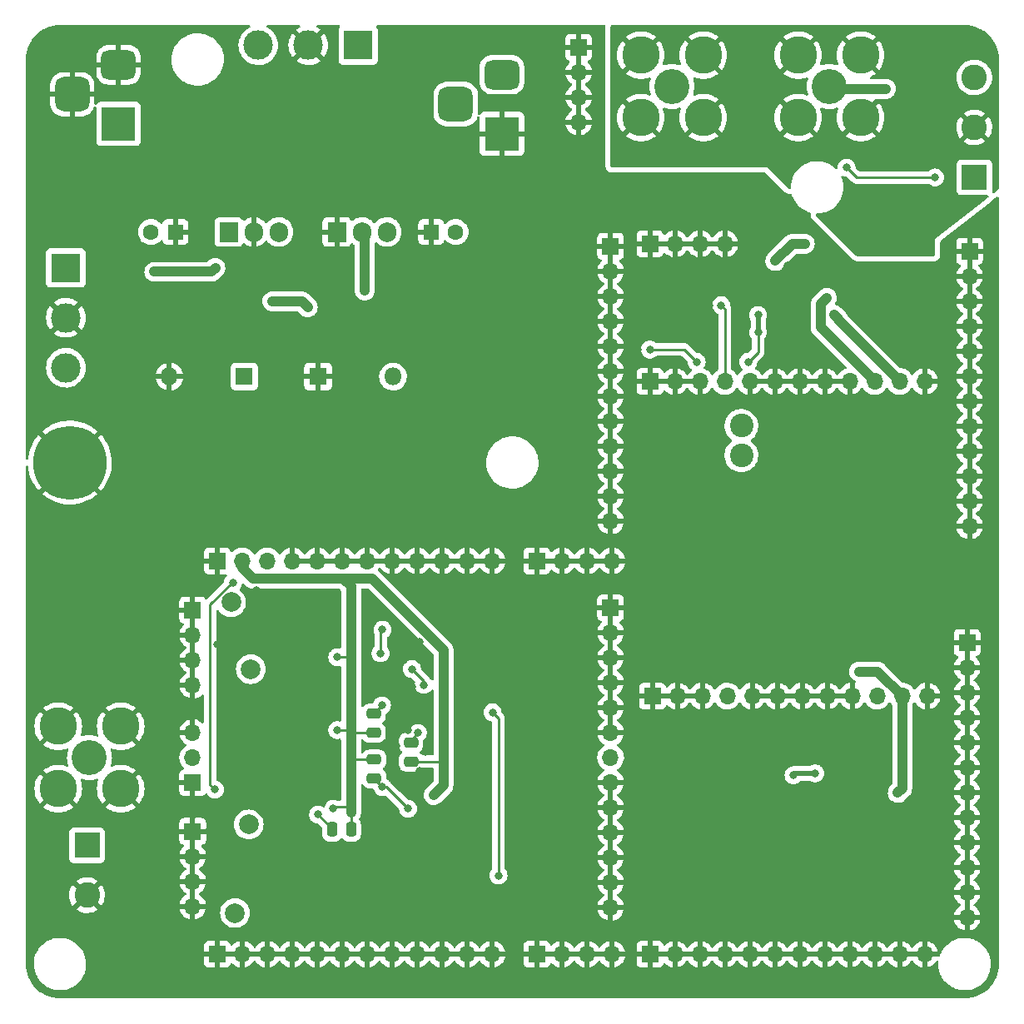
<source format=gbr>
%TF.GenerationSoftware,KiCad,Pcbnew,(6.0.10)*%
%TF.CreationDate,2023-02-20T13:08:26-05:00*%
%TF.ProjectId,ModularPreamp,4d6f6475-6c61-4725-9072-65616d702e6b,rev?*%
%TF.SameCoordinates,Original*%
%TF.FileFunction,Copper,L2,Bot*%
%TF.FilePolarity,Positive*%
%FSLAX46Y46*%
G04 Gerber Fmt 4.6, Leading zero omitted, Abs format (unit mm)*
G04 Created by KiCad (PCBNEW (6.0.10)) date 2023-02-20 13:08:26*
%MOMM*%
%LPD*%
G01*
G04 APERTURE LIST*
G04 Aperture macros list*
%AMRoundRect*
0 Rectangle with rounded corners*
0 $1 Rounding radius*
0 $2 $3 $4 $5 $6 $7 $8 $9 X,Y pos of 4 corners*
0 Add a 4 corners polygon primitive as box body*
4,1,4,$2,$3,$4,$5,$6,$7,$8,$9,$2,$3,0*
0 Add four circle primitives for the rounded corners*
1,1,$1+$1,$2,$3*
1,1,$1+$1,$4,$5*
1,1,$1+$1,$6,$7*
1,1,$1+$1,$8,$9*
0 Add four rect primitives between the rounded corners*
20,1,$1+$1,$2,$3,$4,$5,0*
20,1,$1+$1,$4,$5,$6,$7,0*
20,1,$1+$1,$6,$7,$8,$9,0*
20,1,$1+$1,$8,$9,$2,$3,0*%
G04 Aperture macros list end*
%TA.AperFunction,SMDPad,CuDef*%
%ADD10RoundRect,0.250000X-0.475000X0.250000X-0.475000X-0.250000X0.475000X-0.250000X0.475000X0.250000X0*%
%TD*%
%TA.AperFunction,SMDPad,CuDef*%
%ADD11RoundRect,0.250000X0.475000X-0.250000X0.475000X0.250000X-0.475000X0.250000X-0.475000X-0.250000X0*%
%TD*%
%TA.AperFunction,SMDPad,CuDef*%
%ADD12RoundRect,0.250000X0.250000X0.475000X-0.250000X0.475000X-0.250000X-0.475000X0.250000X-0.475000X0*%
%TD*%
%TA.AperFunction,ComponentPad*%
%ADD13R,1.600000X1.600000*%
%TD*%
%TA.AperFunction,ComponentPad*%
%ADD14C,1.600000*%
%TD*%
%TA.AperFunction,ComponentPad*%
%ADD15R,3.500000X3.500000*%
%TD*%
%TA.AperFunction,ComponentPad*%
%ADD16RoundRect,0.750000X-1.000000X0.750000X-1.000000X-0.750000X1.000000X-0.750000X1.000000X0.750000X0*%
%TD*%
%TA.AperFunction,ComponentPad*%
%ADD17RoundRect,0.875000X-0.875000X0.875000X-0.875000X-0.875000X0.875000X-0.875000X0.875000X0.875000X0*%
%TD*%
%TA.AperFunction,ComponentPad*%
%ADD18R,3.000000X3.000000*%
%TD*%
%TA.AperFunction,ComponentPad*%
%ADD19C,3.000000*%
%TD*%
%TA.AperFunction,ComponentPad*%
%ADD20R,1.905000X2.000000*%
%TD*%
%TA.AperFunction,ComponentPad*%
%ADD21O,1.905000X2.000000*%
%TD*%
%TA.AperFunction,ComponentPad*%
%ADD22R,1.700000X1.700000*%
%TD*%
%TA.AperFunction,ComponentPad*%
%ADD23O,1.700000X1.700000*%
%TD*%
%TA.AperFunction,ComponentPad*%
%ADD24C,3.556000*%
%TD*%
%TA.AperFunction,ComponentPad*%
%ADD25C,3.810000*%
%TD*%
%TA.AperFunction,ComponentPad*%
%ADD26C,2.400000*%
%TD*%
%TA.AperFunction,ComponentPad*%
%ADD27R,2.600000X2.600000*%
%TD*%
%TA.AperFunction,ComponentPad*%
%ADD28C,2.600000*%
%TD*%
%TA.AperFunction,ComponentPad*%
%ADD29R,1.800000X1.800000*%
%TD*%
%TA.AperFunction,ComponentPad*%
%ADD30O,1.800000X1.800000*%
%TD*%
%TA.AperFunction,ComponentPad*%
%ADD31C,7.500000*%
%TD*%
%TA.AperFunction,ComponentPad*%
%ADD32C,2.000000*%
%TD*%
%TA.AperFunction,ViaPad*%
%ADD33C,0.800000*%
%TD*%
%TA.AperFunction,Conductor*%
%ADD34C,0.250000*%
%TD*%
%TA.AperFunction,Conductor*%
%ADD35C,1.000000*%
%TD*%
%TA.AperFunction,Conductor*%
%ADD36C,0.500000*%
%TD*%
G04 APERTURE END LIST*
D10*
%TO.P,C53,1*%
%TO.N,+5V*%
X120950000Y-95200000D03*
%TO.P,C53,2*%
%TO.N,Net-(C49-Pad2)*%
X120950000Y-97100000D03*
%TD*%
D11*
%TO.P,C52,1*%
%TO.N,+5V*%
X120900000Y-92450000D03*
%TO.P,C52,2*%
%TO.N,Net-(C48-Pad2)*%
X120900000Y-90550000D03*
%TD*%
%TO.P,C51,1*%
%TO.N,+5V*%
X124700000Y-95400000D03*
%TO.P,C51,2*%
%TO.N,Net-(C47-Pad2)*%
X124700000Y-93500000D03*
%TD*%
D12*
%TO.P,C50,1*%
%TO.N,+5V*%
X118600000Y-102300000D03*
%TO.P,C50,2*%
%TO.N,Net-(C46-Pad2)*%
X116700000Y-102300000D03*
%TD*%
D13*
%TO.P,C1,1*%
%TO.N,GND*%
X100750000Y-41550000D03*
D14*
%TO.P,C1,2*%
%TO.N,+10V*%
X98250000Y-41550000D03*
%TD*%
D13*
%TO.P,C2,1*%
%TO.N,GND*%
X126750000Y-41550000D03*
D14*
%TO.P,C2,2*%
%TO.N,-10V*%
X129250000Y-41550000D03*
%TD*%
D15*
%TO.P,J1,1*%
%TO.N,Net-(D1-Pad1)*%
X94950000Y-30550000D03*
D16*
%TO.P,J1,2*%
%TO.N,GND*%
X94950000Y-24550000D03*
D17*
%TO.P,J1,3*%
X90250000Y-27550000D03*
%TD*%
D15*
%TO.P,J2,1*%
%TO.N,GND*%
X133950000Y-31550000D03*
D16*
%TO.P,J2,2*%
%TO.N,Net-(D2-Pad2)*%
X133950000Y-25550000D03*
D17*
%TO.P,J2,3*%
X129250000Y-28550000D03*
%TD*%
D18*
%TO.P,J3,1,Pin_1*%
%TO.N,Net-(D2-Pad2)*%
X119330000Y-22550000D03*
D19*
%TO.P,J3,2,Pin_2*%
%TO.N,GND*%
X114250000Y-22550000D03*
%TO.P,J3,3,Pin_3*%
%TO.N,Net-(D1-Pad1)*%
X109170000Y-22550000D03*
%TD*%
D20*
%TO.P,U2,1,IN*%
%TO.N,+10V*%
X106170000Y-41550000D03*
D21*
%TO.P,U2,2,GND*%
%TO.N,GND*%
X108710000Y-41550000D03*
%TO.P,U2,3,OUT*%
%TO.N,Net-(F1-Pad2)*%
X111250000Y-41550000D03*
%TD*%
D20*
%TO.P,U3,1,GND*%
%TO.N,GND*%
X117170000Y-41550000D03*
D21*
%TO.P,U3,2,VI*%
%TO.N,-10V*%
X119710000Y-41550000D03*
%TO.P,U3,3,VO*%
%TO.N,Net-(F2-Pad2)*%
X122250000Y-41550000D03*
%TD*%
D22*
%TO.P,J5,1,Pin_1*%
%TO.N,GND*%
X102500000Y-97540000D03*
D23*
%TO.P,J5,2,Pin_2*%
%TO.N,SigIn*%
X102500000Y-95000000D03*
%TO.P,J5,3,Pin_3*%
%TO.N,GND*%
X102500000Y-92460000D03*
%TD*%
D24*
%TO.P,J4,1,In*%
%TO.N,SigIn*%
X92000000Y-95000000D03*
D25*
%TO.P,J4,2,Ext*%
%TO.N,GND*%
X88825000Y-98175000D03*
X95175000Y-98175000D03*
X88825000Y-91825000D03*
X95175000Y-91825000D03*
%TD*%
D22*
%TO.P,J8,1,Pin_1*%
%TO.N,GND*%
X105000000Y-115000000D03*
D23*
%TO.P,J8,2,Pin_2*%
X107540000Y-115000000D03*
%TO.P,J8,3,Pin_3*%
X110080000Y-115000000D03*
%TO.P,J8,4,Pin_4*%
X112620000Y-115000000D03*
%TO.P,J8,5,Pin_5*%
X115160000Y-115000000D03*
%TO.P,J8,6,Pin_6*%
X117700000Y-115000000D03*
%TO.P,J8,7,Pin_7*%
X120240000Y-115000000D03*
%TO.P,J8,8,Pin_8*%
X122780000Y-115000000D03*
%TO.P,J8,9,Pin_9*%
X125320000Y-115000000D03*
%TO.P,J8,10,Pin_10*%
X127860000Y-115000000D03*
%TO.P,J8,11,Pin_11*%
X130400000Y-115000000D03*
%TO.P,J8,12,Pin_12*%
X132940000Y-115000000D03*
%TD*%
D22*
%TO.P,J9,1,Pin_1*%
%TO.N,GND*%
X181250000Y-83300000D03*
D23*
%TO.P,J9,2,Pin_2*%
X181250000Y-85840000D03*
%TO.P,J9,3,Pin_3*%
X181250000Y-88380000D03*
%TO.P,J9,4,Pin_4*%
X181250000Y-90920000D03*
%TO.P,J9,5,Pin_5*%
X181250000Y-93460000D03*
%TO.P,J9,6,Pin_6*%
X181250000Y-96000000D03*
%TO.P,J9,7,Pin_7*%
X181250000Y-98540000D03*
%TO.P,J9,8,Pin_8*%
X181250000Y-101080000D03*
%TO.P,J9,9,Pin_9*%
X181250000Y-103620000D03*
%TO.P,J9,10,Pin_10*%
X181250000Y-106160000D03*
%TO.P,J9,11,Pin_11*%
X181250000Y-108700000D03*
%TO.P,J9,12,Pin_12*%
X181250000Y-111240000D03*
%TD*%
D22*
%TO.P,J10,1,Pin_1*%
%TO.N,GND*%
X137500000Y-115000000D03*
D23*
%TO.P,J10,2,Pin_2*%
X140040000Y-115000000D03*
%TO.P,J10,3,Pin_3*%
X142580000Y-115000000D03*
%TO.P,J10,4,Pin_4*%
X145120000Y-115000000D03*
%TD*%
D22*
%TO.P,J6,1,Pin_1*%
%TO.N,GND*%
X105000000Y-75000000D03*
D23*
%TO.P,J6,2,Pin_2*%
%TO.N,+5V*%
X107540000Y-75000000D03*
%TO.P,J6,3,Pin_3*%
%TO.N,-5V*%
X110080000Y-75000000D03*
%TO.P,J6,4,Pin_4*%
%TO.N,GND*%
X112620000Y-75000000D03*
%TO.P,J6,5,Pin_5*%
X115160000Y-75000000D03*
%TO.P,J6,6,Pin_6*%
X117700000Y-75000000D03*
%TO.P,J6,7,Pin_7*%
X120240000Y-75000000D03*
%TO.P,J6,8,Pin_8*%
X122780000Y-75000000D03*
%TO.P,J6,9,Pin_9*%
X125320000Y-75000000D03*
%TO.P,J6,10,Pin_10*%
X127860000Y-75000000D03*
%TO.P,J6,11,Pin_11*%
X130400000Y-75000000D03*
%TO.P,J6,12,Pin_12*%
X132940000Y-75000000D03*
%TD*%
D22*
%TO.P,J11,1,Pin_1*%
%TO.N,GND*%
X137500000Y-75000000D03*
D23*
%TO.P,J11,2,Pin_2*%
X140040000Y-75000000D03*
%TO.P,J11,3,Pin_3*%
X142580000Y-75000000D03*
%TO.P,J11,4,Pin_4*%
X145120000Y-75000000D03*
%TD*%
D22*
%TO.P,J7,1,Pin_1*%
%TO.N,GND*%
X145000000Y-79760000D03*
D23*
%TO.P,J7,2,Pin_2*%
X145000000Y-82300000D03*
%TO.P,J7,3,Pin_3*%
X145000000Y-84840000D03*
%TO.P,J7,4,Pin_4*%
X145000000Y-87380000D03*
%TO.P,J7,5,Pin_5*%
X145000000Y-89920000D03*
%TO.P,J7,6,Pin_6*%
X145000000Y-92460000D03*
%TO.P,J7,7,Pin_7*%
%TO.N,Sum*%
X145000000Y-95000000D03*
%TO.P,J7,8,Pin_8*%
%TO.N,GND*%
X145000000Y-97540000D03*
%TO.P,J7,9,Pin_9*%
X145000000Y-100080000D03*
%TO.P,J7,10,Pin_10*%
X145000000Y-102620000D03*
%TO.P,J7,11,Pin_11*%
X145000000Y-105160000D03*
%TO.P,J7,12,Pin_12*%
X145000000Y-107700000D03*
%TO.P,J7,13,Pin_13*%
X145000000Y-110240000D03*
%TD*%
D22*
%TO.P,J12,1,Pin_1*%
%TO.N,GND*%
X102500000Y-102500000D03*
D23*
%TO.P,J12,2,Pin_2*%
X102500000Y-105040000D03*
%TO.P,J12,3,Pin_3*%
X102500000Y-107580000D03*
%TO.P,J12,4,Pin_4*%
X102500000Y-110120000D03*
%TD*%
D22*
%TO.P,J13,1,Pin_1*%
%TO.N,GND*%
X102500000Y-80000000D03*
D23*
%TO.P,J13,2,Pin_2*%
X102500000Y-82540000D03*
%TO.P,J13,3,Pin_3*%
X102500000Y-85080000D03*
%TO.P,J13,4,Pin_4*%
X102500000Y-87620000D03*
%TD*%
D26*
%TO.P,L1,1,1*%
%TO.N,FiltOut*%
X158300000Y-61250000D03*
%TO.P,L1,2,2*%
%TO.N,Net-(C27-Pad2)*%
X158300000Y-64250000D03*
%TD*%
D22*
%TO.P,J16,1,Pin_1*%
%TO.N,GND*%
X181500000Y-43500000D03*
D23*
%TO.P,J16,2,Pin_2*%
X181500000Y-46040000D03*
%TO.P,J16,3,Pin_3*%
X181500000Y-48580000D03*
%TO.P,J16,4,Pin_4*%
X181500000Y-51120000D03*
%TO.P,J16,5,Pin_5*%
X181500000Y-53660000D03*
%TO.P,J16,6,Pin_6*%
X181500000Y-56200000D03*
%TO.P,J16,7,Pin_7*%
X181500000Y-58740000D03*
%TO.P,J16,8,Pin_8*%
X181500000Y-61280000D03*
%TO.P,J16,9,Pin_9*%
X181500000Y-63820000D03*
%TO.P,J16,10,Pin_10*%
X181500000Y-66360000D03*
%TO.P,J16,11,Pin_11*%
X181500000Y-68900000D03*
%TO.P,J16,12,Pin_12*%
X181500000Y-71440000D03*
%TD*%
D22*
%TO.P,J17,1,Pin_1*%
%TO.N,GND*%
X145000000Y-43000000D03*
D23*
%TO.P,J17,2,Pin_2*%
X145000000Y-45540000D03*
%TO.P,J17,3,Pin_3*%
X145000000Y-48080000D03*
%TO.P,J17,4,Pin_4*%
X145000000Y-50620000D03*
%TO.P,J17,5,Pin_5*%
X145000000Y-53160000D03*
%TO.P,J17,6,Pin_6*%
X145000000Y-55700000D03*
%TO.P,J17,7,Pin_7*%
X145000000Y-58240000D03*
%TO.P,J17,8,Pin_8*%
X145000000Y-60780000D03*
%TO.P,J17,9,Pin_9*%
X145000000Y-63320000D03*
%TO.P,J17,10,Pin_10*%
X145000000Y-65860000D03*
%TO.P,J17,11,Pin_11*%
X145000000Y-68400000D03*
%TO.P,J17,12,Pin_12*%
X145000000Y-70940000D03*
%TD*%
D22*
%TO.P,J21,1,Pin_1*%
%TO.N,GND*%
X149000000Y-42750000D03*
D23*
%TO.P,J21,2,Pin_2*%
X151540000Y-42750000D03*
%TO.P,J21,3,Pin_3*%
X154080000Y-42750000D03*
%TO.P,J21,4,Pin_4*%
X156620000Y-42750000D03*
%TD*%
D22*
%TO.P,J18,1,Pin_1*%
%TO.N,GND*%
X149250000Y-88750000D03*
D23*
%TO.P,J18,2,Pin_2*%
X151790000Y-88750000D03*
%TO.P,J18,3,Pin_3*%
X154330000Y-88750000D03*
%TO.P,J18,4,Pin_4*%
%TO.N,SumOut*%
X156870000Y-88750000D03*
%TO.P,J18,5,Pin_5*%
%TO.N,GND*%
X159410000Y-88750000D03*
%TO.P,J18,6,Pin_6*%
X161950000Y-88750000D03*
%TO.P,J18,7,Pin_7*%
X164490000Y-88750000D03*
%TO.P,J18,8,Pin_8*%
X167030000Y-88750000D03*
%TO.P,J18,9,Pin_9*%
X169570000Y-88750000D03*
%TO.P,J18,10,Pin_10*%
%TO.N,+5V*%
X172110000Y-88750000D03*
%TO.P,J18,11,Pin_11*%
%TO.N,-5V*%
X174650000Y-88750000D03*
%TO.P,J18,12,Pin_12*%
%TO.N,GND*%
X177190000Y-88750000D03*
%TD*%
D22*
%TO.P,J19,1,Pin_1*%
%TO.N,GND*%
X149000000Y-56750000D03*
D23*
%TO.P,J19,2,Pin_2*%
X151540000Y-56750000D03*
%TO.P,J19,3,Pin_3*%
X154080000Y-56750000D03*
%TO.P,J19,4,Pin_4*%
%TO.N,FiltOut*%
X156620000Y-56750000D03*
%TO.P,J19,5,Pin_5*%
%TO.N,GND*%
X159160000Y-56750000D03*
%TO.P,J19,6,Pin_6*%
X161700000Y-56750000D03*
%TO.P,J19,7,Pin_7*%
X164240000Y-56750000D03*
%TO.P,J19,8,Pin_8*%
X166780000Y-56750000D03*
%TO.P,J19,9,Pin_9*%
X169320000Y-56750000D03*
%TO.P,J19,10,Pin_10*%
%TO.N,+5V*%
X171860000Y-56750000D03*
%TO.P,J19,11,Pin_11*%
%TO.N,-5V*%
X174400000Y-56750000D03*
%TO.P,J19,12,Pin_12*%
%TO.N,GND*%
X176940000Y-56750000D03*
%TD*%
D22*
%TO.P,J20,1,Pin_1*%
%TO.N,GND*%
X141750000Y-22750000D03*
D23*
%TO.P,J20,2,Pin_2*%
X141750000Y-25290000D03*
%TO.P,J20,3,Pin_3*%
X141750000Y-27830000D03*
%TO.P,J20,4,Pin_4*%
X141750000Y-30370000D03*
%TD*%
D24*
%TO.P,J14,1,In*%
%TO.N,Out+*%
X151250000Y-26750000D03*
D25*
%TO.P,J14,2,Ext*%
%TO.N,GND2*%
X148075000Y-23575000D03*
X148075000Y-29925000D03*
X154425000Y-23575000D03*
X154425000Y-29925000D03*
%TD*%
D24*
%TO.P,J15,1,In*%
%TO.N,Out-*%
X167250000Y-26750000D03*
D25*
%TO.P,J15,2,Ext*%
%TO.N,GND2*%
X164075000Y-23575000D03*
X164075000Y-29925000D03*
X170425000Y-23575000D03*
X170425000Y-29925000D03*
%TD*%
D27*
%TO.P,J23,1,Pin_1*%
%TO.N,SigIn*%
X91750000Y-103920000D03*
D28*
%TO.P,J23,2,Pin_2*%
%TO.N,GND*%
X91750000Y-109000000D03*
%TD*%
D29*
%TO.P,D9,1,K*%
%TO.N,+5V*%
X107750000Y-56250000D03*
D30*
%TO.P,D9,2,A*%
%TO.N,GND*%
X100130000Y-56250000D03*
%TD*%
D29*
%TO.P,D10,1,K*%
%TO.N,GND*%
X115250000Y-56250000D03*
D30*
%TO.P,D10,2,A*%
%TO.N,-5V*%
X122870000Y-56250000D03*
%TD*%
D31*
%TO.P,H1,1,1*%
%TO.N,GND*%
X90000000Y-65000000D03*
%TD*%
D22*
%TO.P,J22,1,Pin_1*%
%TO.N,GND*%
X149000000Y-115000000D03*
D23*
%TO.P,J22,2,Pin_2*%
X151540000Y-115000000D03*
%TO.P,J22,3,Pin_3*%
X154080000Y-115000000D03*
%TO.P,J22,4,Pin_4*%
X156620000Y-115000000D03*
%TO.P,J22,5,Pin_5*%
X159160000Y-115000000D03*
%TO.P,J22,6,Pin_6*%
X161700000Y-115000000D03*
%TO.P,J22,7,Pin_7*%
X164240000Y-115000000D03*
%TO.P,J22,8,Pin_8*%
X166780000Y-115000000D03*
%TO.P,J22,9,Pin_9*%
X169320000Y-115000000D03*
%TO.P,J22,10,Pin_10*%
X171860000Y-115000000D03*
%TO.P,J22,11,Pin_11*%
X174400000Y-115000000D03*
%TO.P,J22,12,Pin_12*%
X176940000Y-115000000D03*
%TD*%
D27*
%TO.P,J24,1,Pin_1*%
%TO.N,Out+*%
X182000000Y-36000000D03*
D28*
%TO.P,J24,2,Pin_2*%
%TO.N,GND2*%
X182000000Y-30920000D03*
%TO.P,J24,3,Pin_3*%
%TO.N,Out-*%
X182000000Y-25840000D03*
%TD*%
D18*
%TO.P,J25,1,Pin_1*%
%TO.N,-5V*%
X89600000Y-45200000D03*
D19*
%TO.P,J25,2,Pin_2*%
%TO.N,GND*%
X89600000Y-50280000D03*
%TO.P,J25,3,Pin_3*%
%TO.N,+5V*%
X89600000Y-55360000D03*
%TD*%
D32*
%TO.P,TP1,1,1*%
%TO.N,Net-(C3-Pad2)*%
X106400000Y-79200000D03*
%TD*%
%TO.P,TP3,1,1*%
%TO.N,Net-(C5-Pad2)*%
X108200000Y-101800000D03*
%TD*%
%TO.P,TP4,1,1*%
%TO.N,Net-(C7-Pad2)*%
X108400000Y-86000000D03*
%TD*%
%TO.P,TP2,1,1*%
%TO.N,Net-(C9-Pad2)*%
X106800000Y-110800000D03*
%TD*%
D33*
%TO.N,GND*%
X131650000Y-82650000D03*
X132100000Y-97350000D03*
X140950000Y-100200000D03*
X140600000Y-89950000D03*
%TO.N,Net-(C47-Pad2)*%
X125400000Y-92500000D03*
%TO.N,Net-(C48-Pad2)*%
X121750000Y-89700000D03*
%TO.N,Net-(C46-Pad2)*%
X115250000Y-100800000D03*
%TO.N,GND*%
X87000000Y-60000000D03*
X87000000Y-42000000D03*
X87000000Y-57000000D03*
X87000000Y-45000000D03*
X87000000Y-48000000D03*
X87000000Y-51000000D03*
X87000000Y-54000000D03*
X87000000Y-39000000D03*
X87000000Y-33000000D03*
X87000000Y-36000000D03*
X87000000Y-27000000D03*
X87000000Y-30000000D03*
X87000000Y-24000000D03*
X145000000Y-37000000D03*
X157000000Y-37000000D03*
X160000000Y-37000000D03*
X151000000Y-37000000D03*
X154000000Y-37000000D03*
X142000000Y-37000000D03*
X148000000Y-37000000D03*
X155500000Y-91000000D03*
X170250000Y-83250000D03*
X161000000Y-62000000D03*
X123400000Y-101400000D03*
X170000000Y-79000000D03*
X125000000Y-52000000D03*
X120800000Y-107800000D03*
X173000000Y-73000000D03*
X168100000Y-110100000D03*
X110000000Y-60000000D03*
X152400000Y-97700000D03*
X140200000Y-105800000D03*
X148200000Y-93500000D03*
X153800000Y-65600000D03*
X165400000Y-104000000D03*
X163000000Y-45000000D03*
X176000000Y-79000000D03*
X105600000Y-89400000D03*
X127600000Y-102000000D03*
X87000000Y-76000000D03*
X154500000Y-98300000D03*
X176000000Y-64000000D03*
X140000000Y-46000000D03*
X109000000Y-90400000D03*
X154000000Y-84500000D03*
X150600000Y-93500000D03*
X155500000Y-67000000D03*
X173000000Y-79000000D03*
X115400000Y-92200000D03*
X107000000Y-63000000D03*
X110000000Y-51000000D03*
X117000000Y-60000000D03*
X119000000Y-51000000D03*
X114000000Y-54000000D03*
X173000000Y-64000000D03*
X131600000Y-79000000D03*
X115600000Y-84400000D03*
X164750000Y-50750000D03*
X140200000Y-80800000D03*
X169300000Y-106200000D03*
X164000000Y-86500000D03*
X111200000Y-96200000D03*
X158500000Y-91000000D03*
X134800000Y-89000000D03*
X111200000Y-84800000D03*
X153000000Y-86500000D03*
X87000000Y-85000000D03*
X105600000Y-92200000D03*
X157000000Y-66000000D03*
X105000000Y-83500000D03*
X176000000Y-81000000D03*
X157000000Y-59000000D03*
X122200000Y-86400000D03*
X87000000Y-88000000D03*
X149500000Y-48000000D03*
X160600000Y-91800000D03*
X155500000Y-60000000D03*
X138000000Y-48000000D03*
X156000000Y-113000000D03*
X149500000Y-83500000D03*
X155000000Y-95500000D03*
X150800000Y-96300000D03*
X124600000Y-77600000D03*
X129200000Y-80600000D03*
X109000000Y-78000000D03*
X87000000Y-82000000D03*
X112000000Y-91000000D03*
X132400000Y-94600000D03*
X105500000Y-100500000D03*
X114400000Y-103800000D03*
X153000000Y-60000000D03*
X149000000Y-96000000D03*
X173000000Y-67000000D03*
X125600000Y-98400000D03*
X176000000Y-76000000D03*
X123200000Y-93800000D03*
X156500000Y-63000000D03*
X159000000Y-104400000D03*
X140000000Y-39000000D03*
X152000000Y-76500000D03*
X135200000Y-85400000D03*
X151000000Y-60000000D03*
X140150000Y-84150000D03*
X155500000Y-64500000D03*
X149500000Y-76500000D03*
X138000000Y-41000000D03*
X154100000Y-94500000D03*
X125600000Y-83200000D03*
X110000000Y-54000000D03*
X176000000Y-67000000D03*
X161750000Y-83750000D03*
X139000000Y-47000000D03*
X176000000Y-85000000D03*
X173000000Y-81000000D03*
X166250000Y-54500000D03*
X157750000Y-48000000D03*
X106000000Y-72000000D03*
X159800000Y-95400000D03*
X87000000Y-79000000D03*
X125200000Y-108200000D03*
X87000000Y-73000000D03*
X109000000Y-92400000D03*
X156400000Y-98200000D03*
X131000000Y-49000000D03*
X162000000Y-63500000D03*
X154000000Y-80000000D03*
X155000000Y-62500000D03*
X112000000Y-66000000D03*
X132600000Y-108400000D03*
X162000000Y-104100000D03*
X112000000Y-72000000D03*
X106000000Y-69000000D03*
X114000000Y-51000000D03*
X124400000Y-92200000D03*
X151500000Y-83500000D03*
X170400000Y-101200000D03*
X124800000Y-87800000D03*
X161000000Y-59000000D03*
X136000000Y-43000000D03*
X160500000Y-60500000D03*
X115400000Y-107400000D03*
X151200000Y-65600000D03*
X175200000Y-101000000D03*
X152900000Y-93500000D03*
X173000000Y-76000000D03*
X150500000Y-85500000D03*
X87000000Y-70000000D03*
X156000000Y-104600000D03*
X114000000Y-63000000D03*
X135800000Y-109000000D03*
X170000000Y-73000000D03*
X111000000Y-103000000D03*
X125600000Y-96400000D03*
X176000000Y-83000000D03*
X152000000Y-74500000D03*
X160000000Y-66000000D03*
X134800000Y-80800000D03*
X154000000Y-82000000D03*
X165750000Y-79750000D03*
X149500000Y-74500000D03*
X170000000Y-64000000D03*
X110400000Y-109600000D03*
X131000000Y-44000000D03*
X159500000Y-41000000D03*
X107400000Y-95600000D03*
X126000000Y-79400000D03*
X164000000Y-47500000D03*
X130000000Y-94800000D03*
X154000000Y-51000000D03*
X125500000Y-56500000D03*
X147750000Y-53500000D03*
X173000000Y-83000000D03*
X143000000Y-43000000D03*
X153000000Y-74000000D03*
X176000000Y-73000000D03*
X160250000Y-43750000D03*
X135000000Y-102800000D03*
X153000000Y-75500000D03*
X126200000Y-94400000D03*
X155000000Y-49000000D03*
X113800000Y-96600000D03*
X173000000Y-60000000D03*
X116000000Y-47500000D03*
X162500000Y-85000000D03*
X155400000Y-108700000D03*
X125800000Y-104200000D03*
X112000000Y-69000000D03*
X162000000Y-61000000D03*
X134000000Y-44000000D03*
X170000000Y-76000000D03*
X114000000Y-58000000D03*
X134000000Y-49000000D03*
X142000000Y-44000000D03*
X170250000Y-81250000D03*
X106000000Y-66000000D03*
X168750000Y-81250000D03*
X141000000Y-45000000D03*
X114400000Y-80800000D03*
X136000000Y-49000000D03*
X167250000Y-81000000D03*
X170000000Y-67000000D03*
%TO.N,-10V*%
X120000000Y-47500000D03*
%TO.N,+5V*%
X164750000Y-42750000D03*
X167000002Y-48250000D03*
X116800000Y-76800000D03*
X117200000Y-84800000D03*
X161750000Y-44500000D03*
X116800000Y-100200000D03*
X127000000Y-98800000D03*
X126677818Y-82722182D03*
X117200000Y-92200000D03*
%TO.N,-5V*%
X110600000Y-48600000D03*
X104800000Y-45200000D03*
X104750000Y-98250000D03*
X133000000Y-90400000D03*
X170250000Y-86250000D03*
X174200000Y-98600000D03*
X114200000Y-49200000D03*
X106600000Y-77200000D03*
X167750000Y-50000000D03*
X133600000Y-107000000D03*
X98600000Y-45600000D03*
%TO.N,Sum*%
X165800000Y-96600000D03*
X163600000Y-96800000D03*
%TO.N,Net-(JP9-Pad2)*%
X160000000Y-51750000D03*
X160000000Y-50000000D03*
X153750000Y-54750000D03*
X159000000Y-54750000D03*
X149000000Y-53500000D03*
%TO.N,Out-*%
X173000000Y-27000000D03*
%TO.N,Out+*%
X178000000Y-36000000D03*
X169000000Y-35000000D03*
%TO.N,FiltOut*%
X156250000Y-49000000D03*
%TO.N,Net-(C49-Pad2)*%
X121800000Y-98000000D03*
X124400000Y-100200000D03*
%TO.N,Net-(C47-Pad2)*%
X126000000Y-87600000D03*
X121800000Y-82000000D03*
X121600000Y-84400000D03*
X124800000Y-86000000D03*
%TD*%
D34*
%TO.N,Net-(C49-Pad2)*%
X120950000Y-97150000D02*
X121800000Y-98000000D01*
X120950000Y-97100000D02*
X120950000Y-97150000D01*
%TO.N,+5V*%
X118650000Y-95200000D02*
X118600000Y-95250000D01*
X120950000Y-95200000D02*
X118650000Y-95200000D01*
D35*
X118600000Y-95250000D02*
X118600000Y-100000000D01*
X118600000Y-92400000D02*
X118600000Y-95250000D01*
D34*
X120900000Y-92450000D02*
X118650000Y-92450000D01*
X118650000Y-92450000D02*
X118600000Y-92400000D01*
X124700000Y-95400000D02*
X127850000Y-95400000D01*
X127850000Y-95400000D02*
X128000000Y-95250000D01*
D35*
X128000000Y-95250000D02*
X128000000Y-97800000D01*
X128000000Y-84044365D02*
X128000000Y-95250000D01*
D34*
%TO.N,Net-(C47-Pad2)*%
X124700000Y-93200000D02*
X125400000Y-92500000D01*
X124700000Y-93500000D02*
X124700000Y-93200000D01*
%TO.N,Net-(C48-Pad2)*%
X120900000Y-90550000D02*
X121750000Y-89700000D01*
%TO.N,+5V*%
X118600000Y-102300000D02*
X118600000Y-100600000D01*
%TO.N,Net-(C46-Pad2)*%
X116700000Y-102250000D02*
X115250000Y-100800000D01*
X116700000Y-102300000D02*
X116700000Y-102250000D01*
D35*
%TO.N,-10V*%
X120000000Y-41840000D02*
X119710000Y-41550000D01*
X120000000Y-47500000D02*
X120000000Y-41840000D01*
%TO.N,+5V*%
X108600000Y-76800000D02*
X116800000Y-76800000D01*
X163500000Y-42750000D02*
X164750000Y-42750000D01*
X171860000Y-56750000D02*
X166349999Y-51239999D01*
X117800000Y-76800000D02*
X120755635Y-76800000D01*
X107540000Y-75740000D02*
X108600000Y-76800000D01*
X128000000Y-97800000D02*
X127000000Y-98800000D01*
D34*
X117000000Y-100000000D02*
X118600000Y-100000000D01*
D35*
X166349999Y-48900003D02*
X167000002Y-48250000D01*
X118600000Y-84800000D02*
X118600000Y-92400000D01*
X118600000Y-100000000D02*
X118600000Y-100600000D01*
D34*
X118400000Y-92200000D02*
X118600000Y-92400000D01*
X116800000Y-100200000D02*
X117000000Y-100000000D01*
D35*
X166349999Y-51239999D02*
X166349999Y-48900003D01*
X116800000Y-76800000D02*
X117800000Y-76800000D01*
D34*
X117200000Y-84800000D02*
X118600000Y-84800000D01*
D35*
X120755635Y-76800000D02*
X126677818Y-82722182D01*
X161750000Y-44500000D02*
X163500000Y-42750000D01*
X107540000Y-75000000D02*
X107540000Y-75740000D01*
X118600000Y-77600000D02*
X118600000Y-84800000D01*
X126677818Y-82722182D02*
X128000000Y-84044365D01*
X117800000Y-76800000D02*
X118600000Y-77600000D01*
D34*
X117200000Y-92200000D02*
X118400000Y-92200000D01*
D35*
%TO.N,-5V*%
X104400000Y-45600000D02*
X104800000Y-45200000D01*
D34*
X106600000Y-77200000D02*
X106526167Y-77200000D01*
D35*
X174650000Y-88750000D02*
X172150000Y-86250000D01*
D34*
X104275000Y-79451167D02*
X104275000Y-97775000D01*
D35*
X168150000Y-50400000D02*
X167750000Y-50000000D01*
D34*
X106526167Y-77200000D02*
X104275000Y-79451167D01*
D35*
X174650000Y-98150000D02*
X174200000Y-98600000D01*
D34*
X104275000Y-97775000D02*
X104750000Y-98250000D01*
X133600000Y-107000000D02*
X133600000Y-91000000D01*
D35*
X98600000Y-45600000D02*
X104400000Y-45600000D01*
X110600000Y-48600000D02*
X113600000Y-48600000D01*
X174650000Y-88750000D02*
X174650000Y-98150000D01*
X174400000Y-56750000D02*
X168150000Y-50500000D01*
X168150000Y-50500000D02*
X168150000Y-50400000D01*
X172150000Y-86250000D02*
X170250000Y-86250000D01*
X113600000Y-48600000D02*
X114200000Y-49200000D01*
D34*
X133600000Y-91000000D02*
X133000000Y-90400000D01*
D36*
%TO.N,Sum*%
X165800000Y-96600000D02*
X163800000Y-96600000D01*
X163800000Y-96600000D02*
X163600000Y-96800000D01*
D34*
%TO.N,Net-(JP9-Pad2)*%
X152500000Y-53500000D02*
X153750000Y-54750000D01*
D36*
X160000000Y-51750000D02*
X160000000Y-50000000D01*
D34*
X149000000Y-53500000D02*
X152500000Y-53500000D01*
X160000000Y-53750000D02*
X160000000Y-51750000D01*
X159000000Y-54750000D02*
X160000000Y-53750000D01*
D35*
%TO.N,Out-*%
X173000000Y-27000000D02*
X167500000Y-27000000D01*
X167500000Y-27000000D02*
X167250000Y-26750000D01*
D34*
%TO.N,Out+*%
X178000000Y-36000000D02*
X170000000Y-36000000D01*
X170000000Y-36000000D02*
X169000000Y-35000000D01*
%TO.N,FiltOut*%
X156250000Y-49000000D02*
X156620000Y-49370000D01*
X156620000Y-49370000D02*
X156620000Y-56750000D01*
%TO.N,Net-(C49-Pad2)*%
X121800000Y-98000000D02*
X122200000Y-98000000D01*
X122200000Y-98000000D02*
X124400000Y-100200000D01*
%TO.N,Net-(C47-Pad2)*%
X121600000Y-84400000D02*
X121600000Y-82200000D01*
X121600000Y-82200000D02*
X121800000Y-82000000D01*
X126000000Y-87200000D02*
X124800000Y-86000000D01*
X126000000Y-87600000D02*
X126000000Y-87200000D01*
%TD*%
%TA.AperFunction,Conductor*%
%TO.N,GND2*%
G36*
X180970018Y-20510000D02*
G01*
X180984852Y-20512310D01*
X180984855Y-20512310D01*
X180993724Y-20513691D01*
X181002627Y-20512527D01*
X181002628Y-20512527D01*
X181013076Y-20511161D01*
X181035594Y-20510249D01*
X181336051Y-20525010D01*
X181348345Y-20526221D01*
X181675034Y-20574680D01*
X181687156Y-20577090D01*
X181781196Y-20600646D01*
X182007523Y-20657339D01*
X182019355Y-20660928D01*
X182330311Y-20772190D01*
X182341735Y-20776922D01*
X182409500Y-20808972D01*
X182640292Y-20918128D01*
X182651188Y-20923953D01*
X182792101Y-21008412D01*
X182934467Y-21093744D01*
X182944748Y-21100614D01*
X183210017Y-21297350D01*
X183219556Y-21305177D01*
X183464282Y-21526985D01*
X183473015Y-21535718D01*
X183694823Y-21780444D01*
X183702650Y-21789983D01*
X183846901Y-21984483D01*
X183899386Y-22055252D01*
X183906256Y-22065533D01*
X184076045Y-22348807D01*
X184081874Y-22359712D01*
X184223078Y-22658265D01*
X184227810Y-22669689D01*
X184339072Y-22980645D01*
X184342661Y-22992477D01*
X184422909Y-23312841D01*
X184425320Y-23324966D01*
X184464310Y-23587812D01*
X184473779Y-23651650D01*
X184474990Y-23663949D01*
X184485314Y-23874064D01*
X184489390Y-23957034D01*
X184488042Y-23982598D01*
X184486309Y-23993724D01*
X184487474Y-24002630D01*
X184490436Y-24025283D01*
X184491500Y-24041621D01*
X184491500Y-37117060D01*
X184471498Y-37185181D01*
X184443072Y-37216350D01*
X183991585Y-37569075D01*
X183925591Y-37595250D01*
X183855921Y-37581591D01*
X183804695Y-37532434D01*
X183788178Y-37463386D01*
X183796033Y-37425554D01*
X183798971Y-37417718D01*
X183798973Y-37417712D01*
X183801745Y-37410316D01*
X183808500Y-37348134D01*
X183808500Y-34651866D01*
X183801745Y-34589684D01*
X183750615Y-34453295D01*
X183663261Y-34336739D01*
X183546705Y-34249385D01*
X183410316Y-34198255D01*
X183348134Y-34191500D01*
X180651866Y-34191500D01*
X180589684Y-34198255D01*
X180453295Y-34249385D01*
X180336739Y-34336739D01*
X180249385Y-34453295D01*
X180198255Y-34589684D01*
X180191500Y-34651866D01*
X180191500Y-37348134D01*
X180198255Y-37410316D01*
X180249385Y-37546705D01*
X180336739Y-37663261D01*
X180453295Y-37750615D01*
X180589684Y-37801745D01*
X180651866Y-37808500D01*
X183319177Y-37808500D01*
X183387298Y-37828502D01*
X183433791Y-37882158D01*
X183443895Y-37952432D01*
X183414401Y-38017012D01*
X183396750Y-38033789D01*
X182487176Y-38744394D01*
X178014275Y-42238847D01*
X178014274Y-42238848D01*
X178000000Y-42250000D01*
X178000000Y-43874000D01*
X177979998Y-43942121D01*
X177926342Y-43988614D01*
X177874000Y-44000000D01*
X170052190Y-44000000D01*
X169984069Y-43979998D01*
X169963095Y-43963095D01*
X165873595Y-39873595D01*
X165839569Y-39811283D01*
X165844634Y-39740468D01*
X165887181Y-39683632D01*
X165953701Y-39658821D01*
X165962690Y-39658500D01*
X166082598Y-39658500D01*
X166324605Y-39643698D01*
X166328388Y-39642997D01*
X166328395Y-39642996D01*
X166484489Y-39614065D01*
X166644372Y-39584433D01*
X166853682Y-39518438D01*
X166950860Y-39487798D01*
X166950863Y-39487797D01*
X166954532Y-39486640D01*
X166958029Y-39485046D01*
X166958035Y-39485044D01*
X167246954Y-39353376D01*
X167246958Y-39353374D01*
X167250462Y-39351777D01*
X167527751Y-39181854D01*
X167530755Y-39179464D01*
X167530760Y-39179461D01*
X167705584Y-39040399D01*
X167782264Y-38979405D01*
X167784958Y-38976664D01*
X167784962Y-38976660D01*
X168007513Y-38750190D01*
X168007517Y-38750185D01*
X168010208Y-38747447D01*
X168208185Y-38489439D01*
X168373242Y-38209227D01*
X168502920Y-37910988D01*
X168515419Y-37868794D01*
X168568564Y-37689378D01*
X168595285Y-37599169D01*
X168648961Y-37278417D01*
X168663146Y-36953515D01*
X168650060Y-36787237D01*
X168637932Y-36633140D01*
X168637932Y-36633137D01*
X168637630Y-36629305D01*
X168572794Y-36310622D01*
X168469602Y-36002216D01*
X168467946Y-35998744D01*
X168466504Y-35995175D01*
X168467944Y-35994593D01*
X168457670Y-35930759D01*
X168486075Y-35865692D01*
X168545149Y-35826312D01*
X168616136Y-35825120D01*
X168633919Y-35831488D01*
X168711677Y-35866108D01*
X168711685Y-35866111D01*
X168717712Y-35868794D01*
X168811113Y-35888647D01*
X168898056Y-35907128D01*
X168898061Y-35907128D01*
X168904513Y-35908500D01*
X168960406Y-35908500D01*
X169028527Y-35928502D01*
X169049501Y-35945405D01*
X169496343Y-36392247D01*
X169503887Y-36400537D01*
X169508000Y-36407018D01*
X169513777Y-36412443D01*
X169557667Y-36453658D01*
X169560509Y-36456413D01*
X169580231Y-36476135D01*
X169583355Y-36478558D01*
X169583359Y-36478562D01*
X169583424Y-36478612D01*
X169592445Y-36486317D01*
X169624679Y-36516586D01*
X169631627Y-36520405D01*
X169631629Y-36520407D01*
X169642432Y-36526346D01*
X169658959Y-36537202D01*
X169668698Y-36544757D01*
X169668700Y-36544758D01*
X169674960Y-36549614D01*
X169715540Y-36567174D01*
X169726188Y-36572391D01*
X169764940Y-36593695D01*
X169772616Y-36595666D01*
X169772619Y-36595667D01*
X169784562Y-36598733D01*
X169803267Y-36605137D01*
X169821855Y-36613181D01*
X169829678Y-36614420D01*
X169829688Y-36614423D01*
X169865524Y-36620099D01*
X169877144Y-36622505D01*
X169912289Y-36631528D01*
X169919970Y-36633500D01*
X169940224Y-36633500D01*
X169959934Y-36635051D01*
X169979943Y-36638220D01*
X169987835Y-36637474D01*
X170023961Y-36634059D01*
X170035819Y-36633500D01*
X177291800Y-36633500D01*
X177359921Y-36653502D01*
X177379147Y-36669843D01*
X177379420Y-36669540D01*
X177384332Y-36673963D01*
X177388747Y-36678866D01*
X177543248Y-36791118D01*
X177549276Y-36793802D01*
X177549278Y-36793803D01*
X177711681Y-36866109D01*
X177717712Y-36868794D01*
X177811113Y-36888647D01*
X177898056Y-36907128D01*
X177898061Y-36907128D01*
X177904513Y-36908500D01*
X178095487Y-36908500D01*
X178101939Y-36907128D01*
X178101944Y-36907128D01*
X178188887Y-36888647D01*
X178282288Y-36868794D01*
X178288319Y-36866109D01*
X178450722Y-36793803D01*
X178450724Y-36793802D01*
X178456752Y-36791118D01*
X178611253Y-36678866D01*
X178647851Y-36638220D01*
X178734621Y-36541852D01*
X178734622Y-36541851D01*
X178739040Y-36536944D01*
X178814053Y-36407018D01*
X178831223Y-36377279D01*
X178831224Y-36377278D01*
X178834527Y-36371556D01*
X178893542Y-36189928D01*
X178913504Y-36000000D01*
X178893542Y-35810072D01*
X178834527Y-35628444D01*
X178739040Y-35463056D01*
X178611253Y-35321134D01*
X178456752Y-35208882D01*
X178450724Y-35206198D01*
X178450722Y-35206197D01*
X178288319Y-35133891D01*
X178288318Y-35133891D01*
X178282288Y-35131206D01*
X178188887Y-35111353D01*
X178101944Y-35092872D01*
X178101939Y-35092872D01*
X178095487Y-35091500D01*
X177904513Y-35091500D01*
X177898061Y-35092872D01*
X177898056Y-35092872D01*
X177811113Y-35111353D01*
X177717712Y-35131206D01*
X177711682Y-35133891D01*
X177711681Y-35133891D01*
X177549278Y-35206197D01*
X177549276Y-35206198D01*
X177543248Y-35208882D01*
X177537907Y-35212762D01*
X177537906Y-35212763D01*
X177483140Y-35252553D01*
X177388747Y-35321134D01*
X177384332Y-35326037D01*
X177379420Y-35330460D01*
X177378295Y-35329211D01*
X177324986Y-35362051D01*
X177291800Y-35366500D01*
X170314594Y-35366500D01*
X170246473Y-35346498D01*
X170225499Y-35329595D01*
X169947122Y-35051218D01*
X169913096Y-34988906D01*
X169910907Y-34975293D01*
X169894232Y-34816635D01*
X169894232Y-34816633D01*
X169893542Y-34810072D01*
X169834527Y-34628444D01*
X169820726Y-34604539D01*
X169797314Y-34563990D01*
X169739040Y-34463056D01*
X169676938Y-34394084D01*
X169615675Y-34326045D01*
X169615674Y-34326044D01*
X169611253Y-34321134D01*
X169456752Y-34208882D01*
X169450724Y-34206198D01*
X169450722Y-34206197D01*
X169288319Y-34133891D01*
X169288318Y-34133891D01*
X169282288Y-34131206D01*
X169188888Y-34111353D01*
X169101944Y-34092872D01*
X169101939Y-34092872D01*
X169095487Y-34091500D01*
X168904513Y-34091500D01*
X168898061Y-34092872D01*
X168898056Y-34092872D01*
X168811113Y-34111353D01*
X168717712Y-34131206D01*
X168711682Y-34133891D01*
X168711681Y-34133891D01*
X168549278Y-34206197D01*
X168549276Y-34206198D01*
X168543248Y-34208882D01*
X168388747Y-34321134D01*
X168384326Y-34326044D01*
X168384325Y-34326045D01*
X168323063Y-34394084D01*
X168260960Y-34463056D01*
X168202686Y-34563990D01*
X168179275Y-34604539D01*
X168165473Y-34628444D01*
X168106458Y-34810072D01*
X168105768Y-34816633D01*
X168105768Y-34816635D01*
X168090742Y-34959601D01*
X168086496Y-35000000D01*
X168087186Y-35006565D01*
X168087186Y-35006569D01*
X168087558Y-35010107D01*
X168087186Y-35012141D01*
X168087186Y-35013170D01*
X168086998Y-35013170D01*
X168074788Y-35079946D01*
X168026288Y-35131794D01*
X167957456Y-35149190D01*
X167890145Y-35126611D01*
X167875517Y-35114678D01*
X167714898Y-34962257D01*
X167714888Y-34962249D01*
X167712098Y-34959601D01*
X167450674Y-34766157D01*
X167254705Y-34655283D01*
X167170981Y-34607914D01*
X167170977Y-34607912D01*
X167167624Y-34606015D01*
X167128198Y-34589684D01*
X166941139Y-34512202D01*
X166867168Y-34481562D01*
X166739329Y-34446109D01*
X166557500Y-34395683D01*
X166557492Y-34395681D01*
X166553784Y-34394653D01*
X166232144Y-34346584D01*
X166228846Y-34346440D01*
X166117082Y-34341560D01*
X166117078Y-34341560D01*
X166115706Y-34341500D01*
X165917402Y-34341500D01*
X165675395Y-34356302D01*
X165671612Y-34357003D01*
X165671605Y-34357004D01*
X165515511Y-34385935D01*
X165355628Y-34415567D01*
X165209303Y-34461703D01*
X165049140Y-34512202D01*
X165049137Y-34512203D01*
X165045468Y-34513360D01*
X165041971Y-34514954D01*
X165041965Y-34514956D01*
X164753046Y-34646624D01*
X164753042Y-34646626D01*
X164749538Y-34648223D01*
X164746259Y-34650233D01*
X164746256Y-34650234D01*
X164485425Y-34810072D01*
X164472249Y-34818146D01*
X164469245Y-34820536D01*
X164469240Y-34820539D01*
X164402031Y-34874000D01*
X164217736Y-35020595D01*
X164215042Y-35023336D01*
X164215038Y-35023340D01*
X163992487Y-35249810D01*
X163992483Y-35249815D01*
X163989792Y-35252553D01*
X163791815Y-35510561D01*
X163626758Y-35790773D01*
X163497080Y-36089012D01*
X163495986Y-36092706D01*
X163495984Y-36092711D01*
X163469131Y-36183365D01*
X163404715Y-36400831D01*
X163351039Y-36721583D01*
X163350871Y-36725433D01*
X163337197Y-37038623D01*
X163314243Y-37105806D01*
X163258610Y-37149915D01*
X163187962Y-37156944D01*
X163122222Y-37122222D01*
X161000000Y-35000000D01*
X145126000Y-35000000D01*
X145057879Y-34979998D01*
X145011386Y-34926342D01*
X145000000Y-34874000D01*
X145000000Y-32364906D01*
X180919839Y-32364906D01*
X180928553Y-32376427D01*
X181035452Y-32454809D01*
X181043351Y-32459745D01*
X181272905Y-32580519D01*
X181281454Y-32584236D01*
X181526327Y-32669749D01*
X181535336Y-32672163D01*
X181790166Y-32720544D01*
X181799423Y-32721598D01*
X182058607Y-32731783D01*
X182067921Y-32731457D01*
X182325753Y-32703220D01*
X182334930Y-32701519D01*
X182585758Y-32635481D01*
X182594574Y-32632445D01*
X182832880Y-32530062D01*
X182841167Y-32525748D01*
X183061718Y-32389266D01*
X183069268Y-32383780D01*
X183074559Y-32379301D01*
X183082997Y-32366497D01*
X183076935Y-32356145D01*
X182012812Y-31292022D01*
X181998868Y-31284408D01*
X181997035Y-31284539D01*
X181990420Y-31288790D01*
X180926497Y-32352713D01*
X180919839Y-32364906D01*
X145000000Y-32364906D01*
X145000000Y-31802975D01*
X146561733Y-31802975D01*
X146570560Y-31814593D01*
X146776285Y-31964061D01*
X146782966Y-31968301D01*
X147042101Y-32110762D01*
X147049236Y-32114119D01*
X147324185Y-32222979D01*
X147331710Y-32225424D01*
X147618116Y-32298960D01*
X147625887Y-32300443D01*
X147919256Y-32337503D01*
X147927146Y-32338000D01*
X148222854Y-32338000D01*
X148230744Y-32337503D01*
X148524113Y-32300443D01*
X148531884Y-32298960D01*
X148818290Y-32225424D01*
X148825815Y-32222979D01*
X149100764Y-32114119D01*
X149107899Y-32110762D01*
X149367034Y-31968301D01*
X149373715Y-31964061D01*
X149579811Y-31814324D01*
X149588234Y-31803401D01*
X149588005Y-31802975D01*
X152911733Y-31802975D01*
X152920560Y-31814593D01*
X153126285Y-31964061D01*
X153132966Y-31968301D01*
X153392101Y-32110762D01*
X153399236Y-32114119D01*
X153674185Y-32222979D01*
X153681710Y-32225424D01*
X153968116Y-32298960D01*
X153975887Y-32300443D01*
X154269256Y-32337503D01*
X154277146Y-32338000D01*
X154572854Y-32338000D01*
X154580744Y-32337503D01*
X154874113Y-32300443D01*
X154881884Y-32298960D01*
X155168290Y-32225424D01*
X155175815Y-32222979D01*
X155450764Y-32114119D01*
X155457899Y-32110762D01*
X155717034Y-31968301D01*
X155723715Y-31964061D01*
X155929811Y-31814324D01*
X155938234Y-31803401D01*
X155938005Y-31802975D01*
X162561733Y-31802975D01*
X162570560Y-31814593D01*
X162776285Y-31964061D01*
X162782966Y-31968301D01*
X163042101Y-32110762D01*
X163049236Y-32114119D01*
X163324185Y-32222979D01*
X163331710Y-32225424D01*
X163618116Y-32298960D01*
X163625887Y-32300443D01*
X163919256Y-32337503D01*
X163927146Y-32338000D01*
X164222854Y-32338000D01*
X164230744Y-32337503D01*
X164524113Y-32300443D01*
X164531884Y-32298960D01*
X164818290Y-32225424D01*
X164825815Y-32222979D01*
X165100764Y-32114119D01*
X165107899Y-32110762D01*
X165367034Y-31968301D01*
X165373715Y-31964061D01*
X165579811Y-31814324D01*
X165588234Y-31803401D01*
X165588005Y-31802975D01*
X168911733Y-31802975D01*
X168920560Y-31814593D01*
X169126285Y-31964061D01*
X169132966Y-31968301D01*
X169392101Y-32110762D01*
X169399236Y-32114119D01*
X169674185Y-32222979D01*
X169681710Y-32225424D01*
X169968116Y-32298960D01*
X169975887Y-32300443D01*
X170269256Y-32337503D01*
X170277146Y-32338000D01*
X170572854Y-32338000D01*
X170580744Y-32337503D01*
X170874113Y-32300443D01*
X170881884Y-32298960D01*
X171168290Y-32225424D01*
X171175815Y-32222979D01*
X171450764Y-32114119D01*
X171457899Y-32110762D01*
X171717034Y-31968301D01*
X171723715Y-31964061D01*
X171929811Y-31814324D01*
X171938234Y-31803401D01*
X171931330Y-31790540D01*
X170437812Y-30297022D01*
X170423868Y-30289408D01*
X170422035Y-30289539D01*
X170415420Y-30293790D01*
X168918346Y-31790864D01*
X168911733Y-31802975D01*
X165588005Y-31802975D01*
X165581330Y-31790540D01*
X164087812Y-30297022D01*
X164073868Y-30289408D01*
X164072035Y-30289539D01*
X164065420Y-30293790D01*
X162568346Y-31790864D01*
X162561733Y-31802975D01*
X155938005Y-31802975D01*
X155931330Y-31790540D01*
X154437812Y-30297022D01*
X154423868Y-30289408D01*
X154422035Y-30289539D01*
X154415420Y-30293790D01*
X152918346Y-31790864D01*
X152911733Y-31802975D01*
X149588005Y-31802975D01*
X149581330Y-31790540D01*
X148087812Y-30297022D01*
X148073868Y-30289408D01*
X148072035Y-30289539D01*
X148065420Y-30293790D01*
X146568346Y-31790864D01*
X146561733Y-31802975D01*
X145000000Y-31802975D01*
X145000000Y-29928958D01*
X145657478Y-29928958D01*
X145676045Y-30224064D01*
X145677038Y-30231927D01*
X145732444Y-30522374D01*
X145734415Y-30530051D01*
X145825787Y-30811268D01*
X145828702Y-30818631D01*
X145954603Y-31086184D01*
X145958415Y-31093117D01*
X146116856Y-31342780D01*
X146121510Y-31349186D01*
X146186970Y-31428313D01*
X146199489Y-31436769D01*
X146210227Y-31430563D01*
X147702978Y-29937812D01*
X147710592Y-29923868D01*
X147710461Y-29922035D01*
X147706210Y-29915420D01*
X146211330Y-28420540D01*
X146198067Y-28413298D01*
X146187965Y-28420484D01*
X146121510Y-28500814D01*
X146116856Y-28507220D01*
X145958415Y-28756883D01*
X145954603Y-28763816D01*
X145828702Y-29031369D01*
X145825787Y-29038732D01*
X145734415Y-29319949D01*
X145732444Y-29327626D01*
X145677038Y-29618073D01*
X145676045Y-29625936D01*
X145657478Y-29921042D01*
X145657478Y-29928958D01*
X145000000Y-29928958D01*
X145000000Y-25452975D01*
X146561733Y-25452975D01*
X146570560Y-25464593D01*
X146776285Y-25614061D01*
X146782966Y-25618301D01*
X147042101Y-25760762D01*
X147049236Y-25764119D01*
X147324185Y-25872979D01*
X147331710Y-25875424D01*
X147618116Y-25948960D01*
X147625887Y-25950443D01*
X147919256Y-25987503D01*
X147927146Y-25988000D01*
X148222854Y-25988000D01*
X148230744Y-25987503D01*
X148524113Y-25950443D01*
X148531884Y-25948960D01*
X148818290Y-25875424D01*
X148825815Y-25872979D01*
X148927520Y-25832711D01*
X148998221Y-25826232D01*
X149061201Y-25859004D01*
X149096465Y-25920624D01*
X149093217Y-25990364D01*
X149066671Y-26068567D01*
X149036672Y-26156940D01*
X149035868Y-26160984D01*
X149035866Y-26160990D01*
X148979351Y-26445110D01*
X148978197Y-26450911D01*
X148977928Y-26455016D01*
X148977927Y-26455023D01*
X148966702Y-26626294D01*
X148958594Y-26750000D01*
X148958864Y-26754119D01*
X148977149Y-27033096D01*
X148978197Y-27049089D01*
X148978999Y-27053122D01*
X148979000Y-27053128D01*
X149029541Y-27307210D01*
X149036672Y-27343060D01*
X149037999Y-27346969D01*
X149038000Y-27346973D01*
X149093217Y-27509636D01*
X149096173Y-27580571D01*
X149060310Y-27641843D01*
X148997013Y-27674000D01*
X148927520Y-27667289D01*
X148825815Y-27627021D01*
X148818290Y-27624576D01*
X148531884Y-27551040D01*
X148524113Y-27549557D01*
X148230744Y-27512497D01*
X148222854Y-27512000D01*
X147927146Y-27512000D01*
X147919256Y-27512497D01*
X147625887Y-27549557D01*
X147618116Y-27551040D01*
X147331710Y-27624576D01*
X147324185Y-27627021D01*
X147049236Y-27735881D01*
X147042101Y-27739238D01*
X146782966Y-27881699D01*
X146776285Y-27885939D01*
X146570189Y-28035676D01*
X146561766Y-28046599D01*
X146568670Y-28059460D01*
X149938670Y-31429460D01*
X149951933Y-31436702D01*
X149962035Y-31429516D01*
X150028490Y-31349186D01*
X150033144Y-31342780D01*
X150191585Y-31093117D01*
X150195397Y-31086184D01*
X150321298Y-30818631D01*
X150324213Y-30811268D01*
X150415585Y-30530051D01*
X150417556Y-30522374D01*
X150472962Y-30231927D01*
X150473955Y-30224064D01*
X150492522Y-29928958D01*
X150492522Y-29921042D01*
X150473955Y-29625936D01*
X150472962Y-29618073D01*
X150417556Y-29327626D01*
X150415585Y-29319949D01*
X150333096Y-29066073D01*
X150331069Y-28995105D01*
X150367731Y-28934308D01*
X150431443Y-28902982D01*
X150493430Y-28907824D01*
X150653027Y-28962000D01*
X150653031Y-28962001D01*
X150656940Y-28963328D01*
X150660984Y-28964132D01*
X150660990Y-28964134D01*
X150946872Y-29021000D01*
X150946878Y-29021001D01*
X150950911Y-29021803D01*
X150955016Y-29022072D01*
X150955023Y-29022073D01*
X151245881Y-29041136D01*
X151250000Y-29041406D01*
X151254119Y-29041136D01*
X151544977Y-29022073D01*
X151544984Y-29022072D01*
X151549089Y-29021803D01*
X151553122Y-29021001D01*
X151553128Y-29021000D01*
X151839010Y-28964134D01*
X151839016Y-28964132D01*
X151843060Y-28963328D01*
X151846969Y-28962001D01*
X151846973Y-28962000D01*
X152006570Y-28907824D01*
X152077505Y-28904868D01*
X152138777Y-28940731D01*
X152170934Y-29004028D01*
X152166904Y-29066073D01*
X152084415Y-29319949D01*
X152082444Y-29327626D01*
X152027038Y-29618073D01*
X152026045Y-29625936D01*
X152007478Y-29921042D01*
X152007478Y-29928958D01*
X152026045Y-30224064D01*
X152027038Y-30231927D01*
X152082444Y-30522374D01*
X152084415Y-30530051D01*
X152175787Y-30811268D01*
X152178702Y-30818631D01*
X152304603Y-31086184D01*
X152308415Y-31093117D01*
X152466856Y-31342780D01*
X152471510Y-31349186D01*
X152536970Y-31428313D01*
X152549489Y-31436769D01*
X152560227Y-31430563D01*
X154064658Y-29926132D01*
X154789408Y-29926132D01*
X154789539Y-29927965D01*
X154793790Y-29934580D01*
X156288670Y-31429460D01*
X156301933Y-31436702D01*
X156312035Y-31429516D01*
X156378490Y-31349186D01*
X156383144Y-31342780D01*
X156541585Y-31093117D01*
X156545397Y-31086184D01*
X156671298Y-30818631D01*
X156674213Y-30811268D01*
X156765585Y-30530051D01*
X156767556Y-30522374D01*
X156822962Y-30231927D01*
X156823955Y-30224064D01*
X156842522Y-29928958D01*
X161657478Y-29928958D01*
X161676045Y-30224064D01*
X161677038Y-30231927D01*
X161732444Y-30522374D01*
X161734415Y-30530051D01*
X161825787Y-30811268D01*
X161828702Y-30818631D01*
X161954603Y-31086184D01*
X161958415Y-31093117D01*
X162116856Y-31342780D01*
X162121510Y-31349186D01*
X162186970Y-31428313D01*
X162199489Y-31436769D01*
X162210227Y-31430563D01*
X163702978Y-29937812D01*
X163710592Y-29923868D01*
X163710461Y-29922035D01*
X163706210Y-29915420D01*
X162211330Y-28420540D01*
X162198067Y-28413298D01*
X162187965Y-28420484D01*
X162121510Y-28500814D01*
X162116856Y-28507220D01*
X161958415Y-28756883D01*
X161954603Y-28763816D01*
X161828702Y-29031369D01*
X161825787Y-29038732D01*
X161734415Y-29319949D01*
X161732444Y-29327626D01*
X161677038Y-29618073D01*
X161676045Y-29625936D01*
X161657478Y-29921042D01*
X161657478Y-29928958D01*
X156842522Y-29928958D01*
X156842522Y-29921042D01*
X156823955Y-29625936D01*
X156822962Y-29618073D01*
X156767556Y-29327626D01*
X156765585Y-29319949D01*
X156674213Y-29038732D01*
X156671298Y-29031369D01*
X156545397Y-28763816D01*
X156541585Y-28756883D01*
X156383144Y-28507220D01*
X156378490Y-28500814D01*
X156313030Y-28421687D01*
X156300511Y-28413231D01*
X156289773Y-28419437D01*
X154797022Y-29912188D01*
X154789408Y-29926132D01*
X154064658Y-29926132D01*
X155931654Y-28059136D01*
X155938267Y-28047025D01*
X155929440Y-28035407D01*
X155723715Y-27885939D01*
X155717034Y-27881699D01*
X155457899Y-27739238D01*
X155450764Y-27735881D01*
X155175815Y-27627021D01*
X155168290Y-27624576D01*
X154881884Y-27551040D01*
X154874113Y-27549557D01*
X154580744Y-27512497D01*
X154572854Y-27512000D01*
X154277146Y-27512000D01*
X154269256Y-27512497D01*
X153975887Y-27549557D01*
X153968116Y-27551040D01*
X153681710Y-27624576D01*
X153674185Y-27627021D01*
X153572480Y-27667289D01*
X153501779Y-27673768D01*
X153438799Y-27640996D01*
X153403535Y-27579376D01*
X153406783Y-27509636D01*
X153462000Y-27346973D01*
X153462001Y-27346969D01*
X153463328Y-27343060D01*
X153470459Y-27307210D01*
X153521000Y-27053128D01*
X153521001Y-27053122D01*
X153521803Y-27049089D01*
X153522852Y-27033096D01*
X153541136Y-26754119D01*
X153541406Y-26750000D01*
X153533298Y-26626294D01*
X153522073Y-26455023D01*
X153522072Y-26455016D01*
X153521803Y-26450911D01*
X153520650Y-26445110D01*
X153464134Y-26160990D01*
X153464132Y-26160984D01*
X153463328Y-26156940D01*
X153433330Y-26068567D01*
X153406783Y-25990364D01*
X153403827Y-25919429D01*
X153439690Y-25858157D01*
X153502987Y-25826000D01*
X153572480Y-25832711D01*
X153674185Y-25872979D01*
X153681710Y-25875424D01*
X153968116Y-25948960D01*
X153975887Y-25950443D01*
X154269256Y-25987503D01*
X154277146Y-25988000D01*
X154572854Y-25988000D01*
X154580744Y-25987503D01*
X154874113Y-25950443D01*
X154881884Y-25948960D01*
X155168290Y-25875424D01*
X155175815Y-25872979D01*
X155450764Y-25764119D01*
X155457899Y-25760762D01*
X155717034Y-25618301D01*
X155723715Y-25614061D01*
X155929811Y-25464324D01*
X155938234Y-25453401D01*
X155938005Y-25452975D01*
X162561733Y-25452975D01*
X162570560Y-25464593D01*
X162776285Y-25614061D01*
X162782966Y-25618301D01*
X163042101Y-25760762D01*
X163049236Y-25764119D01*
X163324185Y-25872979D01*
X163331710Y-25875424D01*
X163618116Y-25948960D01*
X163625887Y-25950443D01*
X163919256Y-25987503D01*
X163927146Y-25988000D01*
X164222854Y-25988000D01*
X164230744Y-25987503D01*
X164524113Y-25950443D01*
X164531884Y-25948960D01*
X164818290Y-25875424D01*
X164825815Y-25872979D01*
X164927520Y-25832711D01*
X164998221Y-25826232D01*
X165061201Y-25859004D01*
X165096465Y-25920624D01*
X165093217Y-25990364D01*
X165066671Y-26068567D01*
X165036672Y-26156940D01*
X165035868Y-26160984D01*
X165035866Y-26160990D01*
X164979351Y-26445110D01*
X164978197Y-26450911D01*
X164977928Y-26455016D01*
X164977927Y-26455023D01*
X164966702Y-26626294D01*
X164958594Y-26750000D01*
X164958864Y-26754119D01*
X164977149Y-27033096D01*
X164978197Y-27049089D01*
X164978999Y-27053122D01*
X164979000Y-27053128D01*
X165029541Y-27307210D01*
X165036672Y-27343060D01*
X165037999Y-27346969D01*
X165038000Y-27346973D01*
X165093217Y-27509636D01*
X165096173Y-27580571D01*
X165060310Y-27641843D01*
X164997013Y-27674000D01*
X164927520Y-27667289D01*
X164825815Y-27627021D01*
X164818290Y-27624576D01*
X164531884Y-27551040D01*
X164524113Y-27549557D01*
X164230744Y-27512497D01*
X164222854Y-27512000D01*
X163927146Y-27512000D01*
X163919256Y-27512497D01*
X163625887Y-27549557D01*
X163618116Y-27551040D01*
X163331710Y-27624576D01*
X163324185Y-27627021D01*
X163049236Y-27735881D01*
X163042101Y-27739238D01*
X162782966Y-27881699D01*
X162776285Y-27885939D01*
X162570189Y-28035676D01*
X162561766Y-28046599D01*
X162568670Y-28059460D01*
X165938670Y-31429460D01*
X165951933Y-31436702D01*
X165962035Y-31429516D01*
X166028490Y-31349186D01*
X166033144Y-31342780D01*
X166191585Y-31093117D01*
X166195397Y-31086184D01*
X166321298Y-30818631D01*
X166324213Y-30811268D01*
X166415585Y-30530051D01*
X166417556Y-30522374D01*
X166472962Y-30231927D01*
X166473955Y-30224064D01*
X166492522Y-29928958D01*
X166492522Y-29921042D01*
X166473955Y-29625936D01*
X166472962Y-29618073D01*
X166417556Y-29327626D01*
X166415585Y-29319949D01*
X166333096Y-29066073D01*
X166331069Y-28995105D01*
X166367731Y-28934308D01*
X166431443Y-28902982D01*
X166493430Y-28907824D01*
X166653027Y-28962000D01*
X166653031Y-28962001D01*
X166656940Y-28963328D01*
X166660984Y-28964132D01*
X166660990Y-28964134D01*
X166946872Y-29021000D01*
X166946878Y-29021001D01*
X166950911Y-29021803D01*
X166955016Y-29022072D01*
X166955023Y-29022073D01*
X167245881Y-29041136D01*
X167250000Y-29041406D01*
X167254119Y-29041136D01*
X167544977Y-29022073D01*
X167544984Y-29022072D01*
X167549089Y-29021803D01*
X167553122Y-29021001D01*
X167553128Y-29021000D01*
X167839010Y-28964134D01*
X167839016Y-28964132D01*
X167843060Y-28963328D01*
X167846969Y-28962001D01*
X167846973Y-28962000D01*
X168006570Y-28907824D01*
X168077505Y-28904868D01*
X168138777Y-28940731D01*
X168170934Y-29004028D01*
X168166904Y-29066073D01*
X168084415Y-29319949D01*
X168082444Y-29327626D01*
X168027038Y-29618073D01*
X168026045Y-29625936D01*
X168007478Y-29921042D01*
X168007478Y-29928958D01*
X168026045Y-30224064D01*
X168027038Y-30231927D01*
X168082444Y-30522374D01*
X168084415Y-30530051D01*
X168175787Y-30811268D01*
X168178702Y-30818631D01*
X168304603Y-31086184D01*
X168308415Y-31093117D01*
X168466856Y-31342780D01*
X168471510Y-31349186D01*
X168536970Y-31428313D01*
X168549489Y-31436769D01*
X168560227Y-31430563D01*
X170064658Y-29926132D01*
X170789408Y-29926132D01*
X170789539Y-29927965D01*
X170793790Y-29934580D01*
X172288670Y-31429460D01*
X172301933Y-31436702D01*
X172312035Y-31429516D01*
X172378490Y-31349186D01*
X172383144Y-31342780D01*
X172541585Y-31093117D01*
X172545397Y-31086184D01*
X172643732Y-30877211D01*
X180187775Y-30877211D01*
X180200220Y-31136288D01*
X180201356Y-31145543D01*
X180251961Y-31399945D01*
X180254449Y-31408917D01*
X180342095Y-31653033D01*
X180345895Y-31661568D01*
X180468658Y-31890042D01*
X180473666Y-31897904D01*
X180543720Y-31991716D01*
X180554979Y-32000165D01*
X180567397Y-31993393D01*
X181627978Y-30932812D01*
X181634356Y-30921132D01*
X182364408Y-30921132D01*
X182364539Y-30922965D01*
X182368790Y-30929580D01*
X183436094Y-31996884D01*
X183448474Y-32003644D01*
X183456815Y-31997400D01*
X183590832Y-31789048D01*
X183595275Y-31780864D01*
X183701807Y-31544370D01*
X183704997Y-31535605D01*
X183775402Y-31285972D01*
X183777262Y-31276830D01*
X183810187Y-31018019D01*
X183810668Y-31011733D01*
X183812987Y-30923160D01*
X183812836Y-30916851D01*
X183793501Y-30656663D01*
X183792125Y-30647457D01*
X183734878Y-30394467D01*
X183732154Y-30385556D01*
X183638143Y-30143806D01*
X183634132Y-30135397D01*
X183505422Y-29910202D01*
X183500211Y-29902476D01*
X183456996Y-29847658D01*
X183445071Y-29839187D01*
X183433537Y-29845673D01*
X182372022Y-30907188D01*
X182364408Y-30921132D01*
X181634356Y-30921132D01*
X181635592Y-30918868D01*
X181635461Y-30917035D01*
X181631210Y-30910420D01*
X180565816Y-29845026D01*
X180552507Y-29837758D01*
X180542472Y-29844878D01*
X180526937Y-29863556D01*
X180521531Y-29871135D01*
X180386965Y-30092891D01*
X180382736Y-30101192D01*
X180282432Y-30340389D01*
X180279471Y-30349239D01*
X180215628Y-30600625D01*
X180214006Y-30609822D01*
X180188020Y-30867885D01*
X180187775Y-30877211D01*
X172643732Y-30877211D01*
X172671298Y-30818631D01*
X172674213Y-30811268D01*
X172765585Y-30530051D01*
X172767556Y-30522374D01*
X172822962Y-30231927D01*
X172823955Y-30224064D01*
X172842522Y-29928958D01*
X172842522Y-29921042D01*
X172823955Y-29625936D01*
X172822962Y-29618073D01*
X172795228Y-29472689D01*
X180917102Y-29472689D01*
X180921675Y-29482465D01*
X181987188Y-30547978D01*
X182001132Y-30555592D01*
X182002965Y-30555461D01*
X182009580Y-30551210D01*
X183074349Y-29486441D01*
X183080733Y-29474751D01*
X183071321Y-29462641D01*
X182924045Y-29360471D01*
X182916010Y-29355738D01*
X182683376Y-29241016D01*
X182674743Y-29237528D01*
X182427703Y-29158450D01*
X182418643Y-29156274D01*
X182162630Y-29114580D01*
X182153343Y-29113768D01*
X181893992Y-29110373D01*
X181884681Y-29110943D01*
X181627682Y-29145919D01*
X181618546Y-29147860D01*
X181369543Y-29220439D01*
X181360800Y-29223707D01*
X181125252Y-29332296D01*
X181117097Y-29336816D01*
X180926240Y-29461947D01*
X180917102Y-29472689D01*
X172795228Y-29472689D01*
X172767556Y-29327626D01*
X172765585Y-29319949D01*
X172674213Y-29038732D01*
X172671298Y-29031369D01*
X172545397Y-28763816D01*
X172541585Y-28756883D01*
X172383144Y-28507220D01*
X172378490Y-28500814D01*
X172313030Y-28421687D01*
X172300511Y-28413231D01*
X172289773Y-28419437D01*
X170797022Y-29912188D01*
X170789408Y-29926132D01*
X170064658Y-29926132D01*
X171944466Y-28046324D01*
X171947866Y-28049724D01*
X171973695Y-28023903D01*
X172034063Y-28008500D01*
X173049769Y-28008500D01*
X173052825Y-28008200D01*
X173052832Y-28008200D01*
X173111340Y-28002463D01*
X173196833Y-27994080D01*
X173202734Y-27992298D01*
X173202736Y-27992298D01*
X173276053Y-27970162D01*
X173386169Y-27936916D01*
X173560796Y-27844066D01*
X173693444Y-27735881D01*
X173709287Y-27722960D01*
X173709290Y-27722957D01*
X173714062Y-27719065D01*
X173756895Y-27667289D01*
X173836201Y-27571425D01*
X173836203Y-27571421D01*
X173840130Y-27566675D01*
X173934198Y-27392701D01*
X173992682Y-27203768D01*
X174008939Y-27049089D01*
X174012711Y-27013204D01*
X174012711Y-27013202D01*
X174013355Y-27007075D01*
X173995430Y-26810112D01*
X173977739Y-26750000D01*
X173941330Y-26626294D01*
X173939590Y-26620381D01*
X173847960Y-26445110D01*
X173724032Y-26290975D01*
X173572526Y-26163846D01*
X173567128Y-26160879D01*
X173567123Y-26160875D01*
X173404608Y-26071533D01*
X173404609Y-26071533D01*
X173399213Y-26068567D01*
X173393346Y-26066706D01*
X173393344Y-26066705D01*
X173216564Y-26010627D01*
X173216563Y-26010627D01*
X173210694Y-26008765D01*
X173056773Y-25991500D01*
X171528926Y-25991500D01*
X171460805Y-25971498D01*
X171414312Y-25917842D01*
X171404208Y-25847568D01*
X171429346Y-25792526D01*
X180187050Y-25792526D01*
X180187274Y-25797192D01*
X180187274Y-25797197D01*
X180193146Y-25919429D01*
X180199947Y-26061019D01*
X180252388Y-26324656D01*
X180343220Y-26577646D01*
X180345432Y-26581762D01*
X180345433Y-26581765D01*
X180366182Y-26620381D01*
X180470450Y-26814431D01*
X180473241Y-26818168D01*
X180473245Y-26818175D01*
X180554887Y-26927506D01*
X180631281Y-27029810D01*
X180634590Y-27033090D01*
X180634595Y-27033096D01*
X180818863Y-27215762D01*
X180822180Y-27219050D01*
X180825942Y-27221808D01*
X180825945Y-27221811D01*
X180996645Y-27346973D01*
X181038954Y-27377995D01*
X181043089Y-27380171D01*
X181043093Y-27380173D01*
X181272698Y-27500975D01*
X181276840Y-27503154D01*
X181409719Y-27549557D01*
X181495108Y-27579376D01*
X181530613Y-27591775D01*
X181535206Y-27592647D01*
X181790109Y-27641042D01*
X181790112Y-27641042D01*
X181794698Y-27641913D01*
X181922370Y-27646929D01*
X182058625Y-27652283D01*
X182058630Y-27652283D01*
X182063293Y-27652466D01*
X182168027Y-27640996D01*
X182325844Y-27623713D01*
X182325850Y-27623712D01*
X182330497Y-27623203D01*
X182335021Y-27622012D01*
X182585918Y-27555956D01*
X182585920Y-27555955D01*
X182590441Y-27554765D01*
X182602563Y-27549557D01*
X182833120Y-27450502D01*
X182833122Y-27450501D01*
X182837414Y-27448657D01*
X183014602Y-27339010D01*
X183062017Y-27309669D01*
X183062021Y-27309666D01*
X183065990Y-27307210D01*
X183271149Y-27133530D01*
X183448382Y-26931434D01*
X183593797Y-26705361D01*
X183704199Y-26460278D01*
X183741209Y-26329051D01*
X183775893Y-26206072D01*
X183775894Y-26206069D01*
X183777163Y-26201568D01*
X183795043Y-26061019D01*
X183810688Y-25938045D01*
X183810688Y-25938041D01*
X183811086Y-25934915D01*
X183811492Y-25919429D01*
X183813073Y-25859004D01*
X183813571Y-25840000D01*
X183793650Y-25571937D01*
X183769300Y-25464324D01*
X183735361Y-25314331D01*
X183735360Y-25314326D01*
X183734327Y-25309763D01*
X183636902Y-25059238D01*
X183503518Y-24825864D01*
X183337105Y-24614769D01*
X183141317Y-24430591D01*
X182920457Y-24277374D01*
X182916264Y-24275306D01*
X182683564Y-24160551D01*
X182683561Y-24160550D01*
X182679376Y-24158486D01*
X182631745Y-24143239D01*
X182577621Y-24125914D01*
X182423370Y-24076538D01*
X182418763Y-24075788D01*
X182418760Y-24075787D01*
X182162674Y-24034081D01*
X182162675Y-24034081D01*
X182158063Y-24033330D01*
X182027719Y-24031624D01*
X181893961Y-24029873D01*
X181893958Y-24029873D01*
X181889284Y-24029812D01*
X181622937Y-24066060D01*
X181364874Y-24141278D01*
X181120763Y-24253815D01*
X181116854Y-24256378D01*
X180899881Y-24398631D01*
X180899876Y-24398635D01*
X180895968Y-24401197D01*
X180892476Y-24404314D01*
X180718864Y-24559269D01*
X180695426Y-24580188D01*
X180523544Y-24786854D01*
X180384096Y-25016656D01*
X180382287Y-25020970D01*
X180382285Y-25020974D01*
X180354723Y-25086702D01*
X180280148Y-25264545D01*
X180213981Y-25525077D01*
X180187050Y-25792526D01*
X171429346Y-25792526D01*
X171433702Y-25782988D01*
X171468225Y-25755085D01*
X171717034Y-25618301D01*
X171723715Y-25614061D01*
X171929811Y-25464324D01*
X171938234Y-25453401D01*
X171931330Y-25440540D01*
X170066922Y-23576132D01*
X170789408Y-23576132D01*
X170789539Y-23577965D01*
X170793790Y-23584580D01*
X172288670Y-25079460D01*
X172301933Y-25086702D01*
X172312035Y-25079516D01*
X172378490Y-24999186D01*
X172383144Y-24992780D01*
X172541585Y-24743117D01*
X172545397Y-24736184D01*
X172671298Y-24468631D01*
X172674213Y-24461268D01*
X172765585Y-24180051D01*
X172767556Y-24172374D01*
X172822962Y-23881927D01*
X172823955Y-23874064D01*
X172842522Y-23578958D01*
X172842522Y-23571042D01*
X172823955Y-23275936D01*
X172822962Y-23268073D01*
X172767556Y-22977626D01*
X172765585Y-22969949D01*
X172674213Y-22688732D01*
X172671298Y-22681369D01*
X172545397Y-22413816D01*
X172541585Y-22406883D01*
X172383144Y-22157220D01*
X172378490Y-22150814D01*
X172313030Y-22071687D01*
X172300511Y-22063231D01*
X172289773Y-22069437D01*
X170797022Y-23562188D01*
X170789408Y-23576132D01*
X170066922Y-23576132D01*
X168561330Y-22070540D01*
X168548067Y-22063298D01*
X168537965Y-22070484D01*
X168471510Y-22150814D01*
X168466856Y-22157220D01*
X168308415Y-22406883D01*
X168304603Y-22413816D01*
X168178702Y-22681369D01*
X168175787Y-22688732D01*
X168084415Y-22969949D01*
X168082444Y-22977626D01*
X168027038Y-23268073D01*
X168026045Y-23275936D01*
X168007478Y-23571042D01*
X168007478Y-23578958D01*
X168026045Y-23874064D01*
X168027038Y-23881927D01*
X168082444Y-24172374D01*
X168084415Y-24180051D01*
X168166904Y-24433927D01*
X168168931Y-24504895D01*
X168132269Y-24565692D01*
X168068557Y-24597018D01*
X168006570Y-24592176D01*
X167846973Y-24538000D01*
X167846969Y-24537999D01*
X167843060Y-24536672D01*
X167839016Y-24535868D01*
X167839010Y-24535866D01*
X167553128Y-24479000D01*
X167553122Y-24478999D01*
X167549089Y-24478197D01*
X167544984Y-24477928D01*
X167544977Y-24477927D01*
X167254119Y-24458864D01*
X167250000Y-24458594D01*
X167245881Y-24458864D01*
X166955023Y-24477927D01*
X166955016Y-24477928D01*
X166950911Y-24478197D01*
X166946878Y-24478999D01*
X166946872Y-24479000D01*
X166660990Y-24535866D01*
X166660984Y-24535868D01*
X166656940Y-24536672D01*
X166653031Y-24537999D01*
X166653027Y-24538000D01*
X166493430Y-24592176D01*
X166422495Y-24595132D01*
X166361223Y-24559269D01*
X166329066Y-24495972D01*
X166333096Y-24433927D01*
X166415585Y-24180051D01*
X166417556Y-24172374D01*
X166472962Y-23881927D01*
X166473955Y-23874064D01*
X166492522Y-23578958D01*
X166492522Y-23571042D01*
X166473955Y-23275936D01*
X166472962Y-23268073D01*
X166417556Y-22977626D01*
X166415585Y-22969949D01*
X166324213Y-22688732D01*
X166321298Y-22681369D01*
X166195397Y-22413816D01*
X166191585Y-22406883D01*
X166033144Y-22157220D01*
X166028490Y-22150814D01*
X165963030Y-22071687D01*
X165950511Y-22063231D01*
X165939773Y-22069437D01*
X162568346Y-25440864D01*
X162561733Y-25452975D01*
X155938005Y-25452975D01*
X155931330Y-25440540D01*
X154066922Y-23576132D01*
X154789408Y-23576132D01*
X154789539Y-23577965D01*
X154793790Y-23584580D01*
X156288670Y-25079460D01*
X156301933Y-25086702D01*
X156312035Y-25079516D01*
X156378490Y-24999186D01*
X156383144Y-24992780D01*
X156541585Y-24743117D01*
X156545397Y-24736184D01*
X156671298Y-24468631D01*
X156674213Y-24461268D01*
X156765585Y-24180051D01*
X156767556Y-24172374D01*
X156822962Y-23881927D01*
X156823955Y-23874064D01*
X156842522Y-23578958D01*
X161657478Y-23578958D01*
X161676045Y-23874064D01*
X161677038Y-23881927D01*
X161732444Y-24172374D01*
X161734415Y-24180051D01*
X161825787Y-24461268D01*
X161828702Y-24468631D01*
X161954603Y-24736184D01*
X161958415Y-24743117D01*
X162116856Y-24992780D01*
X162121510Y-24999186D01*
X162186970Y-25078313D01*
X162199489Y-25086769D01*
X162210227Y-25080563D01*
X163702978Y-23587812D01*
X163710592Y-23573868D01*
X163710461Y-23572035D01*
X163706210Y-23565420D01*
X162211330Y-22070540D01*
X162198067Y-22063298D01*
X162187965Y-22070484D01*
X162121510Y-22150814D01*
X162116856Y-22157220D01*
X161958415Y-22406883D01*
X161954603Y-22413816D01*
X161828702Y-22681369D01*
X161825787Y-22688732D01*
X161734415Y-22969949D01*
X161732444Y-22977626D01*
X161677038Y-23268073D01*
X161676045Y-23275936D01*
X161657478Y-23571042D01*
X161657478Y-23578958D01*
X156842522Y-23578958D01*
X156842522Y-23571042D01*
X156823955Y-23275936D01*
X156822962Y-23268073D01*
X156767556Y-22977626D01*
X156765585Y-22969949D01*
X156674213Y-22688732D01*
X156671298Y-22681369D01*
X156545397Y-22413816D01*
X156541585Y-22406883D01*
X156383144Y-22157220D01*
X156378490Y-22150814D01*
X156313030Y-22071687D01*
X156300511Y-22063231D01*
X156289773Y-22069437D01*
X154797022Y-23562188D01*
X154789408Y-23576132D01*
X154066922Y-23576132D01*
X152561330Y-22070540D01*
X152548067Y-22063298D01*
X152537965Y-22070484D01*
X152471510Y-22150814D01*
X152466856Y-22157220D01*
X152308415Y-22406883D01*
X152304603Y-22413816D01*
X152178702Y-22681369D01*
X152175787Y-22688732D01*
X152084415Y-22969949D01*
X152082444Y-22977626D01*
X152027038Y-23268073D01*
X152026045Y-23275936D01*
X152007478Y-23571042D01*
X152007478Y-23578958D01*
X152026045Y-23874064D01*
X152027038Y-23881927D01*
X152082444Y-24172374D01*
X152084415Y-24180051D01*
X152166904Y-24433927D01*
X152168931Y-24504895D01*
X152132269Y-24565692D01*
X152068557Y-24597018D01*
X152006570Y-24592176D01*
X151846973Y-24538000D01*
X151846969Y-24537999D01*
X151843060Y-24536672D01*
X151839016Y-24535868D01*
X151839010Y-24535866D01*
X151553128Y-24479000D01*
X151553122Y-24478999D01*
X151549089Y-24478197D01*
X151544984Y-24477928D01*
X151544977Y-24477927D01*
X151254119Y-24458864D01*
X151250000Y-24458594D01*
X151245881Y-24458864D01*
X150955023Y-24477927D01*
X150955016Y-24477928D01*
X150950911Y-24478197D01*
X150946878Y-24478999D01*
X150946872Y-24479000D01*
X150660990Y-24535866D01*
X150660984Y-24535868D01*
X150656940Y-24536672D01*
X150653031Y-24537999D01*
X150653027Y-24538000D01*
X150493430Y-24592176D01*
X150422495Y-24595132D01*
X150361223Y-24559269D01*
X150329066Y-24495972D01*
X150333096Y-24433927D01*
X150415585Y-24180051D01*
X150417556Y-24172374D01*
X150472962Y-23881927D01*
X150473955Y-23874064D01*
X150492522Y-23578958D01*
X150492522Y-23571042D01*
X150473955Y-23275936D01*
X150472962Y-23268073D01*
X150417556Y-22977626D01*
X150415585Y-22969949D01*
X150324213Y-22688732D01*
X150321298Y-22681369D01*
X150195397Y-22413816D01*
X150191585Y-22406883D01*
X150033144Y-22157220D01*
X150028490Y-22150814D01*
X149963030Y-22071687D01*
X149950511Y-22063231D01*
X149939773Y-22069437D01*
X146568346Y-25440864D01*
X146561733Y-25452975D01*
X145000000Y-25452975D01*
X145000000Y-23578958D01*
X145657478Y-23578958D01*
X145676045Y-23874064D01*
X145677038Y-23881927D01*
X145732444Y-24172374D01*
X145734415Y-24180051D01*
X145825787Y-24461268D01*
X145828702Y-24468631D01*
X145954603Y-24736184D01*
X145958415Y-24743117D01*
X146116856Y-24992780D01*
X146121510Y-24999186D01*
X146186970Y-25078313D01*
X146199489Y-25086769D01*
X146210227Y-25080563D01*
X147702978Y-23587812D01*
X147710592Y-23573868D01*
X147710461Y-23572035D01*
X147706210Y-23565420D01*
X146211330Y-22070540D01*
X146198067Y-22063298D01*
X146187965Y-22070484D01*
X146121510Y-22150814D01*
X146116856Y-22157220D01*
X145958415Y-22406883D01*
X145954603Y-22413816D01*
X145828702Y-22681369D01*
X145825787Y-22688732D01*
X145734415Y-22969949D01*
X145732444Y-22977626D01*
X145677038Y-23268073D01*
X145676045Y-23275936D01*
X145657478Y-23571042D01*
X145657478Y-23578958D01*
X145000000Y-23578958D01*
X145000000Y-21696599D01*
X146561766Y-21696599D01*
X146568670Y-21709460D01*
X148062188Y-23202978D01*
X148076132Y-23210592D01*
X148077965Y-23210461D01*
X148084580Y-23206210D01*
X149581654Y-21709136D01*
X149588267Y-21697025D01*
X149587943Y-21696599D01*
X152911766Y-21696599D01*
X152918670Y-21709460D01*
X154412188Y-23202978D01*
X154426132Y-23210592D01*
X154427965Y-23210461D01*
X154434580Y-23206210D01*
X155931654Y-21709136D01*
X155938267Y-21697025D01*
X155937943Y-21696599D01*
X162561766Y-21696599D01*
X162568670Y-21709460D01*
X164062188Y-23202978D01*
X164076132Y-23210592D01*
X164077965Y-23210461D01*
X164084580Y-23206210D01*
X165581654Y-21709136D01*
X165588267Y-21697025D01*
X165587943Y-21696599D01*
X168911766Y-21696599D01*
X168918670Y-21709460D01*
X170412188Y-23202978D01*
X170426132Y-23210592D01*
X170427965Y-23210461D01*
X170434580Y-23206210D01*
X171931654Y-21709136D01*
X171938267Y-21697025D01*
X171929440Y-21685407D01*
X171723715Y-21535939D01*
X171717034Y-21531699D01*
X171457899Y-21389238D01*
X171450764Y-21385881D01*
X171175815Y-21277021D01*
X171168290Y-21274576D01*
X170881884Y-21201040D01*
X170874113Y-21199557D01*
X170580744Y-21162497D01*
X170572854Y-21162000D01*
X170277146Y-21162000D01*
X170269256Y-21162497D01*
X169975887Y-21199557D01*
X169968116Y-21201040D01*
X169681710Y-21274576D01*
X169674185Y-21277021D01*
X169399236Y-21385881D01*
X169392101Y-21389238D01*
X169132966Y-21531699D01*
X169126285Y-21535939D01*
X168920189Y-21685676D01*
X168911766Y-21696599D01*
X165587943Y-21696599D01*
X165579440Y-21685407D01*
X165373715Y-21535939D01*
X165367034Y-21531699D01*
X165107899Y-21389238D01*
X165100764Y-21385881D01*
X164825815Y-21277021D01*
X164818290Y-21274576D01*
X164531884Y-21201040D01*
X164524113Y-21199557D01*
X164230744Y-21162497D01*
X164222854Y-21162000D01*
X163927146Y-21162000D01*
X163919256Y-21162497D01*
X163625887Y-21199557D01*
X163618116Y-21201040D01*
X163331710Y-21274576D01*
X163324185Y-21277021D01*
X163049236Y-21385881D01*
X163042101Y-21389238D01*
X162782966Y-21531699D01*
X162776285Y-21535939D01*
X162570189Y-21685676D01*
X162561766Y-21696599D01*
X155937943Y-21696599D01*
X155929440Y-21685407D01*
X155723715Y-21535939D01*
X155717034Y-21531699D01*
X155457899Y-21389238D01*
X155450764Y-21385881D01*
X155175815Y-21277021D01*
X155168290Y-21274576D01*
X154881884Y-21201040D01*
X154874113Y-21199557D01*
X154580744Y-21162497D01*
X154572854Y-21162000D01*
X154277146Y-21162000D01*
X154269256Y-21162497D01*
X153975887Y-21199557D01*
X153968116Y-21201040D01*
X153681710Y-21274576D01*
X153674185Y-21277021D01*
X153399236Y-21385881D01*
X153392101Y-21389238D01*
X153132966Y-21531699D01*
X153126285Y-21535939D01*
X152920189Y-21685676D01*
X152911766Y-21696599D01*
X149587943Y-21696599D01*
X149579440Y-21685407D01*
X149373715Y-21535939D01*
X149367034Y-21531699D01*
X149107899Y-21389238D01*
X149100764Y-21385881D01*
X148825815Y-21277021D01*
X148818290Y-21274576D01*
X148531884Y-21201040D01*
X148524113Y-21199557D01*
X148230744Y-21162497D01*
X148222854Y-21162000D01*
X147927146Y-21162000D01*
X147919256Y-21162497D01*
X147625887Y-21199557D01*
X147618116Y-21201040D01*
X147331710Y-21274576D01*
X147324185Y-21277021D01*
X147049236Y-21385881D01*
X147042101Y-21389238D01*
X146782966Y-21531699D01*
X146776285Y-21535939D01*
X146570189Y-21685676D01*
X146561766Y-21696599D01*
X145000000Y-21696599D01*
X145000000Y-20634500D01*
X145020002Y-20566379D01*
X145073658Y-20519886D01*
X145126000Y-20508500D01*
X180950633Y-20508500D01*
X180970018Y-20510000D01*
G37*
%TD.AperFunction*%
%TD*%
%TA.AperFunction,Conductor*%
%TO.N,GND*%
G36*
X108288396Y-20528502D02*
G01*
X108334889Y-20582158D01*
X108344993Y-20652432D01*
X108315499Y-20717012D01*
X108269711Y-20750397D01*
X108256030Y-20756232D01*
X108163344Y-20811703D01*
X108024725Y-20894664D01*
X108024721Y-20894667D01*
X108021043Y-20896868D01*
X107807318Y-21068094D01*
X107618808Y-21266742D01*
X107459002Y-21489136D01*
X107330857Y-21731161D01*
X107329385Y-21735184D01*
X107329383Y-21735188D01*
X107238214Y-21984317D01*
X107236743Y-21988337D01*
X107178404Y-22255907D01*
X107156917Y-22528918D01*
X107172682Y-22802320D01*
X107173507Y-22806525D01*
X107173508Y-22806533D01*
X107194698Y-22914539D01*
X107225405Y-23071053D01*
X107226792Y-23075103D01*
X107226793Y-23075108D01*
X107307428Y-23310622D01*
X107314112Y-23330144D01*
X107316039Y-23333975D01*
X107425989Y-23552587D01*
X107437160Y-23574799D01*
X107439586Y-23578328D01*
X107439589Y-23578334D01*
X107568741Y-23766250D01*
X107592274Y-23800490D01*
X107595161Y-23803663D01*
X107595162Y-23803664D01*
X107773692Y-23999867D01*
X107776582Y-24003043D01*
X107986675Y-24178707D01*
X107990316Y-24180991D01*
X108215024Y-24321951D01*
X108215028Y-24321953D01*
X108218664Y-24324234D01*
X108286544Y-24354883D01*
X108464345Y-24435164D01*
X108464349Y-24435166D01*
X108468257Y-24436930D01*
X108472377Y-24438150D01*
X108472376Y-24438150D01*
X108726723Y-24513491D01*
X108726727Y-24513492D01*
X108730836Y-24514709D01*
X108735070Y-24515357D01*
X108735075Y-24515358D01*
X108997298Y-24555483D01*
X108997300Y-24555483D01*
X109001540Y-24556132D01*
X109140912Y-24558322D01*
X109271071Y-24560367D01*
X109271077Y-24560367D01*
X109275362Y-24560434D01*
X109547235Y-24527534D01*
X109812127Y-24458041D01*
X109816087Y-24456401D01*
X109816092Y-24456399D01*
X110004865Y-24378206D01*
X110065136Y-24353241D01*
X110301582Y-24215073D01*
X110397767Y-24139654D01*
X113025618Y-24139654D01*
X113032673Y-24149627D01*
X113063679Y-24175551D01*
X113070598Y-24180579D01*
X113295272Y-24321515D01*
X113302807Y-24325556D01*
X113544520Y-24434694D01*
X113552551Y-24437680D01*
X113806832Y-24513002D01*
X113815184Y-24514869D01*
X114077340Y-24554984D01*
X114085874Y-24555700D01*
X114351045Y-24559867D01*
X114359596Y-24559418D01*
X114622883Y-24527557D01*
X114631284Y-24525955D01*
X114887824Y-24458653D01*
X114895926Y-24455926D01*
X115140949Y-24354434D01*
X115148617Y-24350628D01*
X115377598Y-24216822D01*
X115384679Y-24212009D01*
X115464655Y-24149301D01*
X115473125Y-24137442D01*
X115466608Y-24125818D01*
X114262812Y-22922022D01*
X114248868Y-22914408D01*
X114247035Y-22914539D01*
X114240420Y-22918790D01*
X113032910Y-24126300D01*
X113025618Y-24139654D01*
X110397767Y-24139654D01*
X110517089Y-24046094D01*
X110558809Y-24003043D01*
X110704686Y-23852509D01*
X110707669Y-23849431D01*
X110710202Y-23845983D01*
X110710206Y-23845978D01*
X110858079Y-23644672D01*
X110869795Y-23628723D01*
X110871841Y-23624955D01*
X110998418Y-23391830D01*
X110998419Y-23391828D01*
X111000468Y-23388054D01*
X111097269Y-23131877D01*
X111158407Y-22864933D01*
X111164384Y-22797969D01*
X111182531Y-22594627D01*
X111182532Y-22594616D01*
X111182751Y-22592161D01*
X111183193Y-22550000D01*
X111182048Y-22533204D01*
X112237665Y-22533204D01*
X112252932Y-22797969D01*
X112254005Y-22806470D01*
X112305065Y-23066722D01*
X112307276Y-23074974D01*
X112393184Y-23325894D01*
X112396499Y-23333779D01*
X112515664Y-23570713D01*
X112520020Y-23578079D01*
X112649347Y-23766250D01*
X112659601Y-23774594D01*
X112673342Y-23767448D01*
X113877978Y-22562812D01*
X113884356Y-22551132D01*
X114614408Y-22551132D01*
X114614539Y-22552965D01*
X114618790Y-22559580D01*
X115825730Y-23766520D01*
X115837939Y-23773187D01*
X115849439Y-23764497D01*
X115946831Y-23631913D01*
X115951418Y-23624685D01*
X116077962Y-23391621D01*
X116081530Y-23383827D01*
X116175271Y-23135750D01*
X116177748Y-23127544D01*
X116236954Y-22869038D01*
X116238294Y-22860577D01*
X116262031Y-22594616D01*
X116262277Y-22589677D01*
X116262666Y-22552485D01*
X116262523Y-22547519D01*
X116244362Y-22281123D01*
X116243201Y-22272649D01*
X116189419Y-22012944D01*
X116187120Y-22004709D01*
X116098588Y-21754705D01*
X116095191Y-21746854D01*
X115973550Y-21511178D01*
X115969122Y-21503866D01*
X115850031Y-21334417D01*
X115839509Y-21326037D01*
X115826121Y-21333089D01*
X114622022Y-22537188D01*
X114614408Y-22551132D01*
X113884356Y-22551132D01*
X113885592Y-22548868D01*
X113885461Y-22547035D01*
X113881210Y-22540420D01*
X112673814Y-21333024D01*
X112661804Y-21326466D01*
X112650064Y-21335434D01*
X112541935Y-21485911D01*
X112537418Y-21493196D01*
X112413325Y-21727567D01*
X112409839Y-21735395D01*
X112318700Y-21984446D01*
X112316311Y-21992670D01*
X112259812Y-22251795D01*
X112258563Y-22260250D01*
X112237754Y-22524653D01*
X112237665Y-22533204D01*
X111182048Y-22533204D01*
X111180731Y-22513886D01*
X111164859Y-22281055D01*
X111164858Y-22281049D01*
X111164567Y-22276778D01*
X111160183Y-22255606D01*
X111112082Y-22023340D01*
X111109032Y-22008612D01*
X111017617Y-21750465D01*
X110892013Y-21507112D01*
X110882040Y-21492921D01*
X110779091Y-21346440D01*
X110734545Y-21283057D01*
X110565009Y-21100614D01*
X110551046Y-21085588D01*
X110551043Y-21085585D01*
X110548125Y-21082445D01*
X110544810Y-21079731D01*
X110544806Y-21079728D01*
X110383304Y-20947540D01*
X110336205Y-20908990D01*
X110102704Y-20765901D01*
X110066190Y-20749872D01*
X110011856Y-20704178D01*
X109990851Y-20636359D01*
X110009845Y-20567951D01*
X110062809Y-20520671D01*
X110116837Y-20508500D01*
X113301546Y-20508500D01*
X113369667Y-20528502D01*
X113416160Y-20582158D01*
X113426264Y-20652432D01*
X113396770Y-20717012D01*
X113350981Y-20750397D01*
X113340207Y-20754993D01*
X113332577Y-20758881D01*
X113105013Y-20895075D01*
X113097981Y-20899962D01*
X113035053Y-20950377D01*
X113026584Y-20962500D01*
X113032980Y-20973770D01*
X114237188Y-22177978D01*
X114251132Y-22185592D01*
X114252965Y-22185461D01*
X114259580Y-22181210D01*
X115466604Y-20974186D01*
X115473795Y-20961017D01*
X115466473Y-20950780D01*
X115419233Y-20912115D01*
X115412261Y-20907160D01*
X115186122Y-20768582D01*
X115178540Y-20764618D01*
X115144950Y-20749873D01*
X115090614Y-20704177D01*
X115069609Y-20636359D01*
X115088603Y-20567951D01*
X115141567Y-20520671D01*
X115195595Y-20508500D01*
X117348431Y-20508500D01*
X117416552Y-20528502D01*
X117463045Y-20582158D01*
X117473149Y-20652432D01*
X117449257Y-20710065D01*
X117379385Y-20803295D01*
X117328255Y-20939684D01*
X117321500Y-21001866D01*
X117321500Y-24098134D01*
X117328255Y-24160316D01*
X117379385Y-24296705D01*
X117466739Y-24413261D01*
X117583295Y-24500615D01*
X117719684Y-24551745D01*
X117781866Y-24558500D01*
X120878134Y-24558500D01*
X120940316Y-24551745D01*
X121076705Y-24500615D01*
X121193261Y-24413261D01*
X121280615Y-24296705D01*
X121331745Y-24160316D01*
X121338500Y-24098134D01*
X121338500Y-22477885D01*
X140392000Y-22477885D01*
X140396475Y-22493124D01*
X140397865Y-22494329D01*
X140405548Y-22496000D01*
X141477885Y-22496000D01*
X141493124Y-22491525D01*
X141494329Y-22490135D01*
X141496000Y-22482452D01*
X141496000Y-22477885D01*
X142004000Y-22477885D01*
X142008475Y-22493124D01*
X142009865Y-22494329D01*
X142017548Y-22496000D01*
X143089884Y-22496000D01*
X143105123Y-22491525D01*
X143106328Y-22490135D01*
X143107999Y-22482452D01*
X143107999Y-21855331D01*
X143107629Y-21848510D01*
X143102105Y-21797648D01*
X143098479Y-21782396D01*
X143053324Y-21661946D01*
X143044786Y-21646351D01*
X142968285Y-21544276D01*
X142955724Y-21531715D01*
X142853649Y-21455214D01*
X142838054Y-21446676D01*
X142717606Y-21401522D01*
X142702351Y-21397895D01*
X142651486Y-21392369D01*
X142644672Y-21392000D01*
X142022115Y-21392000D01*
X142006876Y-21396475D01*
X142005671Y-21397865D01*
X142004000Y-21405548D01*
X142004000Y-22477885D01*
X141496000Y-22477885D01*
X141496000Y-21410116D01*
X141491525Y-21394877D01*
X141490135Y-21393672D01*
X141482452Y-21392001D01*
X140855331Y-21392001D01*
X140848510Y-21392371D01*
X140797648Y-21397895D01*
X140782396Y-21401521D01*
X140661946Y-21446676D01*
X140646351Y-21455214D01*
X140544276Y-21531715D01*
X140531715Y-21544276D01*
X140455214Y-21646351D01*
X140446676Y-21661946D01*
X140401522Y-21782394D01*
X140397895Y-21797649D01*
X140392369Y-21848514D01*
X140392000Y-21855328D01*
X140392000Y-22477885D01*
X121338500Y-22477885D01*
X121338500Y-21001866D01*
X121331745Y-20939684D01*
X121280615Y-20803295D01*
X121210743Y-20710065D01*
X121185895Y-20643559D01*
X121200948Y-20574176D01*
X121251122Y-20523946D01*
X121311569Y-20508500D01*
X144360500Y-20508500D01*
X144428621Y-20528502D01*
X144475114Y-20582158D01*
X144486500Y-20634500D01*
X144486500Y-34874000D01*
X144498234Y-34983149D01*
X144509620Y-35035491D01*
X144544290Y-35139657D01*
X144623308Y-35262612D01*
X144669801Y-35316268D01*
X144673194Y-35319208D01*
X144773450Y-35406081D01*
X144773453Y-35406083D01*
X144780261Y-35411982D01*
X144913210Y-35472698D01*
X144936964Y-35479673D01*
X144977008Y-35491431D01*
X144977012Y-35491432D01*
X144981331Y-35492700D01*
X144985780Y-35493340D01*
X144985786Y-35493341D01*
X145121553Y-35512861D01*
X145121558Y-35512861D01*
X145126000Y-35513500D01*
X160735112Y-35513500D01*
X160803233Y-35533502D01*
X160824207Y-35550405D01*
X162759123Y-37485321D01*
X162882402Y-37576280D01*
X162886572Y-37578482D01*
X162886576Y-37578485D01*
X162943968Y-37608798D01*
X162943974Y-37608801D01*
X162948142Y-37611002D01*
X162952596Y-37612558D01*
X162952595Y-37612558D01*
X163084068Y-37658501D01*
X163084071Y-37658501D01*
X163092783Y-37661546D01*
X163102005Y-37661949D01*
X163102007Y-37661949D01*
X163234311Y-37667725D01*
X163238801Y-37667921D01*
X163266719Y-37665143D01*
X163304969Y-37661338D01*
X163304973Y-37661337D01*
X163309449Y-37660892D01*
X163309542Y-37661828D01*
X163375629Y-37669459D01*
X163430558Y-37714440D01*
X163445985Y-37745502D01*
X163530398Y-37997784D01*
X163532052Y-38001253D01*
X163532053Y-38001254D01*
X163553587Y-38046401D01*
X163670405Y-38291316D01*
X163845141Y-38565597D01*
X164052001Y-38816538D01*
X164287902Y-39040399D01*
X164549326Y-39233843D01*
X164690851Y-39313914D01*
X164829019Y-39392086D01*
X164829023Y-39392088D01*
X164832376Y-39393985D01*
X165132832Y-39518438D01*
X165208730Y-39539486D01*
X165244357Y-39549367D01*
X165304655Y-39586846D01*
X165335118Y-39650975D01*
X165333879Y-39694962D01*
X165334039Y-39694985D01*
X165333840Y-39696371D01*
X165333806Y-39697564D01*
X165332442Y-39703834D01*
X165327377Y-39774649D01*
X165337806Y-39920442D01*
X165340955Y-39928884D01*
X165340955Y-39928885D01*
X165386698Y-40051521D01*
X165388884Y-40057383D01*
X165391037Y-40061326D01*
X165391038Y-40061328D01*
X165420754Y-40115747D01*
X165422910Y-40119695D01*
X165425605Y-40123295D01*
X165507799Y-40233092D01*
X165507803Y-40233096D01*
X165510496Y-40236694D01*
X169599996Y-44326194D01*
X169640877Y-44362917D01*
X169661851Y-44379820D01*
X169663224Y-44380810D01*
X169701430Y-44408362D01*
X169701435Y-44408365D01*
X169706451Y-44411982D01*
X169839400Y-44472698D01*
X169863154Y-44479673D01*
X169903198Y-44491431D01*
X169903202Y-44491432D01*
X169907521Y-44492700D01*
X169911970Y-44493340D01*
X169911976Y-44493341D01*
X170047743Y-44512861D01*
X170047748Y-44512861D01*
X170052190Y-44513500D01*
X177874000Y-44513500D01*
X177877346Y-44513140D01*
X177877351Y-44513140D01*
X177979785Y-44502128D01*
X177979792Y-44502127D01*
X177983149Y-44501766D01*
X177986450Y-44501048D01*
X178032210Y-44491094D01*
X178032215Y-44491093D01*
X178035491Y-44490380D01*
X178139657Y-44455710D01*
X178234639Y-44394669D01*
X180142001Y-44394669D01*
X180142371Y-44401490D01*
X180147895Y-44452352D01*
X180151521Y-44467604D01*
X180196676Y-44588054D01*
X180205214Y-44603649D01*
X180281715Y-44705724D01*
X180294276Y-44718285D01*
X180396351Y-44794786D01*
X180411946Y-44803324D01*
X180521337Y-44844333D01*
X180578101Y-44886975D01*
X180602801Y-44953536D01*
X180587594Y-45022885D01*
X180568201Y-45049366D01*
X180444590Y-45178717D01*
X180438104Y-45186727D01*
X180318098Y-45362649D01*
X180313000Y-45371623D01*
X180223338Y-45564783D01*
X180219775Y-45574470D01*
X180164389Y-45774183D01*
X180165912Y-45782607D01*
X180178292Y-45786000D01*
X181227885Y-45786000D01*
X181243124Y-45781525D01*
X181244329Y-45780135D01*
X181246000Y-45772452D01*
X181246000Y-45767885D01*
X181754000Y-45767885D01*
X181758475Y-45783124D01*
X181759865Y-45784329D01*
X181767548Y-45786000D01*
X182818344Y-45786000D01*
X182831875Y-45782027D01*
X182833180Y-45772947D01*
X182791214Y-45605875D01*
X182787894Y-45596124D01*
X182702972Y-45400814D01*
X182698105Y-45391739D01*
X182582426Y-45212926D01*
X182576136Y-45204757D01*
X182431931Y-45046279D01*
X182400879Y-44982433D01*
X182409273Y-44911934D01*
X182454450Y-44857166D01*
X182480894Y-44843497D01*
X182588054Y-44803324D01*
X182603649Y-44794786D01*
X182705724Y-44718285D01*
X182718285Y-44705724D01*
X182794786Y-44603649D01*
X182803324Y-44588054D01*
X182848478Y-44467606D01*
X182852105Y-44452351D01*
X182857631Y-44401486D01*
X182858000Y-44394672D01*
X182858000Y-43772115D01*
X182853525Y-43756876D01*
X182852135Y-43755671D01*
X182844452Y-43754000D01*
X181772115Y-43754000D01*
X181756876Y-43758475D01*
X181755671Y-43759865D01*
X181754000Y-43767548D01*
X181754000Y-45767885D01*
X181246000Y-45767885D01*
X181246000Y-43772115D01*
X181241525Y-43756876D01*
X181240135Y-43755671D01*
X181232452Y-43754000D01*
X180160116Y-43754000D01*
X180144877Y-43758475D01*
X180143672Y-43759865D01*
X180142001Y-43767548D01*
X180142001Y-44394669D01*
X178234639Y-44394669D01*
X178262612Y-44376692D01*
X178278510Y-44362917D01*
X178312875Y-44333139D01*
X178316268Y-44330199D01*
X178342697Y-44299698D01*
X178406081Y-44226550D01*
X178406083Y-44226547D01*
X178411982Y-44219739D01*
X178416485Y-44209880D01*
X178461841Y-44110563D01*
X178472698Y-44086790D01*
X178481532Y-44056703D01*
X178491431Y-44022992D01*
X178491432Y-44022988D01*
X178492700Y-44018669D01*
X178503768Y-43941694D01*
X178512861Y-43878447D01*
X178512861Y-43878442D01*
X178513500Y-43874000D01*
X178513500Y-43227885D01*
X180142000Y-43227885D01*
X180146475Y-43243124D01*
X180147865Y-43244329D01*
X180155548Y-43246000D01*
X181227885Y-43246000D01*
X181243124Y-43241525D01*
X181244329Y-43240135D01*
X181246000Y-43232452D01*
X181246000Y-43227885D01*
X181754000Y-43227885D01*
X181758475Y-43243124D01*
X181759865Y-43244329D01*
X181767548Y-43246000D01*
X182839884Y-43246000D01*
X182855123Y-43241525D01*
X182856328Y-43240135D01*
X182857999Y-43232452D01*
X182857999Y-42605331D01*
X182857629Y-42598510D01*
X182852105Y-42547648D01*
X182848479Y-42532396D01*
X182803324Y-42411946D01*
X182794786Y-42396351D01*
X182718285Y-42294276D01*
X182705724Y-42281715D01*
X182603649Y-42205214D01*
X182588054Y-42196676D01*
X182467606Y-42151522D01*
X182452351Y-42147895D01*
X182401486Y-42142369D01*
X182394672Y-42142000D01*
X181772115Y-42142000D01*
X181756876Y-42146475D01*
X181755671Y-42147865D01*
X181754000Y-42155548D01*
X181754000Y-43227885D01*
X181246000Y-43227885D01*
X181246000Y-42160116D01*
X181241525Y-42144877D01*
X181240135Y-42143672D01*
X181232452Y-42142001D01*
X180605331Y-42142001D01*
X180598510Y-42142371D01*
X180547648Y-42147895D01*
X180532396Y-42151521D01*
X180411946Y-42196676D01*
X180396351Y-42205214D01*
X180294276Y-42281715D01*
X180281715Y-42294276D01*
X180205214Y-42396351D01*
X180196676Y-42411946D01*
X180151522Y-42532394D01*
X180147895Y-42547649D01*
X180142369Y-42598514D01*
X180142000Y-42605328D01*
X180142000Y-43227885D01*
X178513500Y-43227885D01*
X178513500Y-42561914D01*
X178533502Y-42493793D01*
X178561929Y-42462623D01*
X183711673Y-38439386D01*
X183711690Y-38439372D01*
X183712883Y-38438440D01*
X183714045Y-38437438D01*
X183749373Y-38406974D01*
X183749387Y-38406961D01*
X183750518Y-38405986D01*
X183768169Y-38389209D01*
X183802473Y-38353289D01*
X183881493Y-38230335D01*
X183908221Y-38171812D01*
X183954714Y-38118158D01*
X183993518Y-38101614D01*
X184114911Y-38072576D01*
X184119084Y-38070921D01*
X184119090Y-38070919D01*
X184176723Y-38048060D01*
X184176727Y-38048058D01*
X184180905Y-38046401D01*
X184302852Y-37976514D01*
X184371898Y-37959998D01*
X184438915Y-37983433D01*
X184482624Y-38039380D01*
X184491500Y-38085835D01*
X184491500Y-115950633D01*
X184490000Y-115970018D01*
X184486309Y-115993724D01*
X184487473Y-116002627D01*
X184487473Y-116002628D01*
X184488839Y-116013076D01*
X184489751Y-116035594D01*
X184475220Y-116331392D01*
X184474991Y-116336045D01*
X184473779Y-116348345D01*
X184471033Y-116366860D01*
X184425321Y-116675031D01*
X184422909Y-116687159D01*
X184342661Y-117007523D01*
X184339072Y-117019355D01*
X184227810Y-117330311D01*
X184223078Y-117341735D01*
X184081874Y-117640288D01*
X184076045Y-117651193D01*
X183906256Y-117934467D01*
X183899386Y-117944748D01*
X183702650Y-118210017D01*
X183694823Y-118219556D01*
X183574984Y-118351777D01*
X183473020Y-118464277D01*
X183464282Y-118473015D01*
X183219556Y-118694823D01*
X183210017Y-118702650D01*
X183015517Y-118846901D01*
X182944748Y-118899386D01*
X182934467Y-118906256D01*
X182792101Y-118991588D01*
X182651188Y-119076047D01*
X182640292Y-119081872D01*
X182505870Y-119145448D01*
X182341735Y-119223078D01*
X182330311Y-119227810D01*
X182019355Y-119339072D01*
X182007523Y-119342661D01*
X181781196Y-119399354D01*
X181687156Y-119422910D01*
X181675034Y-119425320D01*
X181348345Y-119473779D01*
X181336051Y-119474990D01*
X181042961Y-119489390D01*
X181017402Y-119488042D01*
X181006276Y-119486309D01*
X180974714Y-119490436D01*
X180958379Y-119491500D01*
X89049367Y-119491500D01*
X89029982Y-119490000D01*
X89015148Y-119487690D01*
X89015145Y-119487690D01*
X89006276Y-119486309D01*
X88997373Y-119487473D01*
X88997372Y-119487473D01*
X88986924Y-119488839D01*
X88964406Y-119489751D01*
X88663949Y-119474990D01*
X88651655Y-119473779D01*
X88324966Y-119425320D01*
X88312844Y-119422910D01*
X88218804Y-119399354D01*
X87992477Y-119342661D01*
X87980645Y-119339072D01*
X87669689Y-119227810D01*
X87658265Y-119223078D01*
X87494130Y-119145448D01*
X87359708Y-119081872D01*
X87348812Y-119076047D01*
X87207899Y-118991588D01*
X87065533Y-118906256D01*
X87055252Y-118899386D01*
X86984483Y-118846901D01*
X86789983Y-118702650D01*
X86780444Y-118694823D01*
X86535718Y-118473015D01*
X86526980Y-118464277D01*
X86425016Y-118351777D01*
X86305177Y-118219556D01*
X86297350Y-118210017D01*
X86100614Y-117944748D01*
X86093744Y-117934467D01*
X85923955Y-117651193D01*
X85918126Y-117640288D01*
X85776922Y-117341735D01*
X85772190Y-117330311D01*
X85660928Y-117019355D01*
X85657339Y-117007523D01*
X85577091Y-116687159D01*
X85574679Y-116675031D01*
X85530095Y-116374465D01*
X85526220Y-116348343D01*
X85525009Y-116336045D01*
X85524781Y-116331392D01*
X85516987Y-116172739D01*
X85510795Y-116046695D01*
X85510807Y-116046485D01*
X86336854Y-116046485D01*
X86340126Y-116088054D01*
X86360622Y-116348479D01*
X86362370Y-116370695D01*
X86427206Y-116689378D01*
X86530398Y-116997784D01*
X86670405Y-117291316D01*
X86672467Y-117294553D01*
X86672470Y-117294558D01*
X86698960Y-117336139D01*
X86845141Y-117565597D01*
X86847584Y-117568560D01*
X86847585Y-117568562D01*
X86997308Y-117750190D01*
X87052001Y-117816538D01*
X87287902Y-118040399D01*
X87549326Y-118233843D01*
X87589192Y-118256398D01*
X87829019Y-118392086D01*
X87829023Y-118392088D01*
X87832376Y-118393985D01*
X88132832Y-118518438D01*
X88236288Y-118547129D01*
X88442500Y-118604317D01*
X88442508Y-118604319D01*
X88446216Y-118605347D01*
X88767856Y-118653416D01*
X88771154Y-118653560D01*
X88882918Y-118658440D01*
X88882922Y-118658440D01*
X88884294Y-118658500D01*
X89082598Y-118658500D01*
X89324605Y-118643698D01*
X89328388Y-118642997D01*
X89328395Y-118642996D01*
X89528459Y-118605916D01*
X89644372Y-118584433D01*
X89853682Y-118518438D01*
X89950860Y-118487798D01*
X89950863Y-118487797D01*
X89954532Y-118486640D01*
X89958029Y-118485046D01*
X89958035Y-118485044D01*
X90246954Y-118353376D01*
X90246958Y-118353374D01*
X90250462Y-118351777D01*
X90253744Y-118349766D01*
X90524473Y-118183863D01*
X90524476Y-118183861D01*
X90527751Y-118181854D01*
X90530755Y-118179464D01*
X90530760Y-118179461D01*
X90655007Y-118080630D01*
X90782264Y-117979405D01*
X90784958Y-117976664D01*
X90784962Y-117976660D01*
X91007513Y-117750190D01*
X91007517Y-117750185D01*
X91010208Y-117747447D01*
X91208185Y-117489439D01*
X91373242Y-117209227D01*
X91502920Y-116910988D01*
X91540643Y-116783639D01*
X91570999Y-116681158D01*
X91595285Y-116599169D01*
X91648961Y-116278417D01*
X91663146Y-115953515D01*
X91658515Y-115894669D01*
X103642001Y-115894669D01*
X103642371Y-115901490D01*
X103647895Y-115952352D01*
X103651521Y-115967604D01*
X103696676Y-116088054D01*
X103705214Y-116103649D01*
X103781715Y-116205724D01*
X103794276Y-116218285D01*
X103896351Y-116294786D01*
X103911946Y-116303324D01*
X104032394Y-116348478D01*
X104047649Y-116352105D01*
X104098514Y-116357631D01*
X104105328Y-116358000D01*
X104727885Y-116358000D01*
X104743124Y-116353525D01*
X104744329Y-116352135D01*
X104746000Y-116344452D01*
X104746000Y-116339884D01*
X105254000Y-116339884D01*
X105258475Y-116355123D01*
X105259865Y-116356328D01*
X105267548Y-116357999D01*
X105894669Y-116357999D01*
X105901490Y-116357629D01*
X105952352Y-116352105D01*
X105967604Y-116348479D01*
X106088054Y-116303324D01*
X106103649Y-116294786D01*
X106205724Y-116218285D01*
X106218285Y-116205724D01*
X106294786Y-116103649D01*
X106303325Y-116088052D01*
X106344425Y-115978418D01*
X106387066Y-115921653D01*
X106453628Y-115896953D01*
X106522977Y-115912160D01*
X106557645Y-115940150D01*
X106583219Y-115969674D01*
X106590580Y-115976883D01*
X106754434Y-116112916D01*
X106762881Y-116118831D01*
X106946756Y-116226279D01*
X106956042Y-116230729D01*
X107155001Y-116306703D01*
X107164899Y-116309579D01*
X107268250Y-116330606D01*
X107282299Y-116329410D01*
X107286000Y-116319065D01*
X107286000Y-116318517D01*
X107794000Y-116318517D01*
X107798064Y-116332359D01*
X107811478Y-116334393D01*
X107818184Y-116333534D01*
X107828262Y-116331392D01*
X108032255Y-116270191D01*
X108041842Y-116266433D01*
X108233095Y-116172739D01*
X108241945Y-116167464D01*
X108415328Y-116043792D01*
X108423200Y-116037139D01*
X108574052Y-115886812D01*
X108580730Y-115878965D01*
X108708022Y-115701819D01*
X108709147Y-115702627D01*
X108756669Y-115658876D01*
X108826607Y-115646661D01*
X108892046Y-115674197D01*
X108919870Y-115706028D01*
X108977690Y-115800383D01*
X108983777Y-115808699D01*
X109123213Y-115969667D01*
X109130580Y-115976883D01*
X109294434Y-116112916D01*
X109302881Y-116118831D01*
X109486756Y-116226279D01*
X109496042Y-116230729D01*
X109695001Y-116306703D01*
X109704899Y-116309579D01*
X109808250Y-116330606D01*
X109822299Y-116329410D01*
X109826000Y-116319065D01*
X109826000Y-116318517D01*
X110334000Y-116318517D01*
X110338064Y-116332359D01*
X110351478Y-116334393D01*
X110358184Y-116333534D01*
X110368262Y-116331392D01*
X110572255Y-116270191D01*
X110581842Y-116266433D01*
X110773095Y-116172739D01*
X110781945Y-116167464D01*
X110955328Y-116043792D01*
X110963200Y-116037139D01*
X111114052Y-115886812D01*
X111120730Y-115878965D01*
X111248022Y-115701819D01*
X111249147Y-115702627D01*
X111296669Y-115658876D01*
X111366607Y-115646661D01*
X111432046Y-115674197D01*
X111459870Y-115706028D01*
X111517690Y-115800383D01*
X111523777Y-115808699D01*
X111663213Y-115969667D01*
X111670580Y-115976883D01*
X111834434Y-116112916D01*
X111842881Y-116118831D01*
X112026756Y-116226279D01*
X112036042Y-116230729D01*
X112235001Y-116306703D01*
X112244899Y-116309579D01*
X112348250Y-116330606D01*
X112362299Y-116329410D01*
X112366000Y-116319065D01*
X112366000Y-116318517D01*
X112874000Y-116318517D01*
X112878064Y-116332359D01*
X112891478Y-116334393D01*
X112898184Y-116333534D01*
X112908262Y-116331392D01*
X113112255Y-116270191D01*
X113121842Y-116266433D01*
X113313095Y-116172739D01*
X113321945Y-116167464D01*
X113495328Y-116043792D01*
X113503200Y-116037139D01*
X113654052Y-115886812D01*
X113660730Y-115878965D01*
X113788022Y-115701819D01*
X113789147Y-115702627D01*
X113836669Y-115658876D01*
X113906607Y-115646661D01*
X113972046Y-115674197D01*
X113999870Y-115706028D01*
X114057690Y-115800383D01*
X114063777Y-115808699D01*
X114203213Y-115969667D01*
X114210580Y-115976883D01*
X114374434Y-116112916D01*
X114382881Y-116118831D01*
X114566756Y-116226279D01*
X114576042Y-116230729D01*
X114775001Y-116306703D01*
X114784899Y-116309579D01*
X114888250Y-116330606D01*
X114902299Y-116329410D01*
X114906000Y-116319065D01*
X114906000Y-116318517D01*
X115414000Y-116318517D01*
X115418064Y-116332359D01*
X115431478Y-116334393D01*
X115438184Y-116333534D01*
X115448262Y-116331392D01*
X115652255Y-116270191D01*
X115661842Y-116266433D01*
X115853095Y-116172739D01*
X115861945Y-116167464D01*
X116035328Y-116043792D01*
X116043200Y-116037139D01*
X116194052Y-115886812D01*
X116200730Y-115878965D01*
X116328022Y-115701819D01*
X116329147Y-115702627D01*
X116376669Y-115658876D01*
X116446607Y-115646661D01*
X116512046Y-115674197D01*
X116539870Y-115706028D01*
X116597690Y-115800383D01*
X116603777Y-115808699D01*
X116743213Y-115969667D01*
X116750580Y-115976883D01*
X116914434Y-116112916D01*
X116922881Y-116118831D01*
X117106756Y-116226279D01*
X117116042Y-116230729D01*
X117315001Y-116306703D01*
X117324899Y-116309579D01*
X117428250Y-116330606D01*
X117442299Y-116329410D01*
X117446000Y-116319065D01*
X117446000Y-116318517D01*
X117954000Y-116318517D01*
X117958064Y-116332359D01*
X117971478Y-116334393D01*
X117978184Y-116333534D01*
X117988262Y-116331392D01*
X118192255Y-116270191D01*
X118201842Y-116266433D01*
X118393095Y-116172739D01*
X118401945Y-116167464D01*
X118575328Y-116043792D01*
X118583200Y-116037139D01*
X118734052Y-115886812D01*
X118740730Y-115878965D01*
X118868022Y-115701819D01*
X118869147Y-115702627D01*
X118916669Y-115658876D01*
X118986607Y-115646661D01*
X119052046Y-115674197D01*
X119079870Y-115706028D01*
X119137690Y-115800383D01*
X119143777Y-115808699D01*
X119283213Y-115969667D01*
X119290580Y-115976883D01*
X119454434Y-116112916D01*
X119462881Y-116118831D01*
X119646756Y-116226279D01*
X119656042Y-116230729D01*
X119855001Y-116306703D01*
X119864899Y-116309579D01*
X119968250Y-116330606D01*
X119982299Y-116329410D01*
X119986000Y-116319065D01*
X119986000Y-116318517D01*
X120494000Y-116318517D01*
X120498064Y-116332359D01*
X120511478Y-116334393D01*
X120518184Y-116333534D01*
X120528262Y-116331392D01*
X120732255Y-116270191D01*
X120741842Y-116266433D01*
X120933095Y-116172739D01*
X120941945Y-116167464D01*
X121115328Y-116043792D01*
X121123200Y-116037139D01*
X121274052Y-115886812D01*
X121280730Y-115878965D01*
X121408022Y-115701819D01*
X121409147Y-115702627D01*
X121456669Y-115658876D01*
X121526607Y-115646661D01*
X121592046Y-115674197D01*
X121619870Y-115706028D01*
X121677690Y-115800383D01*
X121683777Y-115808699D01*
X121823213Y-115969667D01*
X121830580Y-115976883D01*
X121994434Y-116112916D01*
X122002881Y-116118831D01*
X122186756Y-116226279D01*
X122196042Y-116230729D01*
X122395001Y-116306703D01*
X122404899Y-116309579D01*
X122508250Y-116330606D01*
X122522299Y-116329410D01*
X122526000Y-116319065D01*
X122526000Y-116318517D01*
X123034000Y-116318517D01*
X123038064Y-116332359D01*
X123051478Y-116334393D01*
X123058184Y-116333534D01*
X123068262Y-116331392D01*
X123272255Y-116270191D01*
X123281842Y-116266433D01*
X123473095Y-116172739D01*
X123481945Y-116167464D01*
X123655328Y-116043792D01*
X123663200Y-116037139D01*
X123814052Y-115886812D01*
X123820730Y-115878965D01*
X123948022Y-115701819D01*
X123949147Y-115702627D01*
X123996669Y-115658876D01*
X124066607Y-115646661D01*
X124132046Y-115674197D01*
X124159870Y-115706028D01*
X124217690Y-115800383D01*
X124223777Y-115808699D01*
X124363213Y-115969667D01*
X124370580Y-115976883D01*
X124534434Y-116112916D01*
X124542881Y-116118831D01*
X124726756Y-116226279D01*
X124736042Y-116230729D01*
X124935001Y-116306703D01*
X124944899Y-116309579D01*
X125048250Y-116330606D01*
X125062299Y-116329410D01*
X125066000Y-116319065D01*
X125066000Y-116318517D01*
X125574000Y-116318517D01*
X125578064Y-116332359D01*
X125591478Y-116334393D01*
X125598184Y-116333534D01*
X125608262Y-116331392D01*
X125812255Y-116270191D01*
X125821842Y-116266433D01*
X126013095Y-116172739D01*
X126021945Y-116167464D01*
X126195328Y-116043792D01*
X126203200Y-116037139D01*
X126354052Y-115886812D01*
X126360730Y-115878965D01*
X126488022Y-115701819D01*
X126489147Y-115702627D01*
X126536669Y-115658876D01*
X126606607Y-115646661D01*
X126672046Y-115674197D01*
X126699870Y-115706028D01*
X126757690Y-115800383D01*
X126763777Y-115808699D01*
X126903213Y-115969667D01*
X126910580Y-115976883D01*
X127074434Y-116112916D01*
X127082881Y-116118831D01*
X127266756Y-116226279D01*
X127276042Y-116230729D01*
X127475001Y-116306703D01*
X127484899Y-116309579D01*
X127588250Y-116330606D01*
X127602299Y-116329410D01*
X127606000Y-116319065D01*
X127606000Y-116318517D01*
X128114000Y-116318517D01*
X128118064Y-116332359D01*
X128131478Y-116334393D01*
X128138184Y-116333534D01*
X128148262Y-116331392D01*
X128352255Y-116270191D01*
X128361842Y-116266433D01*
X128553095Y-116172739D01*
X128561945Y-116167464D01*
X128735328Y-116043792D01*
X128743200Y-116037139D01*
X128894052Y-115886812D01*
X128900730Y-115878965D01*
X129028022Y-115701819D01*
X129029147Y-115702627D01*
X129076669Y-115658876D01*
X129146607Y-115646661D01*
X129212046Y-115674197D01*
X129239870Y-115706028D01*
X129297690Y-115800383D01*
X129303777Y-115808699D01*
X129443213Y-115969667D01*
X129450580Y-115976883D01*
X129614434Y-116112916D01*
X129622881Y-116118831D01*
X129806756Y-116226279D01*
X129816042Y-116230729D01*
X130015001Y-116306703D01*
X130024899Y-116309579D01*
X130128250Y-116330606D01*
X130142299Y-116329410D01*
X130146000Y-116319065D01*
X130146000Y-116318517D01*
X130654000Y-116318517D01*
X130658064Y-116332359D01*
X130671478Y-116334393D01*
X130678184Y-116333534D01*
X130688262Y-116331392D01*
X130892255Y-116270191D01*
X130901842Y-116266433D01*
X131093095Y-116172739D01*
X131101945Y-116167464D01*
X131275328Y-116043792D01*
X131283200Y-116037139D01*
X131434052Y-115886812D01*
X131440730Y-115878965D01*
X131568022Y-115701819D01*
X131569147Y-115702627D01*
X131616669Y-115658876D01*
X131686607Y-115646661D01*
X131752046Y-115674197D01*
X131779870Y-115706028D01*
X131837690Y-115800383D01*
X131843777Y-115808699D01*
X131983213Y-115969667D01*
X131990580Y-115976883D01*
X132154434Y-116112916D01*
X132162881Y-116118831D01*
X132346756Y-116226279D01*
X132356042Y-116230729D01*
X132555001Y-116306703D01*
X132564899Y-116309579D01*
X132668250Y-116330606D01*
X132682299Y-116329410D01*
X132686000Y-116319065D01*
X132686000Y-116318517D01*
X133194000Y-116318517D01*
X133198064Y-116332359D01*
X133211478Y-116334393D01*
X133218184Y-116333534D01*
X133228262Y-116331392D01*
X133432255Y-116270191D01*
X133441842Y-116266433D01*
X133633095Y-116172739D01*
X133641945Y-116167464D01*
X133815328Y-116043792D01*
X133823200Y-116037139D01*
X133966168Y-115894669D01*
X136142001Y-115894669D01*
X136142371Y-115901490D01*
X136147895Y-115952352D01*
X136151521Y-115967604D01*
X136196676Y-116088054D01*
X136205214Y-116103649D01*
X136281715Y-116205724D01*
X136294276Y-116218285D01*
X136396351Y-116294786D01*
X136411946Y-116303324D01*
X136532394Y-116348478D01*
X136547649Y-116352105D01*
X136598514Y-116357631D01*
X136605328Y-116358000D01*
X137227885Y-116358000D01*
X137243124Y-116353525D01*
X137244329Y-116352135D01*
X137246000Y-116344452D01*
X137246000Y-116339884D01*
X137754000Y-116339884D01*
X137758475Y-116355123D01*
X137759865Y-116356328D01*
X137767548Y-116357999D01*
X138394669Y-116357999D01*
X138401490Y-116357629D01*
X138452352Y-116352105D01*
X138467604Y-116348479D01*
X138588054Y-116303324D01*
X138603649Y-116294786D01*
X138705724Y-116218285D01*
X138718285Y-116205724D01*
X138794786Y-116103649D01*
X138803325Y-116088052D01*
X138844425Y-115978418D01*
X138887066Y-115921653D01*
X138953628Y-115896953D01*
X139022977Y-115912160D01*
X139057645Y-115940150D01*
X139083219Y-115969674D01*
X139090580Y-115976883D01*
X139254434Y-116112916D01*
X139262881Y-116118831D01*
X139446756Y-116226279D01*
X139456042Y-116230729D01*
X139655001Y-116306703D01*
X139664899Y-116309579D01*
X139768250Y-116330606D01*
X139782299Y-116329410D01*
X139786000Y-116319065D01*
X139786000Y-116318517D01*
X140294000Y-116318517D01*
X140298064Y-116332359D01*
X140311478Y-116334393D01*
X140318184Y-116333534D01*
X140328262Y-116331392D01*
X140532255Y-116270191D01*
X140541842Y-116266433D01*
X140733095Y-116172739D01*
X140741945Y-116167464D01*
X140915328Y-116043792D01*
X140923200Y-116037139D01*
X141074052Y-115886812D01*
X141080730Y-115878965D01*
X141208022Y-115701819D01*
X141209147Y-115702627D01*
X141256669Y-115658876D01*
X141326607Y-115646661D01*
X141392046Y-115674197D01*
X141419870Y-115706028D01*
X141477690Y-115800383D01*
X141483777Y-115808699D01*
X141623213Y-115969667D01*
X141630580Y-115976883D01*
X141794434Y-116112916D01*
X141802881Y-116118831D01*
X141986756Y-116226279D01*
X141996042Y-116230729D01*
X142195001Y-116306703D01*
X142204899Y-116309579D01*
X142308250Y-116330606D01*
X142322299Y-116329410D01*
X142326000Y-116319065D01*
X142326000Y-116318517D01*
X142834000Y-116318517D01*
X142838064Y-116332359D01*
X142851478Y-116334393D01*
X142858184Y-116333534D01*
X142868262Y-116331392D01*
X143072255Y-116270191D01*
X143081842Y-116266433D01*
X143273095Y-116172739D01*
X143281945Y-116167464D01*
X143455328Y-116043792D01*
X143463200Y-116037139D01*
X143614052Y-115886812D01*
X143620730Y-115878965D01*
X143748022Y-115701819D01*
X143749147Y-115702627D01*
X143796669Y-115658876D01*
X143866607Y-115646661D01*
X143932046Y-115674197D01*
X143959870Y-115706028D01*
X144017690Y-115800383D01*
X144023777Y-115808699D01*
X144163213Y-115969667D01*
X144170580Y-115976883D01*
X144334434Y-116112916D01*
X144342881Y-116118831D01*
X144526756Y-116226279D01*
X144536042Y-116230729D01*
X144735001Y-116306703D01*
X144744899Y-116309579D01*
X144848250Y-116330606D01*
X144862299Y-116329410D01*
X144866000Y-116319065D01*
X144866000Y-116318517D01*
X145374000Y-116318517D01*
X145378064Y-116332359D01*
X145391478Y-116334393D01*
X145398184Y-116333534D01*
X145408262Y-116331392D01*
X145612255Y-116270191D01*
X145621842Y-116266433D01*
X145813095Y-116172739D01*
X145821945Y-116167464D01*
X145995328Y-116043792D01*
X146003200Y-116037139D01*
X146146168Y-115894669D01*
X147642001Y-115894669D01*
X147642371Y-115901490D01*
X147647895Y-115952352D01*
X147651521Y-115967604D01*
X147696676Y-116088054D01*
X147705214Y-116103649D01*
X147781715Y-116205724D01*
X147794276Y-116218285D01*
X147896351Y-116294786D01*
X147911946Y-116303324D01*
X148032394Y-116348478D01*
X148047649Y-116352105D01*
X148098514Y-116357631D01*
X148105328Y-116358000D01*
X148727885Y-116358000D01*
X148743124Y-116353525D01*
X148744329Y-116352135D01*
X148746000Y-116344452D01*
X148746000Y-116339884D01*
X149254000Y-116339884D01*
X149258475Y-116355123D01*
X149259865Y-116356328D01*
X149267548Y-116357999D01*
X149894669Y-116357999D01*
X149901490Y-116357629D01*
X149952352Y-116352105D01*
X149967604Y-116348479D01*
X150088054Y-116303324D01*
X150103649Y-116294786D01*
X150205724Y-116218285D01*
X150218285Y-116205724D01*
X150294786Y-116103649D01*
X150303325Y-116088052D01*
X150344425Y-115978418D01*
X150387066Y-115921653D01*
X150453628Y-115896953D01*
X150522977Y-115912160D01*
X150557645Y-115940150D01*
X150583219Y-115969674D01*
X150590580Y-115976883D01*
X150754434Y-116112916D01*
X150762881Y-116118831D01*
X150946756Y-116226279D01*
X150956042Y-116230729D01*
X151155001Y-116306703D01*
X151164899Y-116309579D01*
X151268250Y-116330606D01*
X151282299Y-116329410D01*
X151286000Y-116319065D01*
X151286000Y-116318517D01*
X151794000Y-116318517D01*
X151798064Y-116332359D01*
X151811478Y-116334393D01*
X151818184Y-116333534D01*
X151828262Y-116331392D01*
X152032255Y-116270191D01*
X152041842Y-116266433D01*
X152233095Y-116172739D01*
X152241945Y-116167464D01*
X152415328Y-116043792D01*
X152423200Y-116037139D01*
X152574052Y-115886812D01*
X152580730Y-115878965D01*
X152708022Y-115701819D01*
X152709147Y-115702627D01*
X152756669Y-115658876D01*
X152826607Y-115646661D01*
X152892046Y-115674197D01*
X152919870Y-115706028D01*
X152977690Y-115800383D01*
X152983777Y-115808699D01*
X153123213Y-115969667D01*
X153130580Y-115976883D01*
X153294434Y-116112916D01*
X153302881Y-116118831D01*
X153486756Y-116226279D01*
X153496042Y-116230729D01*
X153695001Y-116306703D01*
X153704899Y-116309579D01*
X153808250Y-116330606D01*
X153822299Y-116329410D01*
X153826000Y-116319065D01*
X153826000Y-116318517D01*
X154334000Y-116318517D01*
X154338064Y-116332359D01*
X154351478Y-116334393D01*
X154358184Y-116333534D01*
X154368262Y-116331392D01*
X154572255Y-116270191D01*
X154581842Y-116266433D01*
X154773095Y-116172739D01*
X154781945Y-116167464D01*
X154955328Y-116043792D01*
X154963200Y-116037139D01*
X155114052Y-115886812D01*
X155120730Y-115878965D01*
X155248022Y-115701819D01*
X155249147Y-115702627D01*
X155296669Y-115658876D01*
X155366607Y-115646661D01*
X155432046Y-115674197D01*
X155459870Y-115706028D01*
X155517690Y-115800383D01*
X155523777Y-115808699D01*
X155663213Y-115969667D01*
X155670580Y-115976883D01*
X155834434Y-116112916D01*
X155842881Y-116118831D01*
X156026756Y-116226279D01*
X156036042Y-116230729D01*
X156235001Y-116306703D01*
X156244899Y-116309579D01*
X156348250Y-116330606D01*
X156362299Y-116329410D01*
X156366000Y-116319065D01*
X156366000Y-116318517D01*
X156874000Y-116318517D01*
X156878064Y-116332359D01*
X156891478Y-116334393D01*
X156898184Y-116333534D01*
X156908262Y-116331392D01*
X157112255Y-116270191D01*
X157121842Y-116266433D01*
X157313095Y-116172739D01*
X157321945Y-116167464D01*
X157495328Y-116043792D01*
X157503200Y-116037139D01*
X157654052Y-115886812D01*
X157660730Y-115878965D01*
X157788022Y-115701819D01*
X157789147Y-115702627D01*
X157836669Y-115658876D01*
X157906607Y-115646661D01*
X157972046Y-115674197D01*
X157999870Y-115706028D01*
X158057690Y-115800383D01*
X158063777Y-115808699D01*
X158203213Y-115969667D01*
X158210580Y-115976883D01*
X158374434Y-116112916D01*
X158382881Y-116118831D01*
X158566756Y-116226279D01*
X158576042Y-116230729D01*
X158775001Y-116306703D01*
X158784899Y-116309579D01*
X158888250Y-116330606D01*
X158902299Y-116329410D01*
X158906000Y-116319065D01*
X158906000Y-116318517D01*
X159414000Y-116318517D01*
X159418064Y-116332359D01*
X159431478Y-116334393D01*
X159438184Y-116333534D01*
X159448262Y-116331392D01*
X159652255Y-116270191D01*
X159661842Y-116266433D01*
X159853095Y-116172739D01*
X159861945Y-116167464D01*
X160035328Y-116043792D01*
X160043200Y-116037139D01*
X160194052Y-115886812D01*
X160200730Y-115878965D01*
X160328022Y-115701819D01*
X160329147Y-115702627D01*
X160376669Y-115658876D01*
X160446607Y-115646661D01*
X160512046Y-115674197D01*
X160539870Y-115706028D01*
X160597690Y-115800383D01*
X160603777Y-115808699D01*
X160743213Y-115969667D01*
X160750580Y-115976883D01*
X160914434Y-116112916D01*
X160922881Y-116118831D01*
X161106756Y-116226279D01*
X161116042Y-116230729D01*
X161315001Y-116306703D01*
X161324899Y-116309579D01*
X161428250Y-116330606D01*
X161442299Y-116329410D01*
X161446000Y-116319065D01*
X161446000Y-116318517D01*
X161954000Y-116318517D01*
X161958064Y-116332359D01*
X161971478Y-116334393D01*
X161978184Y-116333534D01*
X161988262Y-116331392D01*
X162192255Y-116270191D01*
X162201842Y-116266433D01*
X162393095Y-116172739D01*
X162401945Y-116167464D01*
X162575328Y-116043792D01*
X162583200Y-116037139D01*
X162734052Y-115886812D01*
X162740730Y-115878965D01*
X162868022Y-115701819D01*
X162869147Y-115702627D01*
X162916669Y-115658876D01*
X162986607Y-115646661D01*
X163052046Y-115674197D01*
X163079870Y-115706028D01*
X163137690Y-115800383D01*
X163143777Y-115808699D01*
X163283213Y-115969667D01*
X163290580Y-115976883D01*
X163454434Y-116112916D01*
X163462881Y-116118831D01*
X163646756Y-116226279D01*
X163656042Y-116230729D01*
X163855001Y-116306703D01*
X163864899Y-116309579D01*
X163968250Y-116330606D01*
X163982299Y-116329410D01*
X163986000Y-116319065D01*
X163986000Y-116318517D01*
X164494000Y-116318517D01*
X164498064Y-116332359D01*
X164511478Y-116334393D01*
X164518184Y-116333534D01*
X164528262Y-116331392D01*
X164732255Y-116270191D01*
X164741842Y-116266433D01*
X164933095Y-116172739D01*
X164941945Y-116167464D01*
X165115328Y-116043792D01*
X165123200Y-116037139D01*
X165274052Y-115886812D01*
X165280730Y-115878965D01*
X165408022Y-115701819D01*
X165409147Y-115702627D01*
X165456669Y-115658876D01*
X165526607Y-115646661D01*
X165592046Y-115674197D01*
X165619870Y-115706028D01*
X165677690Y-115800383D01*
X165683777Y-115808699D01*
X165823213Y-115969667D01*
X165830580Y-115976883D01*
X165994434Y-116112916D01*
X166002881Y-116118831D01*
X166186756Y-116226279D01*
X166196042Y-116230729D01*
X166395001Y-116306703D01*
X166404899Y-116309579D01*
X166508250Y-116330606D01*
X166522299Y-116329410D01*
X166526000Y-116319065D01*
X166526000Y-116318517D01*
X167034000Y-116318517D01*
X167038064Y-116332359D01*
X167051478Y-116334393D01*
X167058184Y-116333534D01*
X167068262Y-116331392D01*
X167272255Y-116270191D01*
X167281842Y-116266433D01*
X167473095Y-116172739D01*
X167481945Y-116167464D01*
X167655328Y-116043792D01*
X167663200Y-116037139D01*
X167814052Y-115886812D01*
X167820730Y-115878965D01*
X167948022Y-115701819D01*
X167949147Y-115702627D01*
X167996669Y-115658876D01*
X168066607Y-115646661D01*
X168132046Y-115674197D01*
X168159870Y-115706028D01*
X168217690Y-115800383D01*
X168223777Y-115808699D01*
X168363213Y-115969667D01*
X168370580Y-115976883D01*
X168534434Y-116112916D01*
X168542881Y-116118831D01*
X168726756Y-116226279D01*
X168736042Y-116230729D01*
X168935001Y-116306703D01*
X168944899Y-116309579D01*
X169048250Y-116330606D01*
X169062299Y-116329410D01*
X169066000Y-116319065D01*
X169066000Y-116318517D01*
X169574000Y-116318517D01*
X169578064Y-116332359D01*
X169591478Y-116334393D01*
X169598184Y-116333534D01*
X169608262Y-116331392D01*
X169812255Y-116270191D01*
X169821842Y-116266433D01*
X170013095Y-116172739D01*
X170021945Y-116167464D01*
X170195328Y-116043792D01*
X170203200Y-116037139D01*
X170354052Y-115886812D01*
X170360730Y-115878965D01*
X170488022Y-115701819D01*
X170489147Y-115702627D01*
X170536669Y-115658876D01*
X170606607Y-115646661D01*
X170672046Y-115674197D01*
X170699870Y-115706028D01*
X170757690Y-115800383D01*
X170763777Y-115808699D01*
X170903213Y-115969667D01*
X170910580Y-115976883D01*
X171074434Y-116112916D01*
X171082881Y-116118831D01*
X171266756Y-116226279D01*
X171276042Y-116230729D01*
X171475001Y-116306703D01*
X171484899Y-116309579D01*
X171588250Y-116330606D01*
X171602299Y-116329410D01*
X171606000Y-116319065D01*
X171606000Y-116318517D01*
X172114000Y-116318517D01*
X172118064Y-116332359D01*
X172131478Y-116334393D01*
X172138184Y-116333534D01*
X172148262Y-116331392D01*
X172352255Y-116270191D01*
X172361842Y-116266433D01*
X172553095Y-116172739D01*
X172561945Y-116167464D01*
X172735328Y-116043792D01*
X172743200Y-116037139D01*
X172894052Y-115886812D01*
X172900730Y-115878965D01*
X173028022Y-115701819D01*
X173029147Y-115702627D01*
X173076669Y-115658876D01*
X173146607Y-115646661D01*
X173212046Y-115674197D01*
X173239870Y-115706028D01*
X173297690Y-115800383D01*
X173303777Y-115808699D01*
X173443213Y-115969667D01*
X173450580Y-115976883D01*
X173614434Y-116112916D01*
X173622881Y-116118831D01*
X173806756Y-116226279D01*
X173816042Y-116230729D01*
X174015001Y-116306703D01*
X174024899Y-116309579D01*
X174128250Y-116330606D01*
X174142299Y-116329410D01*
X174146000Y-116319065D01*
X174146000Y-116318517D01*
X174654000Y-116318517D01*
X174658064Y-116332359D01*
X174671478Y-116334393D01*
X174678184Y-116333534D01*
X174688262Y-116331392D01*
X174892255Y-116270191D01*
X174901842Y-116266433D01*
X175093095Y-116172739D01*
X175101945Y-116167464D01*
X175275328Y-116043792D01*
X175283200Y-116037139D01*
X175434052Y-115886812D01*
X175440730Y-115878965D01*
X175568022Y-115701819D01*
X175569147Y-115702627D01*
X175616669Y-115658876D01*
X175686607Y-115646661D01*
X175752046Y-115674197D01*
X175779870Y-115706028D01*
X175837690Y-115800383D01*
X175843777Y-115808699D01*
X175983213Y-115969667D01*
X175990580Y-115976883D01*
X176154434Y-116112916D01*
X176162881Y-116118831D01*
X176346756Y-116226279D01*
X176356042Y-116230729D01*
X176555001Y-116306703D01*
X176564899Y-116309579D01*
X176668250Y-116330606D01*
X176682299Y-116329410D01*
X176686000Y-116319065D01*
X176686000Y-116318517D01*
X177194000Y-116318517D01*
X177198064Y-116332359D01*
X177211478Y-116334393D01*
X177218184Y-116333534D01*
X177228262Y-116331392D01*
X177432255Y-116270191D01*
X177441842Y-116266433D01*
X177633095Y-116172739D01*
X177641945Y-116167464D01*
X177815328Y-116043792D01*
X177823200Y-116037139D01*
X177974052Y-115886812D01*
X177980730Y-115878965D01*
X178105003Y-115706020D01*
X178110312Y-115697185D01*
X178110619Y-115696564D01*
X178110809Y-115696358D01*
X178112977Y-115692750D01*
X178113722Y-115693198D01*
X178158735Y-115644359D01*
X178227437Y-115626455D01*
X178294913Y-115648537D01*
X178339739Y-115703593D01*
X178349454Y-115757891D01*
X178336854Y-116046485D01*
X178340126Y-116088054D01*
X178360622Y-116348479D01*
X178362370Y-116370695D01*
X178427206Y-116689378D01*
X178530398Y-116997784D01*
X178670405Y-117291316D01*
X178672467Y-117294553D01*
X178672470Y-117294558D01*
X178698960Y-117336139D01*
X178845141Y-117565597D01*
X178847584Y-117568560D01*
X178847585Y-117568562D01*
X178997308Y-117750190D01*
X179052001Y-117816538D01*
X179287902Y-118040399D01*
X179549326Y-118233843D01*
X179589192Y-118256398D01*
X179829019Y-118392086D01*
X179829023Y-118392088D01*
X179832376Y-118393985D01*
X180132832Y-118518438D01*
X180236288Y-118547129D01*
X180442500Y-118604317D01*
X180442508Y-118604319D01*
X180446216Y-118605347D01*
X180767856Y-118653416D01*
X180771154Y-118653560D01*
X180882918Y-118658440D01*
X180882922Y-118658440D01*
X180884294Y-118658500D01*
X181082598Y-118658500D01*
X181324605Y-118643698D01*
X181328388Y-118642997D01*
X181328395Y-118642996D01*
X181528459Y-118605916D01*
X181644372Y-118584433D01*
X181853682Y-118518438D01*
X181950860Y-118487798D01*
X181950863Y-118487797D01*
X181954532Y-118486640D01*
X181958029Y-118485046D01*
X181958035Y-118485044D01*
X182246954Y-118353376D01*
X182246958Y-118353374D01*
X182250462Y-118351777D01*
X182253744Y-118349766D01*
X182524473Y-118183863D01*
X182524476Y-118183861D01*
X182527751Y-118181854D01*
X182530755Y-118179464D01*
X182530760Y-118179461D01*
X182655008Y-118080629D01*
X182782264Y-117979405D01*
X182784958Y-117976664D01*
X182784962Y-117976660D01*
X183007513Y-117750190D01*
X183007517Y-117750185D01*
X183010208Y-117747447D01*
X183208185Y-117489439D01*
X183373242Y-117209227D01*
X183502920Y-116910988D01*
X183540643Y-116783639D01*
X183570999Y-116681158D01*
X183595285Y-116599169D01*
X183648961Y-116278417D01*
X183663146Y-115953515D01*
X183647750Y-115757892D01*
X183637932Y-115633140D01*
X183637932Y-115633137D01*
X183637630Y-115629305D01*
X183572794Y-115310622D01*
X183469602Y-115002216D01*
X183329595Y-114708684D01*
X183154859Y-114434403D01*
X183094197Y-114360814D01*
X182950442Y-114186425D01*
X182950438Y-114186420D01*
X182947999Y-114183462D01*
X182712098Y-113959601D01*
X182450674Y-113766157D01*
X182255173Y-113655548D01*
X182170981Y-113607914D01*
X182170977Y-113607912D01*
X182167624Y-113606015D01*
X181867168Y-113481562D01*
X181763712Y-113452871D01*
X181557500Y-113395683D01*
X181557492Y-113395681D01*
X181553784Y-113394653D01*
X181232144Y-113346584D01*
X181228846Y-113346440D01*
X181117082Y-113341560D01*
X181117078Y-113341560D01*
X181115706Y-113341500D01*
X180917402Y-113341500D01*
X180675395Y-113356302D01*
X180671612Y-113357003D01*
X180671605Y-113357004D01*
X180515511Y-113385935D01*
X180355628Y-113415567D01*
X180171058Y-113473762D01*
X180049140Y-113512202D01*
X180049137Y-113512203D01*
X180045468Y-113513360D01*
X180041971Y-113514954D01*
X180041965Y-113514956D01*
X179753046Y-113646624D01*
X179753042Y-113646626D01*
X179749538Y-113648223D01*
X179746259Y-113650233D01*
X179746256Y-113650234D01*
X179574692Y-113755369D01*
X179472249Y-113818146D01*
X179469245Y-113820536D01*
X179469240Y-113820539D01*
X179416467Y-113862517D01*
X179217736Y-114020595D01*
X179215042Y-114023336D01*
X179215038Y-114023340D01*
X178992487Y-114249810D01*
X178992483Y-114249815D01*
X178989792Y-114252553D01*
X178791815Y-114510561D01*
X178759233Y-114565875D01*
X178654116Y-114744329D01*
X178626758Y-114790773D01*
X178497080Y-115089012D01*
X178495986Y-115092706D01*
X178495984Y-115092711D01*
X178467936Y-115187401D01*
X178429411Y-115247035D01*
X178364760Y-115276375D01*
X178308473Y-115268146D01*
X178308428Y-115268304D01*
X178307257Y-115267968D01*
X178294510Y-115266104D01*
X178290553Y-115263171D01*
X178258617Y-115254000D01*
X177212115Y-115254000D01*
X177196876Y-115258475D01*
X177195671Y-115259865D01*
X177194000Y-115267548D01*
X177194000Y-116318517D01*
X176686000Y-116318517D01*
X176686000Y-115272115D01*
X176681525Y-115256876D01*
X176680135Y-115255671D01*
X176672452Y-115254000D01*
X174672115Y-115254000D01*
X174656876Y-115258475D01*
X174655671Y-115259865D01*
X174654000Y-115267548D01*
X174654000Y-116318517D01*
X174146000Y-116318517D01*
X174146000Y-115272115D01*
X174141525Y-115256876D01*
X174140135Y-115255671D01*
X174132452Y-115254000D01*
X172132115Y-115254000D01*
X172116876Y-115258475D01*
X172115671Y-115259865D01*
X172114000Y-115267548D01*
X172114000Y-116318517D01*
X171606000Y-116318517D01*
X171606000Y-115272115D01*
X171601525Y-115256876D01*
X171600135Y-115255671D01*
X171592452Y-115254000D01*
X169592115Y-115254000D01*
X169576876Y-115258475D01*
X169575671Y-115259865D01*
X169574000Y-115267548D01*
X169574000Y-116318517D01*
X169066000Y-116318517D01*
X169066000Y-115272115D01*
X169061525Y-115256876D01*
X169060135Y-115255671D01*
X169052452Y-115254000D01*
X167052115Y-115254000D01*
X167036876Y-115258475D01*
X167035671Y-115259865D01*
X167034000Y-115267548D01*
X167034000Y-116318517D01*
X166526000Y-116318517D01*
X166526000Y-115272115D01*
X166521525Y-115256876D01*
X166520135Y-115255671D01*
X166512452Y-115254000D01*
X164512115Y-115254000D01*
X164496876Y-115258475D01*
X164495671Y-115259865D01*
X164494000Y-115267548D01*
X164494000Y-116318517D01*
X163986000Y-116318517D01*
X163986000Y-115272115D01*
X163981525Y-115256876D01*
X163980135Y-115255671D01*
X163972452Y-115254000D01*
X161972115Y-115254000D01*
X161956876Y-115258475D01*
X161955671Y-115259865D01*
X161954000Y-115267548D01*
X161954000Y-116318517D01*
X161446000Y-116318517D01*
X161446000Y-115272115D01*
X161441525Y-115256876D01*
X161440135Y-115255671D01*
X161432452Y-115254000D01*
X159432115Y-115254000D01*
X159416876Y-115258475D01*
X159415671Y-115259865D01*
X159414000Y-115267548D01*
X159414000Y-116318517D01*
X158906000Y-116318517D01*
X158906000Y-115272115D01*
X158901525Y-115256876D01*
X158900135Y-115255671D01*
X158892452Y-115254000D01*
X156892115Y-115254000D01*
X156876876Y-115258475D01*
X156875671Y-115259865D01*
X156874000Y-115267548D01*
X156874000Y-116318517D01*
X156366000Y-116318517D01*
X156366000Y-115272115D01*
X156361525Y-115256876D01*
X156360135Y-115255671D01*
X156352452Y-115254000D01*
X154352115Y-115254000D01*
X154336876Y-115258475D01*
X154335671Y-115259865D01*
X154334000Y-115267548D01*
X154334000Y-116318517D01*
X153826000Y-116318517D01*
X153826000Y-115272115D01*
X153821525Y-115256876D01*
X153820135Y-115255671D01*
X153812452Y-115254000D01*
X151812115Y-115254000D01*
X151796876Y-115258475D01*
X151795671Y-115259865D01*
X151794000Y-115267548D01*
X151794000Y-116318517D01*
X151286000Y-116318517D01*
X151286000Y-115272115D01*
X151281525Y-115256876D01*
X151280135Y-115255671D01*
X151272452Y-115254000D01*
X149272115Y-115254000D01*
X149256876Y-115258475D01*
X149255671Y-115259865D01*
X149254000Y-115267548D01*
X149254000Y-116339884D01*
X148746000Y-116339884D01*
X148746000Y-115272115D01*
X148741525Y-115256876D01*
X148740135Y-115255671D01*
X148732452Y-115254000D01*
X147660116Y-115254000D01*
X147644877Y-115258475D01*
X147643672Y-115259865D01*
X147642001Y-115267548D01*
X147642001Y-115894669D01*
X146146168Y-115894669D01*
X146154052Y-115886812D01*
X146160730Y-115878965D01*
X146285003Y-115706020D01*
X146290313Y-115697183D01*
X146384670Y-115506267D01*
X146388469Y-115496672D01*
X146450377Y-115292910D01*
X146452555Y-115282837D01*
X146453986Y-115271962D01*
X146451775Y-115257778D01*
X146438617Y-115254000D01*
X145392115Y-115254000D01*
X145376876Y-115258475D01*
X145375671Y-115259865D01*
X145374000Y-115267548D01*
X145374000Y-116318517D01*
X144866000Y-116318517D01*
X144866000Y-115272115D01*
X144861525Y-115256876D01*
X144860135Y-115255671D01*
X144852452Y-115254000D01*
X142852115Y-115254000D01*
X142836876Y-115258475D01*
X142835671Y-115259865D01*
X142834000Y-115267548D01*
X142834000Y-116318517D01*
X142326000Y-116318517D01*
X142326000Y-115272115D01*
X142321525Y-115256876D01*
X142320135Y-115255671D01*
X142312452Y-115254000D01*
X140312115Y-115254000D01*
X140296876Y-115258475D01*
X140295671Y-115259865D01*
X140294000Y-115267548D01*
X140294000Y-116318517D01*
X139786000Y-116318517D01*
X139786000Y-115272115D01*
X139781525Y-115256876D01*
X139780135Y-115255671D01*
X139772452Y-115254000D01*
X137772115Y-115254000D01*
X137756876Y-115258475D01*
X137755671Y-115259865D01*
X137754000Y-115267548D01*
X137754000Y-116339884D01*
X137246000Y-116339884D01*
X137246000Y-115272115D01*
X137241525Y-115256876D01*
X137240135Y-115255671D01*
X137232452Y-115254000D01*
X136160116Y-115254000D01*
X136144877Y-115258475D01*
X136143672Y-115259865D01*
X136142001Y-115267548D01*
X136142001Y-115894669D01*
X133966168Y-115894669D01*
X133974052Y-115886812D01*
X133980730Y-115878965D01*
X134105003Y-115706020D01*
X134110313Y-115697183D01*
X134204670Y-115506267D01*
X134208469Y-115496672D01*
X134270377Y-115292910D01*
X134272555Y-115282837D01*
X134273986Y-115271962D01*
X134271775Y-115257778D01*
X134258617Y-115254000D01*
X133212115Y-115254000D01*
X133196876Y-115258475D01*
X133195671Y-115259865D01*
X133194000Y-115267548D01*
X133194000Y-116318517D01*
X132686000Y-116318517D01*
X132686000Y-115272115D01*
X132681525Y-115256876D01*
X132680135Y-115255671D01*
X132672452Y-115254000D01*
X130672115Y-115254000D01*
X130656876Y-115258475D01*
X130655671Y-115259865D01*
X130654000Y-115267548D01*
X130654000Y-116318517D01*
X130146000Y-116318517D01*
X130146000Y-115272115D01*
X130141525Y-115256876D01*
X130140135Y-115255671D01*
X130132452Y-115254000D01*
X128132115Y-115254000D01*
X128116876Y-115258475D01*
X128115671Y-115259865D01*
X128114000Y-115267548D01*
X128114000Y-116318517D01*
X127606000Y-116318517D01*
X127606000Y-115272115D01*
X127601525Y-115256876D01*
X127600135Y-115255671D01*
X127592452Y-115254000D01*
X125592115Y-115254000D01*
X125576876Y-115258475D01*
X125575671Y-115259865D01*
X125574000Y-115267548D01*
X125574000Y-116318517D01*
X125066000Y-116318517D01*
X125066000Y-115272115D01*
X125061525Y-115256876D01*
X125060135Y-115255671D01*
X125052452Y-115254000D01*
X123052115Y-115254000D01*
X123036876Y-115258475D01*
X123035671Y-115259865D01*
X123034000Y-115267548D01*
X123034000Y-116318517D01*
X122526000Y-116318517D01*
X122526000Y-115272115D01*
X122521525Y-115256876D01*
X122520135Y-115255671D01*
X122512452Y-115254000D01*
X120512115Y-115254000D01*
X120496876Y-115258475D01*
X120495671Y-115259865D01*
X120494000Y-115267548D01*
X120494000Y-116318517D01*
X119986000Y-116318517D01*
X119986000Y-115272115D01*
X119981525Y-115256876D01*
X119980135Y-115255671D01*
X119972452Y-115254000D01*
X117972115Y-115254000D01*
X117956876Y-115258475D01*
X117955671Y-115259865D01*
X117954000Y-115267548D01*
X117954000Y-116318517D01*
X117446000Y-116318517D01*
X117446000Y-115272115D01*
X117441525Y-115256876D01*
X117440135Y-115255671D01*
X117432452Y-115254000D01*
X115432115Y-115254000D01*
X115416876Y-115258475D01*
X115415671Y-115259865D01*
X115414000Y-115267548D01*
X115414000Y-116318517D01*
X114906000Y-116318517D01*
X114906000Y-115272115D01*
X114901525Y-115256876D01*
X114900135Y-115255671D01*
X114892452Y-115254000D01*
X112892115Y-115254000D01*
X112876876Y-115258475D01*
X112875671Y-115259865D01*
X112874000Y-115267548D01*
X112874000Y-116318517D01*
X112366000Y-116318517D01*
X112366000Y-115272115D01*
X112361525Y-115256876D01*
X112360135Y-115255671D01*
X112352452Y-115254000D01*
X110352115Y-115254000D01*
X110336876Y-115258475D01*
X110335671Y-115259865D01*
X110334000Y-115267548D01*
X110334000Y-116318517D01*
X109826000Y-116318517D01*
X109826000Y-115272115D01*
X109821525Y-115256876D01*
X109820135Y-115255671D01*
X109812452Y-115254000D01*
X107812115Y-115254000D01*
X107796876Y-115258475D01*
X107795671Y-115259865D01*
X107794000Y-115267548D01*
X107794000Y-116318517D01*
X107286000Y-116318517D01*
X107286000Y-115272115D01*
X107281525Y-115256876D01*
X107280135Y-115255671D01*
X107272452Y-115254000D01*
X105272115Y-115254000D01*
X105256876Y-115258475D01*
X105255671Y-115259865D01*
X105254000Y-115267548D01*
X105254000Y-116339884D01*
X104746000Y-116339884D01*
X104746000Y-115272115D01*
X104741525Y-115256876D01*
X104740135Y-115255671D01*
X104732452Y-115254000D01*
X103660116Y-115254000D01*
X103644877Y-115258475D01*
X103643672Y-115259865D01*
X103642001Y-115267548D01*
X103642001Y-115894669D01*
X91658515Y-115894669D01*
X91647750Y-115757892D01*
X91637932Y-115633140D01*
X91637932Y-115633137D01*
X91637630Y-115629305D01*
X91572794Y-115310622D01*
X91469602Y-115002216D01*
X91338753Y-114727885D01*
X103642000Y-114727885D01*
X103646475Y-114743124D01*
X103647865Y-114744329D01*
X103655548Y-114746000D01*
X104727885Y-114746000D01*
X104743124Y-114741525D01*
X104744329Y-114740135D01*
X104746000Y-114732452D01*
X104746000Y-114727885D01*
X105254000Y-114727885D01*
X105258475Y-114743124D01*
X105259865Y-114744329D01*
X105267548Y-114746000D01*
X107267885Y-114746000D01*
X107283124Y-114741525D01*
X107284329Y-114740135D01*
X107286000Y-114732452D01*
X107286000Y-114727885D01*
X107794000Y-114727885D01*
X107798475Y-114743124D01*
X107799865Y-114744329D01*
X107807548Y-114746000D01*
X109807885Y-114746000D01*
X109823124Y-114741525D01*
X109824329Y-114740135D01*
X109826000Y-114732452D01*
X109826000Y-114727885D01*
X110334000Y-114727885D01*
X110338475Y-114743124D01*
X110339865Y-114744329D01*
X110347548Y-114746000D01*
X112347885Y-114746000D01*
X112363124Y-114741525D01*
X112364329Y-114740135D01*
X112366000Y-114732452D01*
X112366000Y-114727885D01*
X112874000Y-114727885D01*
X112878475Y-114743124D01*
X112879865Y-114744329D01*
X112887548Y-114746000D01*
X114887885Y-114746000D01*
X114903124Y-114741525D01*
X114904329Y-114740135D01*
X114906000Y-114732452D01*
X114906000Y-114727885D01*
X115414000Y-114727885D01*
X115418475Y-114743124D01*
X115419865Y-114744329D01*
X115427548Y-114746000D01*
X117427885Y-114746000D01*
X117443124Y-114741525D01*
X117444329Y-114740135D01*
X117446000Y-114732452D01*
X117446000Y-114727885D01*
X117954000Y-114727885D01*
X117958475Y-114743124D01*
X117959865Y-114744329D01*
X117967548Y-114746000D01*
X119967885Y-114746000D01*
X119983124Y-114741525D01*
X119984329Y-114740135D01*
X119986000Y-114732452D01*
X119986000Y-114727885D01*
X120494000Y-114727885D01*
X120498475Y-114743124D01*
X120499865Y-114744329D01*
X120507548Y-114746000D01*
X122507885Y-114746000D01*
X122523124Y-114741525D01*
X122524329Y-114740135D01*
X122526000Y-114732452D01*
X122526000Y-114727885D01*
X123034000Y-114727885D01*
X123038475Y-114743124D01*
X123039865Y-114744329D01*
X123047548Y-114746000D01*
X125047885Y-114746000D01*
X125063124Y-114741525D01*
X125064329Y-114740135D01*
X125066000Y-114732452D01*
X125066000Y-114727885D01*
X125574000Y-114727885D01*
X125578475Y-114743124D01*
X125579865Y-114744329D01*
X125587548Y-114746000D01*
X127587885Y-114746000D01*
X127603124Y-114741525D01*
X127604329Y-114740135D01*
X127606000Y-114732452D01*
X127606000Y-114727885D01*
X128114000Y-114727885D01*
X128118475Y-114743124D01*
X128119865Y-114744329D01*
X128127548Y-114746000D01*
X130127885Y-114746000D01*
X130143124Y-114741525D01*
X130144329Y-114740135D01*
X130146000Y-114732452D01*
X130146000Y-114727885D01*
X130654000Y-114727885D01*
X130658475Y-114743124D01*
X130659865Y-114744329D01*
X130667548Y-114746000D01*
X132667885Y-114746000D01*
X132683124Y-114741525D01*
X132684329Y-114740135D01*
X132686000Y-114732452D01*
X132686000Y-114727885D01*
X133194000Y-114727885D01*
X133198475Y-114743124D01*
X133199865Y-114744329D01*
X133207548Y-114746000D01*
X134258344Y-114746000D01*
X134271875Y-114742027D01*
X134273180Y-114732947D01*
X134271909Y-114727885D01*
X136142000Y-114727885D01*
X136146475Y-114743124D01*
X136147865Y-114744329D01*
X136155548Y-114746000D01*
X137227885Y-114746000D01*
X137243124Y-114741525D01*
X137244329Y-114740135D01*
X137246000Y-114732452D01*
X137246000Y-114727885D01*
X137754000Y-114727885D01*
X137758475Y-114743124D01*
X137759865Y-114744329D01*
X137767548Y-114746000D01*
X139767885Y-114746000D01*
X139783124Y-114741525D01*
X139784329Y-114740135D01*
X139786000Y-114732452D01*
X139786000Y-114727885D01*
X140294000Y-114727885D01*
X140298475Y-114743124D01*
X140299865Y-114744329D01*
X140307548Y-114746000D01*
X142307885Y-114746000D01*
X142323124Y-114741525D01*
X142324329Y-114740135D01*
X142326000Y-114732452D01*
X142326000Y-114727885D01*
X142834000Y-114727885D01*
X142838475Y-114743124D01*
X142839865Y-114744329D01*
X142847548Y-114746000D01*
X144847885Y-114746000D01*
X144863124Y-114741525D01*
X144864329Y-114740135D01*
X144866000Y-114732452D01*
X144866000Y-114727885D01*
X145374000Y-114727885D01*
X145378475Y-114743124D01*
X145379865Y-114744329D01*
X145387548Y-114746000D01*
X146438344Y-114746000D01*
X146451875Y-114742027D01*
X146453180Y-114732947D01*
X146451909Y-114727885D01*
X147642000Y-114727885D01*
X147646475Y-114743124D01*
X147647865Y-114744329D01*
X147655548Y-114746000D01*
X148727885Y-114746000D01*
X148743124Y-114741525D01*
X148744329Y-114740135D01*
X148746000Y-114732452D01*
X148746000Y-114727885D01*
X149254000Y-114727885D01*
X149258475Y-114743124D01*
X149259865Y-114744329D01*
X149267548Y-114746000D01*
X151267885Y-114746000D01*
X151283124Y-114741525D01*
X151284329Y-114740135D01*
X151286000Y-114732452D01*
X151286000Y-114727885D01*
X151794000Y-114727885D01*
X151798475Y-114743124D01*
X151799865Y-114744329D01*
X151807548Y-114746000D01*
X153807885Y-114746000D01*
X153823124Y-114741525D01*
X153824329Y-114740135D01*
X153826000Y-114732452D01*
X153826000Y-114727885D01*
X154334000Y-114727885D01*
X154338475Y-114743124D01*
X154339865Y-114744329D01*
X154347548Y-114746000D01*
X156347885Y-114746000D01*
X156363124Y-114741525D01*
X156364329Y-114740135D01*
X156366000Y-114732452D01*
X156366000Y-114727885D01*
X156874000Y-114727885D01*
X156878475Y-114743124D01*
X156879865Y-114744329D01*
X156887548Y-114746000D01*
X158887885Y-114746000D01*
X158903124Y-114741525D01*
X158904329Y-114740135D01*
X158906000Y-114732452D01*
X158906000Y-114727885D01*
X159414000Y-114727885D01*
X159418475Y-114743124D01*
X159419865Y-114744329D01*
X159427548Y-114746000D01*
X161427885Y-114746000D01*
X161443124Y-114741525D01*
X161444329Y-114740135D01*
X161446000Y-114732452D01*
X161446000Y-114727885D01*
X161954000Y-114727885D01*
X161958475Y-114743124D01*
X161959865Y-114744329D01*
X161967548Y-114746000D01*
X163967885Y-114746000D01*
X163983124Y-114741525D01*
X163984329Y-114740135D01*
X163986000Y-114732452D01*
X163986000Y-114727885D01*
X164494000Y-114727885D01*
X164498475Y-114743124D01*
X164499865Y-114744329D01*
X164507548Y-114746000D01*
X166507885Y-114746000D01*
X166523124Y-114741525D01*
X166524329Y-114740135D01*
X166526000Y-114732452D01*
X166526000Y-114727885D01*
X167034000Y-114727885D01*
X167038475Y-114743124D01*
X167039865Y-114744329D01*
X167047548Y-114746000D01*
X169047885Y-114746000D01*
X169063124Y-114741525D01*
X169064329Y-114740135D01*
X169066000Y-114732452D01*
X169066000Y-114727885D01*
X169574000Y-114727885D01*
X169578475Y-114743124D01*
X169579865Y-114744329D01*
X169587548Y-114746000D01*
X171587885Y-114746000D01*
X171603124Y-114741525D01*
X171604329Y-114740135D01*
X171606000Y-114732452D01*
X171606000Y-114727885D01*
X172114000Y-114727885D01*
X172118475Y-114743124D01*
X172119865Y-114744329D01*
X172127548Y-114746000D01*
X174127885Y-114746000D01*
X174143124Y-114741525D01*
X174144329Y-114740135D01*
X174146000Y-114732452D01*
X174146000Y-114727885D01*
X174654000Y-114727885D01*
X174658475Y-114743124D01*
X174659865Y-114744329D01*
X174667548Y-114746000D01*
X176667885Y-114746000D01*
X176683124Y-114741525D01*
X176684329Y-114740135D01*
X176686000Y-114732452D01*
X176686000Y-114727885D01*
X177194000Y-114727885D01*
X177198475Y-114743124D01*
X177199865Y-114744329D01*
X177207548Y-114746000D01*
X178258344Y-114746000D01*
X178271875Y-114742027D01*
X178273180Y-114732947D01*
X178231214Y-114565875D01*
X178227894Y-114556124D01*
X178142972Y-114360814D01*
X178138105Y-114351739D01*
X178022426Y-114172926D01*
X178016136Y-114164757D01*
X177872806Y-114007240D01*
X177865273Y-114000215D01*
X177698139Y-113868222D01*
X177689552Y-113862517D01*
X177503117Y-113759599D01*
X177493705Y-113755369D01*
X177292959Y-113684280D01*
X177282988Y-113681646D01*
X177211837Y-113668972D01*
X177198540Y-113670432D01*
X177194000Y-113684989D01*
X177194000Y-114727885D01*
X176686000Y-114727885D01*
X176686000Y-113683102D01*
X176682082Y-113669758D01*
X176667806Y-113667771D01*
X176629324Y-113673660D01*
X176619288Y-113676051D01*
X176416868Y-113742212D01*
X176407359Y-113746209D01*
X176218463Y-113844542D01*
X176209738Y-113850036D01*
X176039433Y-113977905D01*
X176031726Y-113984748D01*
X175884590Y-114138717D01*
X175878104Y-114146727D01*
X175773193Y-114300521D01*
X175718282Y-114345524D01*
X175647757Y-114353695D01*
X175584010Y-114322441D01*
X175563313Y-114297957D01*
X175482427Y-114172926D01*
X175476136Y-114164757D01*
X175332806Y-114007240D01*
X175325273Y-114000215D01*
X175158139Y-113868222D01*
X175149552Y-113862517D01*
X174963117Y-113759599D01*
X174953705Y-113755369D01*
X174752959Y-113684280D01*
X174742988Y-113681646D01*
X174671837Y-113668972D01*
X174658540Y-113670432D01*
X174654000Y-113684989D01*
X174654000Y-114727885D01*
X174146000Y-114727885D01*
X174146000Y-113683102D01*
X174142082Y-113669758D01*
X174127806Y-113667771D01*
X174089324Y-113673660D01*
X174079288Y-113676051D01*
X173876868Y-113742212D01*
X173867359Y-113746209D01*
X173678463Y-113844542D01*
X173669738Y-113850036D01*
X173499433Y-113977905D01*
X173491726Y-113984748D01*
X173344590Y-114138717D01*
X173338104Y-114146727D01*
X173233193Y-114300521D01*
X173178282Y-114345524D01*
X173107757Y-114353695D01*
X173044010Y-114322441D01*
X173023313Y-114297957D01*
X172942427Y-114172926D01*
X172936136Y-114164757D01*
X172792806Y-114007240D01*
X172785273Y-114000215D01*
X172618139Y-113868222D01*
X172609552Y-113862517D01*
X172423117Y-113759599D01*
X172413705Y-113755369D01*
X172212959Y-113684280D01*
X172202988Y-113681646D01*
X172131837Y-113668972D01*
X172118540Y-113670432D01*
X172114000Y-113684989D01*
X172114000Y-114727885D01*
X171606000Y-114727885D01*
X171606000Y-113683102D01*
X171602082Y-113669758D01*
X171587806Y-113667771D01*
X171549324Y-113673660D01*
X171539288Y-113676051D01*
X171336868Y-113742212D01*
X171327359Y-113746209D01*
X171138463Y-113844542D01*
X171129738Y-113850036D01*
X170959433Y-113977905D01*
X170951726Y-113984748D01*
X170804590Y-114138717D01*
X170798104Y-114146727D01*
X170693193Y-114300521D01*
X170638282Y-114345524D01*
X170567757Y-114353695D01*
X170504010Y-114322441D01*
X170483313Y-114297957D01*
X170402427Y-114172926D01*
X170396136Y-114164757D01*
X170252806Y-114007240D01*
X170245273Y-114000215D01*
X170078139Y-113868222D01*
X170069552Y-113862517D01*
X169883117Y-113759599D01*
X169873705Y-113755369D01*
X169672959Y-113684280D01*
X169662988Y-113681646D01*
X169591837Y-113668972D01*
X169578540Y-113670432D01*
X169574000Y-113684989D01*
X169574000Y-114727885D01*
X169066000Y-114727885D01*
X169066000Y-113683102D01*
X169062082Y-113669758D01*
X169047806Y-113667771D01*
X169009324Y-113673660D01*
X168999288Y-113676051D01*
X168796868Y-113742212D01*
X168787359Y-113746209D01*
X168598463Y-113844542D01*
X168589738Y-113850036D01*
X168419433Y-113977905D01*
X168411726Y-113984748D01*
X168264590Y-114138717D01*
X168258104Y-114146727D01*
X168153193Y-114300521D01*
X168098282Y-114345524D01*
X168027757Y-114353695D01*
X167964010Y-114322441D01*
X167943313Y-114297957D01*
X167862427Y-114172926D01*
X167856136Y-114164757D01*
X167712806Y-114007240D01*
X167705273Y-114000215D01*
X167538139Y-113868222D01*
X167529552Y-113862517D01*
X167343117Y-113759599D01*
X167333705Y-113755369D01*
X167132959Y-113684280D01*
X167122988Y-113681646D01*
X167051837Y-113668972D01*
X167038540Y-113670432D01*
X167034000Y-113684989D01*
X167034000Y-114727885D01*
X166526000Y-114727885D01*
X166526000Y-113683102D01*
X166522082Y-113669758D01*
X166507806Y-113667771D01*
X166469324Y-113673660D01*
X166459288Y-113676051D01*
X166256868Y-113742212D01*
X166247359Y-113746209D01*
X166058463Y-113844542D01*
X166049738Y-113850036D01*
X165879433Y-113977905D01*
X165871726Y-113984748D01*
X165724590Y-114138717D01*
X165718104Y-114146727D01*
X165613193Y-114300521D01*
X165558282Y-114345524D01*
X165487757Y-114353695D01*
X165424010Y-114322441D01*
X165403313Y-114297957D01*
X165322427Y-114172926D01*
X165316136Y-114164757D01*
X165172806Y-114007240D01*
X165165273Y-114000215D01*
X164998139Y-113868222D01*
X164989552Y-113862517D01*
X164803117Y-113759599D01*
X164793705Y-113755369D01*
X164592959Y-113684280D01*
X164582988Y-113681646D01*
X164511837Y-113668972D01*
X164498540Y-113670432D01*
X164494000Y-113684989D01*
X164494000Y-114727885D01*
X163986000Y-114727885D01*
X163986000Y-113683102D01*
X163982082Y-113669758D01*
X163967806Y-113667771D01*
X163929324Y-113673660D01*
X163919288Y-113676051D01*
X163716868Y-113742212D01*
X163707359Y-113746209D01*
X163518463Y-113844542D01*
X163509738Y-113850036D01*
X163339433Y-113977905D01*
X163331726Y-113984748D01*
X163184590Y-114138717D01*
X163178104Y-114146727D01*
X163073193Y-114300521D01*
X163018282Y-114345524D01*
X162947757Y-114353695D01*
X162884010Y-114322441D01*
X162863313Y-114297957D01*
X162782427Y-114172926D01*
X162776136Y-114164757D01*
X162632806Y-114007240D01*
X162625273Y-114000215D01*
X162458139Y-113868222D01*
X162449552Y-113862517D01*
X162263117Y-113759599D01*
X162253705Y-113755369D01*
X162052959Y-113684280D01*
X162042988Y-113681646D01*
X161971837Y-113668972D01*
X161958540Y-113670432D01*
X161954000Y-113684989D01*
X161954000Y-114727885D01*
X161446000Y-114727885D01*
X161446000Y-113683102D01*
X161442082Y-113669758D01*
X161427806Y-113667771D01*
X161389324Y-113673660D01*
X161379288Y-113676051D01*
X161176868Y-113742212D01*
X161167359Y-113746209D01*
X160978463Y-113844542D01*
X160969738Y-113850036D01*
X160799433Y-113977905D01*
X160791726Y-113984748D01*
X160644590Y-114138717D01*
X160638104Y-114146727D01*
X160533193Y-114300521D01*
X160478282Y-114345524D01*
X160407757Y-114353695D01*
X160344010Y-114322441D01*
X160323313Y-114297957D01*
X160242427Y-114172926D01*
X160236136Y-114164757D01*
X160092806Y-114007240D01*
X160085273Y-114000215D01*
X159918139Y-113868222D01*
X159909552Y-113862517D01*
X159723117Y-113759599D01*
X159713705Y-113755369D01*
X159512959Y-113684280D01*
X159502988Y-113681646D01*
X159431837Y-113668972D01*
X159418540Y-113670432D01*
X159414000Y-113684989D01*
X159414000Y-114727885D01*
X158906000Y-114727885D01*
X158906000Y-113683102D01*
X158902082Y-113669758D01*
X158887806Y-113667771D01*
X158849324Y-113673660D01*
X158839288Y-113676051D01*
X158636868Y-113742212D01*
X158627359Y-113746209D01*
X158438463Y-113844542D01*
X158429738Y-113850036D01*
X158259433Y-113977905D01*
X158251726Y-113984748D01*
X158104590Y-114138717D01*
X158098104Y-114146727D01*
X157993193Y-114300521D01*
X157938282Y-114345524D01*
X157867757Y-114353695D01*
X157804010Y-114322441D01*
X157783313Y-114297957D01*
X157702427Y-114172926D01*
X157696136Y-114164757D01*
X157552806Y-114007240D01*
X157545273Y-114000215D01*
X157378139Y-113868222D01*
X157369552Y-113862517D01*
X157183117Y-113759599D01*
X157173705Y-113755369D01*
X156972959Y-113684280D01*
X156962988Y-113681646D01*
X156891837Y-113668972D01*
X156878540Y-113670432D01*
X156874000Y-113684989D01*
X156874000Y-114727885D01*
X156366000Y-114727885D01*
X156366000Y-113683102D01*
X156362082Y-113669758D01*
X156347806Y-113667771D01*
X156309324Y-113673660D01*
X156299288Y-113676051D01*
X156096868Y-113742212D01*
X156087359Y-113746209D01*
X155898463Y-113844542D01*
X155889738Y-113850036D01*
X155719433Y-113977905D01*
X155711726Y-113984748D01*
X155564590Y-114138717D01*
X155558104Y-114146727D01*
X155453193Y-114300521D01*
X155398282Y-114345524D01*
X155327757Y-114353695D01*
X155264010Y-114322441D01*
X155243313Y-114297957D01*
X155162427Y-114172926D01*
X155156136Y-114164757D01*
X155012806Y-114007240D01*
X155005273Y-114000215D01*
X154838139Y-113868222D01*
X154829552Y-113862517D01*
X154643117Y-113759599D01*
X154633705Y-113755369D01*
X154432959Y-113684280D01*
X154422988Y-113681646D01*
X154351837Y-113668972D01*
X154338540Y-113670432D01*
X154334000Y-113684989D01*
X154334000Y-114727885D01*
X153826000Y-114727885D01*
X153826000Y-113683102D01*
X153822082Y-113669758D01*
X153807806Y-113667771D01*
X153769324Y-113673660D01*
X153759288Y-113676051D01*
X153556868Y-113742212D01*
X153547359Y-113746209D01*
X153358463Y-113844542D01*
X153349738Y-113850036D01*
X153179433Y-113977905D01*
X153171726Y-113984748D01*
X153024590Y-114138717D01*
X153018104Y-114146727D01*
X152913193Y-114300521D01*
X152858282Y-114345524D01*
X152787757Y-114353695D01*
X152724010Y-114322441D01*
X152703313Y-114297957D01*
X152622427Y-114172926D01*
X152616136Y-114164757D01*
X152472806Y-114007240D01*
X152465273Y-114000215D01*
X152298139Y-113868222D01*
X152289552Y-113862517D01*
X152103117Y-113759599D01*
X152093705Y-113755369D01*
X151892959Y-113684280D01*
X151882988Y-113681646D01*
X151811837Y-113668972D01*
X151798540Y-113670432D01*
X151794000Y-113684989D01*
X151794000Y-114727885D01*
X151286000Y-114727885D01*
X151286000Y-113683102D01*
X151282082Y-113669758D01*
X151267806Y-113667771D01*
X151229324Y-113673660D01*
X151219288Y-113676051D01*
X151016868Y-113742212D01*
X151007359Y-113746209D01*
X150818463Y-113844542D01*
X150809738Y-113850036D01*
X150639433Y-113977905D01*
X150631726Y-113984748D01*
X150554094Y-114065985D01*
X150492570Y-114101415D01*
X150421657Y-114097958D01*
X150363871Y-114056712D01*
X150345018Y-114023164D01*
X150303324Y-113911946D01*
X150294786Y-113896351D01*
X150218285Y-113794276D01*
X150205724Y-113781715D01*
X150103649Y-113705214D01*
X150088054Y-113696676D01*
X149967606Y-113651522D01*
X149952351Y-113647895D01*
X149901486Y-113642369D01*
X149894672Y-113642000D01*
X149272115Y-113642000D01*
X149256876Y-113646475D01*
X149255671Y-113647865D01*
X149254000Y-113655548D01*
X149254000Y-114727885D01*
X148746000Y-114727885D01*
X148746000Y-113660116D01*
X148741525Y-113644877D01*
X148740135Y-113643672D01*
X148732452Y-113642001D01*
X148105331Y-113642001D01*
X148098510Y-113642371D01*
X148047648Y-113647895D01*
X148032396Y-113651521D01*
X147911946Y-113696676D01*
X147896351Y-113705214D01*
X147794276Y-113781715D01*
X147781715Y-113794276D01*
X147705214Y-113896351D01*
X147696676Y-113911946D01*
X147651522Y-114032394D01*
X147647895Y-114047649D01*
X147642369Y-114098514D01*
X147642000Y-114105328D01*
X147642000Y-114727885D01*
X146451909Y-114727885D01*
X146411214Y-114565875D01*
X146407894Y-114556124D01*
X146322972Y-114360814D01*
X146318105Y-114351739D01*
X146202426Y-114172926D01*
X146196136Y-114164757D01*
X146052806Y-114007240D01*
X146045273Y-114000215D01*
X145878139Y-113868222D01*
X145869552Y-113862517D01*
X145683117Y-113759599D01*
X145673705Y-113755369D01*
X145472959Y-113684280D01*
X145462988Y-113681646D01*
X145391837Y-113668972D01*
X145378540Y-113670432D01*
X145374000Y-113684989D01*
X145374000Y-114727885D01*
X144866000Y-114727885D01*
X144866000Y-113683102D01*
X144862082Y-113669758D01*
X144847806Y-113667771D01*
X144809324Y-113673660D01*
X144799288Y-113676051D01*
X144596868Y-113742212D01*
X144587359Y-113746209D01*
X144398463Y-113844542D01*
X144389738Y-113850036D01*
X144219433Y-113977905D01*
X144211726Y-113984748D01*
X144064590Y-114138717D01*
X144058104Y-114146727D01*
X143953193Y-114300521D01*
X143898282Y-114345524D01*
X143827757Y-114353695D01*
X143764010Y-114322441D01*
X143743313Y-114297957D01*
X143662427Y-114172926D01*
X143656136Y-114164757D01*
X143512806Y-114007240D01*
X143505273Y-114000215D01*
X143338139Y-113868222D01*
X143329552Y-113862517D01*
X143143117Y-113759599D01*
X143133705Y-113755369D01*
X142932959Y-113684280D01*
X142922988Y-113681646D01*
X142851837Y-113668972D01*
X142838540Y-113670432D01*
X142834000Y-113684989D01*
X142834000Y-114727885D01*
X142326000Y-114727885D01*
X142326000Y-113683102D01*
X142322082Y-113669758D01*
X142307806Y-113667771D01*
X142269324Y-113673660D01*
X142259288Y-113676051D01*
X142056868Y-113742212D01*
X142047359Y-113746209D01*
X141858463Y-113844542D01*
X141849738Y-113850036D01*
X141679433Y-113977905D01*
X141671726Y-113984748D01*
X141524590Y-114138717D01*
X141518104Y-114146727D01*
X141413193Y-114300521D01*
X141358282Y-114345524D01*
X141287757Y-114353695D01*
X141224010Y-114322441D01*
X141203313Y-114297957D01*
X141122427Y-114172926D01*
X141116136Y-114164757D01*
X140972806Y-114007240D01*
X140965273Y-114000215D01*
X140798139Y-113868222D01*
X140789552Y-113862517D01*
X140603117Y-113759599D01*
X140593705Y-113755369D01*
X140392959Y-113684280D01*
X140382988Y-113681646D01*
X140311837Y-113668972D01*
X140298540Y-113670432D01*
X140294000Y-113684989D01*
X140294000Y-114727885D01*
X139786000Y-114727885D01*
X139786000Y-113683102D01*
X139782082Y-113669758D01*
X139767806Y-113667771D01*
X139729324Y-113673660D01*
X139719288Y-113676051D01*
X139516868Y-113742212D01*
X139507359Y-113746209D01*
X139318463Y-113844542D01*
X139309738Y-113850036D01*
X139139433Y-113977905D01*
X139131726Y-113984748D01*
X139054094Y-114065985D01*
X138992570Y-114101415D01*
X138921657Y-114097958D01*
X138863871Y-114056712D01*
X138845018Y-114023164D01*
X138803324Y-113911946D01*
X138794786Y-113896351D01*
X138718285Y-113794276D01*
X138705724Y-113781715D01*
X138603649Y-113705214D01*
X138588054Y-113696676D01*
X138467606Y-113651522D01*
X138452351Y-113647895D01*
X138401486Y-113642369D01*
X138394672Y-113642000D01*
X137772115Y-113642000D01*
X137756876Y-113646475D01*
X137755671Y-113647865D01*
X137754000Y-113655548D01*
X137754000Y-114727885D01*
X137246000Y-114727885D01*
X137246000Y-113660116D01*
X137241525Y-113644877D01*
X137240135Y-113643672D01*
X137232452Y-113642001D01*
X136605331Y-113642001D01*
X136598510Y-113642371D01*
X136547648Y-113647895D01*
X136532396Y-113651521D01*
X136411946Y-113696676D01*
X136396351Y-113705214D01*
X136294276Y-113781715D01*
X136281715Y-113794276D01*
X136205214Y-113896351D01*
X136196676Y-113911946D01*
X136151522Y-114032394D01*
X136147895Y-114047649D01*
X136142369Y-114098514D01*
X136142000Y-114105328D01*
X136142000Y-114727885D01*
X134271909Y-114727885D01*
X134231214Y-114565875D01*
X134227894Y-114556124D01*
X134142972Y-114360814D01*
X134138105Y-114351739D01*
X134022426Y-114172926D01*
X134016136Y-114164757D01*
X133872806Y-114007240D01*
X133865273Y-114000215D01*
X133698139Y-113868222D01*
X133689552Y-113862517D01*
X133503117Y-113759599D01*
X133493705Y-113755369D01*
X133292959Y-113684280D01*
X133282988Y-113681646D01*
X133211837Y-113668972D01*
X133198540Y-113670432D01*
X133194000Y-113684989D01*
X133194000Y-114727885D01*
X132686000Y-114727885D01*
X132686000Y-113683102D01*
X132682082Y-113669758D01*
X132667806Y-113667771D01*
X132629324Y-113673660D01*
X132619288Y-113676051D01*
X132416868Y-113742212D01*
X132407359Y-113746209D01*
X132218463Y-113844542D01*
X132209738Y-113850036D01*
X132039433Y-113977905D01*
X132031726Y-113984748D01*
X131884590Y-114138717D01*
X131878104Y-114146727D01*
X131773193Y-114300521D01*
X131718282Y-114345524D01*
X131647757Y-114353695D01*
X131584010Y-114322441D01*
X131563313Y-114297957D01*
X131482427Y-114172926D01*
X131476136Y-114164757D01*
X131332806Y-114007240D01*
X131325273Y-114000215D01*
X131158139Y-113868222D01*
X131149552Y-113862517D01*
X130963117Y-113759599D01*
X130953705Y-113755369D01*
X130752959Y-113684280D01*
X130742988Y-113681646D01*
X130671837Y-113668972D01*
X130658540Y-113670432D01*
X130654000Y-113684989D01*
X130654000Y-114727885D01*
X130146000Y-114727885D01*
X130146000Y-113683102D01*
X130142082Y-113669758D01*
X130127806Y-113667771D01*
X130089324Y-113673660D01*
X130079288Y-113676051D01*
X129876868Y-113742212D01*
X129867359Y-113746209D01*
X129678463Y-113844542D01*
X129669738Y-113850036D01*
X129499433Y-113977905D01*
X129491726Y-113984748D01*
X129344590Y-114138717D01*
X129338104Y-114146727D01*
X129233193Y-114300521D01*
X129178282Y-114345524D01*
X129107757Y-114353695D01*
X129044010Y-114322441D01*
X129023313Y-114297957D01*
X128942427Y-114172926D01*
X128936136Y-114164757D01*
X128792806Y-114007240D01*
X128785273Y-114000215D01*
X128618139Y-113868222D01*
X128609552Y-113862517D01*
X128423117Y-113759599D01*
X128413705Y-113755369D01*
X128212959Y-113684280D01*
X128202988Y-113681646D01*
X128131837Y-113668972D01*
X128118540Y-113670432D01*
X128114000Y-113684989D01*
X128114000Y-114727885D01*
X127606000Y-114727885D01*
X127606000Y-113683102D01*
X127602082Y-113669758D01*
X127587806Y-113667771D01*
X127549324Y-113673660D01*
X127539288Y-113676051D01*
X127336868Y-113742212D01*
X127327359Y-113746209D01*
X127138463Y-113844542D01*
X127129738Y-113850036D01*
X126959433Y-113977905D01*
X126951726Y-113984748D01*
X126804590Y-114138717D01*
X126798104Y-114146727D01*
X126693193Y-114300521D01*
X126638282Y-114345524D01*
X126567757Y-114353695D01*
X126504010Y-114322441D01*
X126483313Y-114297957D01*
X126402427Y-114172926D01*
X126396136Y-114164757D01*
X126252806Y-114007240D01*
X126245273Y-114000215D01*
X126078139Y-113868222D01*
X126069552Y-113862517D01*
X125883117Y-113759599D01*
X125873705Y-113755369D01*
X125672959Y-113684280D01*
X125662988Y-113681646D01*
X125591837Y-113668972D01*
X125578540Y-113670432D01*
X125574000Y-113684989D01*
X125574000Y-114727885D01*
X125066000Y-114727885D01*
X125066000Y-113683102D01*
X125062082Y-113669758D01*
X125047806Y-113667771D01*
X125009324Y-113673660D01*
X124999288Y-113676051D01*
X124796868Y-113742212D01*
X124787359Y-113746209D01*
X124598463Y-113844542D01*
X124589738Y-113850036D01*
X124419433Y-113977905D01*
X124411726Y-113984748D01*
X124264590Y-114138717D01*
X124258104Y-114146727D01*
X124153193Y-114300521D01*
X124098282Y-114345524D01*
X124027757Y-114353695D01*
X123964010Y-114322441D01*
X123943313Y-114297957D01*
X123862427Y-114172926D01*
X123856136Y-114164757D01*
X123712806Y-114007240D01*
X123705273Y-114000215D01*
X123538139Y-113868222D01*
X123529552Y-113862517D01*
X123343117Y-113759599D01*
X123333705Y-113755369D01*
X123132959Y-113684280D01*
X123122988Y-113681646D01*
X123051837Y-113668972D01*
X123038540Y-113670432D01*
X123034000Y-113684989D01*
X123034000Y-114727885D01*
X122526000Y-114727885D01*
X122526000Y-113683102D01*
X122522082Y-113669758D01*
X122507806Y-113667771D01*
X122469324Y-113673660D01*
X122459288Y-113676051D01*
X122256868Y-113742212D01*
X122247359Y-113746209D01*
X122058463Y-113844542D01*
X122049738Y-113850036D01*
X121879433Y-113977905D01*
X121871726Y-113984748D01*
X121724590Y-114138717D01*
X121718104Y-114146727D01*
X121613193Y-114300521D01*
X121558282Y-114345524D01*
X121487757Y-114353695D01*
X121424010Y-114322441D01*
X121403313Y-114297957D01*
X121322427Y-114172926D01*
X121316136Y-114164757D01*
X121172806Y-114007240D01*
X121165273Y-114000215D01*
X120998139Y-113868222D01*
X120989552Y-113862517D01*
X120803117Y-113759599D01*
X120793705Y-113755369D01*
X120592959Y-113684280D01*
X120582988Y-113681646D01*
X120511837Y-113668972D01*
X120498540Y-113670432D01*
X120494000Y-113684989D01*
X120494000Y-114727885D01*
X119986000Y-114727885D01*
X119986000Y-113683102D01*
X119982082Y-113669758D01*
X119967806Y-113667771D01*
X119929324Y-113673660D01*
X119919288Y-113676051D01*
X119716868Y-113742212D01*
X119707359Y-113746209D01*
X119518463Y-113844542D01*
X119509738Y-113850036D01*
X119339433Y-113977905D01*
X119331726Y-113984748D01*
X119184590Y-114138717D01*
X119178104Y-114146727D01*
X119073193Y-114300521D01*
X119018282Y-114345524D01*
X118947757Y-114353695D01*
X118884010Y-114322441D01*
X118863313Y-114297957D01*
X118782427Y-114172926D01*
X118776136Y-114164757D01*
X118632806Y-114007240D01*
X118625273Y-114000215D01*
X118458139Y-113868222D01*
X118449552Y-113862517D01*
X118263117Y-113759599D01*
X118253705Y-113755369D01*
X118052959Y-113684280D01*
X118042988Y-113681646D01*
X117971837Y-113668972D01*
X117958540Y-113670432D01*
X117954000Y-113684989D01*
X117954000Y-114727885D01*
X117446000Y-114727885D01*
X117446000Y-113683102D01*
X117442082Y-113669758D01*
X117427806Y-113667771D01*
X117389324Y-113673660D01*
X117379288Y-113676051D01*
X117176868Y-113742212D01*
X117167359Y-113746209D01*
X116978463Y-113844542D01*
X116969738Y-113850036D01*
X116799433Y-113977905D01*
X116791726Y-113984748D01*
X116644590Y-114138717D01*
X116638104Y-114146727D01*
X116533193Y-114300521D01*
X116478282Y-114345524D01*
X116407757Y-114353695D01*
X116344010Y-114322441D01*
X116323313Y-114297957D01*
X116242427Y-114172926D01*
X116236136Y-114164757D01*
X116092806Y-114007240D01*
X116085273Y-114000215D01*
X115918139Y-113868222D01*
X115909552Y-113862517D01*
X115723117Y-113759599D01*
X115713705Y-113755369D01*
X115512959Y-113684280D01*
X115502988Y-113681646D01*
X115431837Y-113668972D01*
X115418540Y-113670432D01*
X115414000Y-113684989D01*
X115414000Y-114727885D01*
X114906000Y-114727885D01*
X114906000Y-113683102D01*
X114902082Y-113669758D01*
X114887806Y-113667771D01*
X114849324Y-113673660D01*
X114839288Y-113676051D01*
X114636868Y-113742212D01*
X114627359Y-113746209D01*
X114438463Y-113844542D01*
X114429738Y-113850036D01*
X114259433Y-113977905D01*
X114251726Y-113984748D01*
X114104590Y-114138717D01*
X114098104Y-114146727D01*
X113993193Y-114300521D01*
X113938282Y-114345524D01*
X113867757Y-114353695D01*
X113804010Y-114322441D01*
X113783313Y-114297957D01*
X113702427Y-114172926D01*
X113696136Y-114164757D01*
X113552806Y-114007240D01*
X113545273Y-114000215D01*
X113378139Y-113868222D01*
X113369552Y-113862517D01*
X113183117Y-113759599D01*
X113173705Y-113755369D01*
X112972959Y-113684280D01*
X112962988Y-113681646D01*
X112891837Y-113668972D01*
X112878540Y-113670432D01*
X112874000Y-113684989D01*
X112874000Y-114727885D01*
X112366000Y-114727885D01*
X112366000Y-113683102D01*
X112362082Y-113669758D01*
X112347806Y-113667771D01*
X112309324Y-113673660D01*
X112299288Y-113676051D01*
X112096868Y-113742212D01*
X112087359Y-113746209D01*
X111898463Y-113844542D01*
X111889738Y-113850036D01*
X111719433Y-113977905D01*
X111711726Y-113984748D01*
X111564590Y-114138717D01*
X111558104Y-114146727D01*
X111453193Y-114300521D01*
X111398282Y-114345524D01*
X111327757Y-114353695D01*
X111264010Y-114322441D01*
X111243313Y-114297957D01*
X111162427Y-114172926D01*
X111156136Y-114164757D01*
X111012806Y-114007240D01*
X111005273Y-114000215D01*
X110838139Y-113868222D01*
X110829552Y-113862517D01*
X110643117Y-113759599D01*
X110633705Y-113755369D01*
X110432959Y-113684280D01*
X110422988Y-113681646D01*
X110351837Y-113668972D01*
X110338540Y-113670432D01*
X110334000Y-113684989D01*
X110334000Y-114727885D01*
X109826000Y-114727885D01*
X109826000Y-113683102D01*
X109822082Y-113669758D01*
X109807806Y-113667771D01*
X109769324Y-113673660D01*
X109759288Y-113676051D01*
X109556868Y-113742212D01*
X109547359Y-113746209D01*
X109358463Y-113844542D01*
X109349738Y-113850036D01*
X109179433Y-113977905D01*
X109171726Y-113984748D01*
X109024590Y-114138717D01*
X109018104Y-114146727D01*
X108913193Y-114300521D01*
X108858282Y-114345524D01*
X108787757Y-114353695D01*
X108724010Y-114322441D01*
X108703313Y-114297957D01*
X108622427Y-114172926D01*
X108616136Y-114164757D01*
X108472806Y-114007240D01*
X108465273Y-114000215D01*
X108298139Y-113868222D01*
X108289552Y-113862517D01*
X108103117Y-113759599D01*
X108093705Y-113755369D01*
X107892959Y-113684280D01*
X107882988Y-113681646D01*
X107811837Y-113668972D01*
X107798540Y-113670432D01*
X107794000Y-113684989D01*
X107794000Y-114727885D01*
X107286000Y-114727885D01*
X107286000Y-113683102D01*
X107282082Y-113669758D01*
X107267806Y-113667771D01*
X107229324Y-113673660D01*
X107219288Y-113676051D01*
X107016868Y-113742212D01*
X107007359Y-113746209D01*
X106818463Y-113844542D01*
X106809738Y-113850036D01*
X106639433Y-113977905D01*
X106631726Y-113984748D01*
X106554094Y-114065985D01*
X106492570Y-114101415D01*
X106421657Y-114097958D01*
X106363871Y-114056712D01*
X106345018Y-114023164D01*
X106303324Y-113911946D01*
X106294786Y-113896351D01*
X106218285Y-113794276D01*
X106205724Y-113781715D01*
X106103649Y-113705214D01*
X106088054Y-113696676D01*
X105967606Y-113651522D01*
X105952351Y-113647895D01*
X105901486Y-113642369D01*
X105894672Y-113642000D01*
X105272115Y-113642000D01*
X105256876Y-113646475D01*
X105255671Y-113647865D01*
X105254000Y-113655548D01*
X105254000Y-114727885D01*
X104746000Y-114727885D01*
X104746000Y-113660116D01*
X104741525Y-113644877D01*
X104740135Y-113643672D01*
X104732452Y-113642001D01*
X104105331Y-113642001D01*
X104098510Y-113642371D01*
X104047648Y-113647895D01*
X104032396Y-113651521D01*
X103911946Y-113696676D01*
X103896351Y-113705214D01*
X103794276Y-113781715D01*
X103781715Y-113794276D01*
X103705214Y-113896351D01*
X103696676Y-113911946D01*
X103651522Y-114032394D01*
X103647895Y-114047649D01*
X103642369Y-114098514D01*
X103642000Y-114105328D01*
X103642000Y-114727885D01*
X91338753Y-114727885D01*
X91329595Y-114708684D01*
X91154859Y-114434403D01*
X91094197Y-114360814D01*
X90950442Y-114186425D01*
X90950438Y-114186420D01*
X90947999Y-114183462D01*
X90712098Y-113959601D01*
X90450674Y-113766157D01*
X90255173Y-113655548D01*
X90170981Y-113607914D01*
X90170977Y-113607912D01*
X90167624Y-113606015D01*
X89867168Y-113481562D01*
X89763712Y-113452871D01*
X89557500Y-113395683D01*
X89557492Y-113395681D01*
X89553784Y-113394653D01*
X89232144Y-113346584D01*
X89228846Y-113346440D01*
X89117082Y-113341560D01*
X89117078Y-113341560D01*
X89115706Y-113341500D01*
X88917402Y-113341500D01*
X88675395Y-113356302D01*
X88671612Y-113357003D01*
X88671605Y-113357004D01*
X88515511Y-113385935D01*
X88355628Y-113415567D01*
X88171058Y-113473762D01*
X88049140Y-113512202D01*
X88049137Y-113512203D01*
X88045468Y-113513360D01*
X88041971Y-113514954D01*
X88041965Y-113514956D01*
X87753046Y-113646624D01*
X87753042Y-113646626D01*
X87749538Y-113648223D01*
X87746259Y-113650233D01*
X87746256Y-113650234D01*
X87574692Y-113755369D01*
X87472249Y-113818146D01*
X87469245Y-113820536D01*
X87469240Y-113820539D01*
X87416467Y-113862517D01*
X87217736Y-114020595D01*
X87215042Y-114023336D01*
X87215038Y-114023340D01*
X86992487Y-114249810D01*
X86992483Y-114249815D01*
X86989792Y-114252553D01*
X86791815Y-114510561D01*
X86759233Y-114565875D01*
X86654116Y-114744329D01*
X86626758Y-114790773D01*
X86497080Y-115089012D01*
X86404715Y-115400831D01*
X86351039Y-115721583D01*
X86336854Y-116046485D01*
X85510807Y-116046485D01*
X85512387Y-116019619D01*
X85513576Y-116012552D01*
X85513729Y-116000000D01*
X85509773Y-115972376D01*
X85508500Y-115954514D01*
X85508500Y-110444906D01*
X90669839Y-110444906D01*
X90678553Y-110456427D01*
X90785452Y-110534809D01*
X90793351Y-110539745D01*
X91022905Y-110660519D01*
X91031454Y-110664236D01*
X91276327Y-110749749D01*
X91285336Y-110752163D01*
X91540166Y-110800544D01*
X91549423Y-110801598D01*
X91808607Y-110811783D01*
X91817921Y-110811457D01*
X92075753Y-110783220D01*
X92084930Y-110781519D01*
X92335758Y-110715481D01*
X92344574Y-110712445D01*
X92582880Y-110610062D01*
X92591167Y-110605748D01*
X92811718Y-110469266D01*
X92819268Y-110463780D01*
X92824559Y-110459301D01*
X92832997Y-110446497D01*
X92826935Y-110436145D01*
X92778756Y-110387966D01*
X101168257Y-110387966D01*
X101198565Y-110522446D01*
X101201645Y-110532275D01*
X101281770Y-110729603D01*
X101286413Y-110738794D01*
X101397694Y-110920388D01*
X101403777Y-110928699D01*
X101543213Y-111089667D01*
X101550580Y-111096883D01*
X101714434Y-111232916D01*
X101722881Y-111238831D01*
X101906756Y-111346279D01*
X101916042Y-111350729D01*
X102115001Y-111426703D01*
X102124899Y-111429579D01*
X102228250Y-111450606D01*
X102242299Y-111449410D01*
X102246000Y-111439065D01*
X102246000Y-111438517D01*
X102754000Y-111438517D01*
X102758064Y-111452359D01*
X102771478Y-111454393D01*
X102778184Y-111453534D01*
X102788262Y-111451392D01*
X102992255Y-111390191D01*
X103001842Y-111386433D01*
X103193095Y-111292739D01*
X103201945Y-111287464D01*
X103375328Y-111163792D01*
X103383200Y-111157139D01*
X103534052Y-111006812D01*
X103540730Y-110998965D01*
X103665003Y-110826020D01*
X103670313Y-110817183D01*
X103678805Y-110800000D01*
X105286835Y-110800000D01*
X105305465Y-111036711D01*
X105306619Y-111041518D01*
X105306620Y-111041524D01*
X105319911Y-111096883D01*
X105360895Y-111267594D01*
X105362788Y-111272165D01*
X105362789Y-111272167D01*
X105445036Y-111470729D01*
X105451760Y-111486963D01*
X105454346Y-111491183D01*
X105573241Y-111685202D01*
X105573245Y-111685208D01*
X105575824Y-111689416D01*
X105730031Y-111869969D01*
X105910584Y-112024176D01*
X105914792Y-112026755D01*
X105914798Y-112026759D01*
X106065265Y-112118965D01*
X106113037Y-112148240D01*
X106117607Y-112150133D01*
X106117611Y-112150135D01*
X106327833Y-112237211D01*
X106332406Y-112239105D01*
X106412609Y-112258360D01*
X106558476Y-112293380D01*
X106558482Y-112293381D01*
X106563289Y-112294535D01*
X106800000Y-112313165D01*
X107036711Y-112294535D01*
X107041518Y-112293381D01*
X107041524Y-112293380D01*
X107187391Y-112258360D01*
X107267594Y-112239105D01*
X107272167Y-112237211D01*
X107482389Y-112150135D01*
X107482393Y-112150133D01*
X107486963Y-112148240D01*
X107534735Y-112118965D01*
X107685202Y-112026759D01*
X107685208Y-112026755D01*
X107689416Y-112024176D01*
X107869969Y-111869969D01*
X108024176Y-111689416D01*
X108026755Y-111685208D01*
X108026759Y-111685202D01*
X108145654Y-111491183D01*
X108148240Y-111486963D01*
X108154965Y-111470729D01*
X108237211Y-111272167D01*
X108237212Y-111272165D01*
X108239105Y-111267594D01*
X108280089Y-111096883D01*
X108293380Y-111041524D01*
X108293381Y-111041518D01*
X108294535Y-111036711D01*
X108313165Y-110800000D01*
X108294535Y-110563289D01*
X108287090Y-110532275D01*
X108281254Y-110507966D01*
X143668257Y-110507966D01*
X143698565Y-110642446D01*
X143701645Y-110652275D01*
X143781770Y-110849603D01*
X143786413Y-110858794D01*
X143897694Y-111040388D01*
X143903777Y-111048699D01*
X144043213Y-111209667D01*
X144050580Y-111216883D01*
X144214434Y-111352916D01*
X144222881Y-111358831D01*
X144406756Y-111466279D01*
X144416042Y-111470729D01*
X144615001Y-111546703D01*
X144624899Y-111549579D01*
X144728250Y-111570606D01*
X144742299Y-111569410D01*
X144746000Y-111559065D01*
X144746000Y-111558517D01*
X145254000Y-111558517D01*
X145258064Y-111572359D01*
X145271478Y-111574393D01*
X145278184Y-111573534D01*
X145288262Y-111571392D01*
X145492255Y-111510191D01*
X145497931Y-111507966D01*
X179918257Y-111507966D01*
X179948565Y-111642446D01*
X179951645Y-111652275D01*
X180031770Y-111849603D01*
X180036413Y-111858794D01*
X180147694Y-112040388D01*
X180153777Y-112048699D01*
X180293213Y-112209667D01*
X180300580Y-112216883D01*
X180464434Y-112352916D01*
X180472881Y-112358831D01*
X180656756Y-112466279D01*
X180666042Y-112470729D01*
X180865001Y-112546703D01*
X180874899Y-112549579D01*
X180978250Y-112570606D01*
X180992299Y-112569410D01*
X180996000Y-112559065D01*
X180996000Y-112558517D01*
X181504000Y-112558517D01*
X181508064Y-112572359D01*
X181521478Y-112574393D01*
X181528184Y-112573534D01*
X181538262Y-112571392D01*
X181742255Y-112510191D01*
X181751842Y-112506433D01*
X181943095Y-112412739D01*
X181951945Y-112407464D01*
X182125328Y-112283792D01*
X182133200Y-112277139D01*
X182284052Y-112126812D01*
X182290730Y-112118965D01*
X182415003Y-111946020D01*
X182420313Y-111937183D01*
X182514670Y-111746267D01*
X182518469Y-111736672D01*
X182580377Y-111532910D01*
X182582555Y-111522837D01*
X182583986Y-111511962D01*
X182581775Y-111497778D01*
X182568617Y-111494000D01*
X181522115Y-111494000D01*
X181506876Y-111498475D01*
X181505671Y-111499865D01*
X181504000Y-111507548D01*
X181504000Y-112558517D01*
X180996000Y-112558517D01*
X180996000Y-111512115D01*
X180991525Y-111496876D01*
X180990135Y-111495671D01*
X180982452Y-111494000D01*
X179933225Y-111494000D01*
X179919694Y-111497973D01*
X179918257Y-111507966D01*
X145497931Y-111507966D01*
X145501842Y-111506433D01*
X145693095Y-111412739D01*
X145701945Y-111407464D01*
X145875328Y-111283792D01*
X145883200Y-111277139D01*
X146034052Y-111126812D01*
X146040730Y-111118965D01*
X146144766Y-110974183D01*
X179914389Y-110974183D01*
X179915912Y-110982607D01*
X179928292Y-110986000D01*
X180977885Y-110986000D01*
X180993124Y-110981525D01*
X180994329Y-110980135D01*
X180996000Y-110972452D01*
X180996000Y-110967885D01*
X181504000Y-110967885D01*
X181508475Y-110983124D01*
X181509865Y-110984329D01*
X181517548Y-110986000D01*
X182568344Y-110986000D01*
X182581875Y-110982027D01*
X182583180Y-110972947D01*
X182541214Y-110805875D01*
X182537894Y-110796124D01*
X182452972Y-110600814D01*
X182448105Y-110591739D01*
X182332426Y-110412926D01*
X182326136Y-110404757D01*
X182182806Y-110247240D01*
X182175273Y-110240215D01*
X182008139Y-110108222D01*
X181999552Y-110102517D01*
X181962116Y-110081851D01*
X181912146Y-110031419D01*
X181897374Y-109961976D01*
X181922490Y-109895571D01*
X181949842Y-109868964D01*
X182125327Y-109743792D01*
X182133200Y-109737139D01*
X182284052Y-109586812D01*
X182290730Y-109578965D01*
X182415003Y-109406020D01*
X182420313Y-109397183D01*
X182514670Y-109206267D01*
X182518469Y-109196672D01*
X182580377Y-108992910D01*
X182582555Y-108982837D01*
X182583986Y-108971962D01*
X182581775Y-108957778D01*
X182568617Y-108954000D01*
X181522115Y-108954000D01*
X181506876Y-108958475D01*
X181505671Y-108959865D01*
X181504000Y-108967548D01*
X181504000Y-110967885D01*
X180996000Y-110967885D01*
X180996000Y-108972115D01*
X180991525Y-108956876D01*
X180990135Y-108955671D01*
X180982452Y-108954000D01*
X179933225Y-108954000D01*
X179919694Y-108957973D01*
X179918257Y-108967966D01*
X179948565Y-109102446D01*
X179951645Y-109112275D01*
X180031770Y-109309603D01*
X180036413Y-109318794D01*
X180147694Y-109500388D01*
X180153777Y-109508699D01*
X180293213Y-109669667D01*
X180300580Y-109676883D01*
X180464434Y-109812916D01*
X180472881Y-109818831D01*
X180542479Y-109859501D01*
X180591203Y-109911140D01*
X180604274Y-109980923D01*
X180577543Y-110046694D01*
X180537087Y-110080053D01*
X180528462Y-110084542D01*
X180519738Y-110090036D01*
X180349433Y-110217905D01*
X180341726Y-110224748D01*
X180194590Y-110378717D01*
X180188104Y-110386727D01*
X180068098Y-110562649D01*
X180063000Y-110571623D01*
X179973338Y-110764783D01*
X179969775Y-110774470D01*
X179914389Y-110974183D01*
X146144766Y-110974183D01*
X146165003Y-110946020D01*
X146170313Y-110937183D01*
X146264670Y-110746267D01*
X146268469Y-110736672D01*
X146330377Y-110532910D01*
X146332555Y-110522837D01*
X146333986Y-110511962D01*
X146331775Y-110497778D01*
X146318617Y-110494000D01*
X145272115Y-110494000D01*
X145256876Y-110498475D01*
X145255671Y-110499865D01*
X145254000Y-110507548D01*
X145254000Y-111558517D01*
X144746000Y-111558517D01*
X144746000Y-110512115D01*
X144741525Y-110496876D01*
X144740135Y-110495671D01*
X144732452Y-110494000D01*
X143683225Y-110494000D01*
X143669694Y-110497973D01*
X143668257Y-110507966D01*
X108281254Y-110507966D01*
X108240260Y-110337218D01*
X108239105Y-110332406D01*
X108237211Y-110327833D01*
X108150135Y-110117611D01*
X108150133Y-110117607D01*
X108148240Y-110113037D01*
X108098224Y-110031419D01*
X108063150Y-109974183D01*
X143664389Y-109974183D01*
X143665912Y-109982607D01*
X143678292Y-109986000D01*
X144727885Y-109986000D01*
X144743124Y-109981525D01*
X144744329Y-109980135D01*
X144746000Y-109972452D01*
X144746000Y-109967885D01*
X145254000Y-109967885D01*
X145258475Y-109983124D01*
X145259865Y-109984329D01*
X145267548Y-109986000D01*
X146318344Y-109986000D01*
X146331875Y-109982027D01*
X146333180Y-109972947D01*
X146291214Y-109805875D01*
X146287894Y-109796124D01*
X146202972Y-109600814D01*
X146198105Y-109591739D01*
X146082426Y-109412926D01*
X146076136Y-109404757D01*
X145932806Y-109247240D01*
X145925273Y-109240215D01*
X145758139Y-109108222D01*
X145749552Y-109102517D01*
X145712116Y-109081851D01*
X145662146Y-109031419D01*
X145647374Y-108961976D01*
X145672490Y-108895571D01*
X145699842Y-108868964D01*
X145875327Y-108743792D01*
X145883200Y-108737139D01*
X146034052Y-108586812D01*
X146040730Y-108578965D01*
X146144766Y-108434183D01*
X179914389Y-108434183D01*
X179915912Y-108442607D01*
X179928292Y-108446000D01*
X180977885Y-108446000D01*
X180993124Y-108441525D01*
X180994329Y-108440135D01*
X180996000Y-108432452D01*
X180996000Y-108427885D01*
X181504000Y-108427885D01*
X181508475Y-108443124D01*
X181509865Y-108444329D01*
X181517548Y-108446000D01*
X182568344Y-108446000D01*
X182581875Y-108442027D01*
X182583180Y-108432947D01*
X182541214Y-108265875D01*
X182537894Y-108256124D01*
X182452972Y-108060814D01*
X182448105Y-108051739D01*
X182332426Y-107872926D01*
X182326136Y-107864757D01*
X182182806Y-107707240D01*
X182175273Y-107700215D01*
X182008139Y-107568222D01*
X181999552Y-107562517D01*
X181962116Y-107541851D01*
X181912146Y-107491419D01*
X181897374Y-107421976D01*
X181922490Y-107355571D01*
X181949842Y-107328964D01*
X182125327Y-107203792D01*
X182133200Y-107197139D01*
X182284052Y-107046812D01*
X182290730Y-107038965D01*
X182415003Y-106866020D01*
X182420313Y-106857183D01*
X182514670Y-106666267D01*
X182518469Y-106656672D01*
X182580377Y-106452910D01*
X182582555Y-106442837D01*
X182583986Y-106431962D01*
X182581775Y-106417778D01*
X182568617Y-106414000D01*
X181522115Y-106414000D01*
X181506876Y-106418475D01*
X181505671Y-106419865D01*
X181504000Y-106427548D01*
X181504000Y-108427885D01*
X180996000Y-108427885D01*
X180996000Y-106432115D01*
X180991525Y-106416876D01*
X180990135Y-106415671D01*
X180982452Y-106414000D01*
X179933225Y-106414000D01*
X179919694Y-106417973D01*
X179918257Y-106427966D01*
X179948565Y-106562446D01*
X179951645Y-106572275D01*
X180031770Y-106769603D01*
X180036413Y-106778794D01*
X180147694Y-106960388D01*
X180153777Y-106968699D01*
X180293213Y-107129667D01*
X180300580Y-107136883D01*
X180464434Y-107272916D01*
X180472881Y-107278831D01*
X180542479Y-107319501D01*
X180591203Y-107371140D01*
X180604274Y-107440923D01*
X180577543Y-107506694D01*
X180537087Y-107540053D01*
X180528462Y-107544542D01*
X180519738Y-107550036D01*
X180349433Y-107677905D01*
X180341726Y-107684748D01*
X180194590Y-107838717D01*
X180188104Y-107846727D01*
X180068098Y-108022649D01*
X180063000Y-108031623D01*
X179973338Y-108224783D01*
X179969775Y-108234470D01*
X179914389Y-108434183D01*
X146144766Y-108434183D01*
X146165003Y-108406020D01*
X146170313Y-108397183D01*
X146264670Y-108206267D01*
X146268469Y-108196672D01*
X146330377Y-107992910D01*
X146332555Y-107982837D01*
X146333986Y-107971962D01*
X146331775Y-107957778D01*
X146318617Y-107954000D01*
X145272115Y-107954000D01*
X145256876Y-107958475D01*
X145255671Y-107959865D01*
X145254000Y-107967548D01*
X145254000Y-109967885D01*
X144746000Y-109967885D01*
X144746000Y-107972115D01*
X144741525Y-107956876D01*
X144740135Y-107955671D01*
X144732452Y-107954000D01*
X143683225Y-107954000D01*
X143669694Y-107957973D01*
X143668257Y-107967966D01*
X143698565Y-108102446D01*
X143701645Y-108112275D01*
X143781770Y-108309603D01*
X143786413Y-108318794D01*
X143897694Y-108500388D01*
X143903777Y-108508699D01*
X144043213Y-108669667D01*
X144050580Y-108676883D01*
X144214434Y-108812916D01*
X144222881Y-108818831D01*
X144292479Y-108859501D01*
X144341203Y-108911140D01*
X144354274Y-108980923D01*
X144327543Y-109046694D01*
X144287087Y-109080053D01*
X144278462Y-109084542D01*
X144269738Y-109090036D01*
X144099433Y-109217905D01*
X144091726Y-109224748D01*
X143944590Y-109378717D01*
X143938104Y-109386727D01*
X143818098Y-109562649D01*
X143813000Y-109571623D01*
X143723338Y-109764783D01*
X143719775Y-109774470D01*
X143664389Y-109974183D01*
X108063150Y-109974183D01*
X108026759Y-109914798D01*
X108026755Y-109914792D01*
X108024176Y-109910584D01*
X107869969Y-109730031D01*
X107689416Y-109575824D01*
X107685208Y-109573245D01*
X107685202Y-109573241D01*
X107491183Y-109454346D01*
X107486963Y-109451760D01*
X107482393Y-109449867D01*
X107482389Y-109449865D01*
X107272167Y-109362789D01*
X107272165Y-109362788D01*
X107267594Y-109360895D01*
X107187391Y-109341640D01*
X107041524Y-109306620D01*
X107041518Y-109306619D01*
X107036711Y-109305465D01*
X106800000Y-109286835D01*
X106563289Y-109305465D01*
X106558482Y-109306619D01*
X106558476Y-109306620D01*
X106412609Y-109341640D01*
X106332406Y-109360895D01*
X106327835Y-109362788D01*
X106327833Y-109362789D01*
X106117611Y-109449865D01*
X106117607Y-109449867D01*
X106113037Y-109451760D01*
X106108817Y-109454346D01*
X105914798Y-109573241D01*
X105914792Y-109573245D01*
X105910584Y-109575824D01*
X105730031Y-109730031D01*
X105575824Y-109910584D01*
X105573245Y-109914792D01*
X105573241Y-109914798D01*
X105501776Y-110031419D01*
X105451760Y-110113037D01*
X105449867Y-110117607D01*
X105449865Y-110117611D01*
X105362789Y-110327833D01*
X105360895Y-110332406D01*
X105359740Y-110337218D01*
X105312911Y-110532275D01*
X105305465Y-110563289D01*
X105286835Y-110800000D01*
X103678805Y-110800000D01*
X103764670Y-110626267D01*
X103768469Y-110616672D01*
X103830377Y-110412910D01*
X103832555Y-110402837D01*
X103833986Y-110391962D01*
X103831775Y-110377778D01*
X103818617Y-110374000D01*
X102772115Y-110374000D01*
X102756876Y-110378475D01*
X102755671Y-110379865D01*
X102754000Y-110387548D01*
X102754000Y-111438517D01*
X102246000Y-111438517D01*
X102246000Y-110392115D01*
X102241525Y-110376876D01*
X102240135Y-110375671D01*
X102232452Y-110374000D01*
X101183225Y-110374000D01*
X101169694Y-110377973D01*
X101168257Y-110387966D01*
X92778756Y-110387966D01*
X91762812Y-109372022D01*
X91748868Y-109364408D01*
X91747035Y-109364539D01*
X91740420Y-109368790D01*
X90676497Y-110432713D01*
X90669839Y-110444906D01*
X85508500Y-110444906D01*
X85508500Y-108957211D01*
X89937775Y-108957211D01*
X89950220Y-109216288D01*
X89951356Y-109225543D01*
X90001961Y-109479945D01*
X90004449Y-109488917D01*
X90092095Y-109733033D01*
X90095895Y-109741568D01*
X90218658Y-109970042D01*
X90223666Y-109977904D01*
X90293720Y-110071716D01*
X90304979Y-110080165D01*
X90317397Y-110073393D01*
X91377978Y-109012812D01*
X91384356Y-109001132D01*
X92114408Y-109001132D01*
X92114539Y-109002965D01*
X92118790Y-109009580D01*
X93186094Y-110076884D01*
X93198474Y-110083644D01*
X93206815Y-110077400D01*
X93340832Y-109869048D01*
X93345275Y-109860864D01*
X93348285Y-109854183D01*
X101164389Y-109854183D01*
X101165912Y-109862607D01*
X101178292Y-109866000D01*
X102227885Y-109866000D01*
X102243124Y-109861525D01*
X102244329Y-109860135D01*
X102246000Y-109852452D01*
X102246000Y-109847885D01*
X102754000Y-109847885D01*
X102758475Y-109863124D01*
X102759865Y-109864329D01*
X102767548Y-109866000D01*
X103818344Y-109866000D01*
X103831875Y-109862027D01*
X103833180Y-109852947D01*
X103791214Y-109685875D01*
X103787894Y-109676124D01*
X103702972Y-109480814D01*
X103698105Y-109471739D01*
X103582426Y-109292926D01*
X103576136Y-109284757D01*
X103432806Y-109127240D01*
X103425273Y-109120215D01*
X103258139Y-108988222D01*
X103249552Y-108982517D01*
X103212116Y-108961851D01*
X103162146Y-108911419D01*
X103147374Y-108841976D01*
X103172490Y-108775571D01*
X103199842Y-108748964D01*
X103375327Y-108623792D01*
X103383200Y-108617139D01*
X103534052Y-108466812D01*
X103540730Y-108458965D01*
X103665003Y-108286020D01*
X103670313Y-108277183D01*
X103764670Y-108086267D01*
X103768469Y-108076672D01*
X103830377Y-107872910D01*
X103832555Y-107862837D01*
X103833986Y-107851962D01*
X103831775Y-107837778D01*
X103818617Y-107834000D01*
X102772115Y-107834000D01*
X102756876Y-107838475D01*
X102755671Y-107839865D01*
X102754000Y-107847548D01*
X102754000Y-109847885D01*
X102246000Y-109847885D01*
X102246000Y-107852115D01*
X102241525Y-107836876D01*
X102240135Y-107835671D01*
X102232452Y-107834000D01*
X101183225Y-107834000D01*
X101169694Y-107837973D01*
X101168257Y-107847966D01*
X101198565Y-107982446D01*
X101201645Y-107992275D01*
X101281770Y-108189603D01*
X101286413Y-108198794D01*
X101397694Y-108380388D01*
X101403777Y-108388699D01*
X101543213Y-108549667D01*
X101550580Y-108556883D01*
X101714434Y-108692916D01*
X101722881Y-108698831D01*
X101792479Y-108739501D01*
X101841203Y-108791140D01*
X101854274Y-108860923D01*
X101827543Y-108926694D01*
X101787087Y-108960053D01*
X101778462Y-108964542D01*
X101769738Y-108970036D01*
X101599433Y-109097905D01*
X101591726Y-109104748D01*
X101444590Y-109258717D01*
X101438104Y-109266727D01*
X101318098Y-109442649D01*
X101313000Y-109451623D01*
X101223338Y-109644783D01*
X101219775Y-109654470D01*
X101164389Y-109854183D01*
X93348285Y-109854183D01*
X93451807Y-109624370D01*
X93454997Y-109615605D01*
X93525402Y-109365972D01*
X93527262Y-109356830D01*
X93560187Y-109098019D01*
X93560668Y-109091733D01*
X93562987Y-109003160D01*
X93562836Y-108996851D01*
X93543501Y-108736663D01*
X93542125Y-108727457D01*
X93484878Y-108474467D01*
X93482154Y-108465556D01*
X93388143Y-108223806D01*
X93384132Y-108215397D01*
X93255422Y-107990202D01*
X93250211Y-107982476D01*
X93206996Y-107927658D01*
X93195071Y-107919187D01*
X93183537Y-107925673D01*
X92122022Y-108987188D01*
X92114408Y-109001132D01*
X91384356Y-109001132D01*
X91385592Y-108998868D01*
X91385461Y-108997035D01*
X91381210Y-108990420D01*
X90315816Y-107925026D01*
X90302507Y-107917758D01*
X90292472Y-107924878D01*
X90276937Y-107943556D01*
X90271531Y-107951135D01*
X90136965Y-108172891D01*
X90132736Y-108181192D01*
X90032432Y-108420389D01*
X90029471Y-108429239D01*
X89965628Y-108680625D01*
X89964006Y-108689822D01*
X89938020Y-108947885D01*
X89937775Y-108957211D01*
X85508500Y-108957211D01*
X85508500Y-107552689D01*
X90667102Y-107552689D01*
X90671675Y-107562465D01*
X91737188Y-108627978D01*
X91751132Y-108635592D01*
X91752965Y-108635461D01*
X91759580Y-108631210D01*
X92824349Y-107566441D01*
X92830733Y-107554751D01*
X92821321Y-107542641D01*
X92674045Y-107440471D01*
X92666010Y-107435738D01*
X92433376Y-107321016D01*
X92424743Y-107317528D01*
X92414293Y-107314183D01*
X101164389Y-107314183D01*
X101165912Y-107322607D01*
X101178292Y-107326000D01*
X102227885Y-107326000D01*
X102243124Y-107321525D01*
X102244329Y-107320135D01*
X102246000Y-107312452D01*
X102246000Y-107307885D01*
X102754000Y-107307885D01*
X102758475Y-107323124D01*
X102759865Y-107324329D01*
X102767548Y-107326000D01*
X103818344Y-107326000D01*
X103831875Y-107322027D01*
X103833180Y-107312947D01*
X103791214Y-107145875D01*
X103787894Y-107136124D01*
X103702972Y-106940814D01*
X103698105Y-106931739D01*
X103582426Y-106752926D01*
X103576136Y-106744757D01*
X103432806Y-106587240D01*
X103425273Y-106580215D01*
X103258139Y-106448222D01*
X103249552Y-106442517D01*
X103212116Y-106421851D01*
X103162146Y-106371419D01*
X103147374Y-106301976D01*
X103172490Y-106235571D01*
X103199842Y-106208964D01*
X103375327Y-106083792D01*
X103383200Y-106077139D01*
X103534052Y-105926812D01*
X103540730Y-105918965D01*
X103665003Y-105746020D01*
X103670313Y-105737183D01*
X103764670Y-105546267D01*
X103768469Y-105536672D01*
X103830377Y-105332910D01*
X103832555Y-105322837D01*
X103833986Y-105311962D01*
X103831775Y-105297778D01*
X103818617Y-105294000D01*
X102772115Y-105294000D01*
X102756876Y-105298475D01*
X102755671Y-105299865D01*
X102754000Y-105307548D01*
X102754000Y-107307885D01*
X102246000Y-107307885D01*
X102246000Y-105312115D01*
X102241525Y-105296876D01*
X102240135Y-105295671D01*
X102232452Y-105294000D01*
X101183225Y-105294000D01*
X101169694Y-105297973D01*
X101168257Y-105307966D01*
X101198565Y-105442446D01*
X101201645Y-105452275D01*
X101281770Y-105649603D01*
X101286413Y-105658794D01*
X101397694Y-105840388D01*
X101403777Y-105848699D01*
X101543213Y-106009667D01*
X101550580Y-106016883D01*
X101714434Y-106152916D01*
X101722881Y-106158831D01*
X101792479Y-106199501D01*
X101841203Y-106251140D01*
X101854274Y-106320923D01*
X101827543Y-106386694D01*
X101787087Y-106420053D01*
X101778462Y-106424542D01*
X101769738Y-106430036D01*
X101599433Y-106557905D01*
X101591726Y-106564748D01*
X101444590Y-106718717D01*
X101438104Y-106726727D01*
X101318098Y-106902649D01*
X101313000Y-106911623D01*
X101223338Y-107104783D01*
X101219775Y-107114470D01*
X101164389Y-107314183D01*
X92414293Y-107314183D01*
X92177703Y-107238450D01*
X92168643Y-107236274D01*
X91912630Y-107194580D01*
X91903343Y-107193768D01*
X91643992Y-107190373D01*
X91634681Y-107190943D01*
X91377682Y-107225919D01*
X91368546Y-107227860D01*
X91119543Y-107300439D01*
X91110800Y-107303707D01*
X90875252Y-107412296D01*
X90867097Y-107416816D01*
X90676240Y-107541947D01*
X90667102Y-107552689D01*
X85508500Y-107552689D01*
X85508500Y-105268134D01*
X89941500Y-105268134D01*
X89948255Y-105330316D01*
X89999385Y-105466705D01*
X90086739Y-105583261D01*
X90203295Y-105670615D01*
X90339684Y-105721745D01*
X90401866Y-105728500D01*
X93098134Y-105728500D01*
X93160316Y-105721745D01*
X93296705Y-105670615D01*
X93413261Y-105583261D01*
X93500615Y-105466705D01*
X93551745Y-105330316D01*
X93558500Y-105268134D01*
X93558500Y-103394669D01*
X101142001Y-103394669D01*
X101142371Y-103401490D01*
X101147895Y-103452352D01*
X101151521Y-103467604D01*
X101196676Y-103588054D01*
X101205214Y-103603649D01*
X101281715Y-103705724D01*
X101294276Y-103718285D01*
X101396351Y-103794786D01*
X101411946Y-103803324D01*
X101521337Y-103844333D01*
X101578101Y-103886975D01*
X101602801Y-103953536D01*
X101587594Y-104022885D01*
X101568201Y-104049366D01*
X101444590Y-104178717D01*
X101438104Y-104186727D01*
X101318098Y-104362649D01*
X101313000Y-104371623D01*
X101223338Y-104564783D01*
X101219775Y-104574470D01*
X101164389Y-104774183D01*
X101165912Y-104782607D01*
X101178292Y-104786000D01*
X102227885Y-104786000D01*
X102243124Y-104781525D01*
X102244329Y-104780135D01*
X102246000Y-104772452D01*
X102246000Y-104767885D01*
X102754000Y-104767885D01*
X102758475Y-104783124D01*
X102759865Y-104784329D01*
X102767548Y-104786000D01*
X103818344Y-104786000D01*
X103831875Y-104782027D01*
X103833180Y-104772947D01*
X103791214Y-104605875D01*
X103787894Y-104596124D01*
X103702972Y-104400814D01*
X103698105Y-104391739D01*
X103582426Y-104212926D01*
X103576136Y-104204757D01*
X103431931Y-104046279D01*
X103400879Y-103982433D01*
X103409273Y-103911934D01*
X103454450Y-103857166D01*
X103480894Y-103843497D01*
X103588054Y-103803324D01*
X103603649Y-103794786D01*
X103705724Y-103718285D01*
X103718285Y-103705724D01*
X103794786Y-103603649D01*
X103803324Y-103588054D01*
X103848478Y-103467606D01*
X103852105Y-103452351D01*
X103857631Y-103401486D01*
X103858000Y-103394672D01*
X103858000Y-102772115D01*
X103853525Y-102756876D01*
X103852135Y-102755671D01*
X103844452Y-102754000D01*
X102772115Y-102754000D01*
X102756876Y-102758475D01*
X102755671Y-102759865D01*
X102754000Y-102767548D01*
X102754000Y-104767885D01*
X102246000Y-104767885D01*
X102246000Y-102772115D01*
X102241525Y-102756876D01*
X102240135Y-102755671D01*
X102232452Y-102754000D01*
X101160116Y-102754000D01*
X101144877Y-102758475D01*
X101143672Y-102759865D01*
X101142001Y-102767548D01*
X101142001Y-103394669D01*
X93558500Y-103394669D01*
X93558500Y-102571866D01*
X93551745Y-102509684D01*
X93500615Y-102373295D01*
X93413261Y-102256739D01*
X93374761Y-102227885D01*
X101142000Y-102227885D01*
X101146475Y-102243124D01*
X101147865Y-102244329D01*
X101155548Y-102246000D01*
X102227885Y-102246000D01*
X102243124Y-102241525D01*
X102244329Y-102240135D01*
X102246000Y-102232452D01*
X102246000Y-102227885D01*
X102754000Y-102227885D01*
X102758475Y-102243124D01*
X102759865Y-102244329D01*
X102767548Y-102246000D01*
X103839884Y-102246000D01*
X103855123Y-102241525D01*
X103856328Y-102240135D01*
X103857999Y-102232452D01*
X103857999Y-101800000D01*
X106686835Y-101800000D01*
X106705465Y-102036711D01*
X106706619Y-102041518D01*
X106706620Y-102041524D01*
X106720779Y-102100499D01*
X106760895Y-102267594D01*
X106762788Y-102272165D01*
X106762789Y-102272167D01*
X106844749Y-102470036D01*
X106851760Y-102486963D01*
X106854346Y-102491183D01*
X106973241Y-102685202D01*
X106973245Y-102685208D01*
X106975824Y-102689416D01*
X107130031Y-102869969D01*
X107310584Y-103024176D01*
X107314792Y-103026755D01*
X107314798Y-103026759D01*
X107507396Y-103144783D01*
X107513037Y-103148240D01*
X107517607Y-103150133D01*
X107517611Y-103150135D01*
X107727833Y-103237211D01*
X107732406Y-103239105D01*
X107812609Y-103258360D01*
X107958476Y-103293380D01*
X107958482Y-103293381D01*
X107963289Y-103294535D01*
X108200000Y-103313165D01*
X108436711Y-103294535D01*
X108441518Y-103293381D01*
X108441524Y-103293380D01*
X108587391Y-103258360D01*
X108667594Y-103239105D01*
X108672167Y-103237211D01*
X108882389Y-103150135D01*
X108882393Y-103150133D01*
X108886963Y-103148240D01*
X108892604Y-103144783D01*
X109085202Y-103026759D01*
X109085208Y-103026755D01*
X109089416Y-103024176D01*
X109269969Y-102869969D01*
X109424176Y-102689416D01*
X109426755Y-102685208D01*
X109426759Y-102685202D01*
X109545654Y-102491183D01*
X109548240Y-102486963D01*
X109555252Y-102470036D01*
X109637211Y-102272167D01*
X109637212Y-102272165D01*
X109639105Y-102267594D01*
X109679221Y-102100499D01*
X109693380Y-102041524D01*
X109693381Y-102041518D01*
X109694535Y-102036711D01*
X109713165Y-101800000D01*
X109694535Y-101563289D01*
X109690781Y-101547649D01*
X109645951Y-101360923D01*
X109639105Y-101332406D01*
X109618108Y-101281715D01*
X109550135Y-101117611D01*
X109550133Y-101117607D01*
X109548240Y-101113037D01*
X109523648Y-101072907D01*
X109426759Y-100914798D01*
X109426755Y-100914792D01*
X109424176Y-100910584D01*
X109269969Y-100730031D01*
X109089416Y-100575824D01*
X109085208Y-100573245D01*
X109085202Y-100573241D01*
X108891183Y-100454346D01*
X108886963Y-100451760D01*
X108882393Y-100449867D01*
X108882389Y-100449865D01*
X108672167Y-100362789D01*
X108672165Y-100362788D01*
X108667594Y-100360895D01*
X108571305Y-100337778D01*
X108441524Y-100306620D01*
X108441518Y-100306619D01*
X108436711Y-100305465D01*
X108200000Y-100286835D01*
X107963289Y-100305465D01*
X107958482Y-100306619D01*
X107958476Y-100306620D01*
X107828695Y-100337778D01*
X107732406Y-100360895D01*
X107727835Y-100362788D01*
X107727833Y-100362789D01*
X107517611Y-100449865D01*
X107517607Y-100449867D01*
X107513037Y-100451760D01*
X107508817Y-100454346D01*
X107314798Y-100573241D01*
X107314792Y-100573245D01*
X107310584Y-100575824D01*
X107130031Y-100730031D01*
X106975824Y-100910584D01*
X106973245Y-100914792D01*
X106973241Y-100914798D01*
X106876352Y-101072907D01*
X106851760Y-101113037D01*
X106849867Y-101117607D01*
X106849865Y-101117611D01*
X106781892Y-101281715D01*
X106760895Y-101332406D01*
X106754049Y-101360923D01*
X106709220Y-101547649D01*
X106705465Y-101563289D01*
X106686835Y-101800000D01*
X103857999Y-101800000D01*
X103857999Y-101605331D01*
X103857629Y-101598510D01*
X103852105Y-101547648D01*
X103848479Y-101532396D01*
X103803324Y-101411946D01*
X103794786Y-101396351D01*
X103718285Y-101294276D01*
X103705724Y-101281715D01*
X103603649Y-101205214D01*
X103588054Y-101196676D01*
X103467606Y-101151522D01*
X103452351Y-101147895D01*
X103401486Y-101142369D01*
X103394672Y-101142000D01*
X102772115Y-101142000D01*
X102756876Y-101146475D01*
X102755671Y-101147865D01*
X102754000Y-101155548D01*
X102754000Y-102227885D01*
X102246000Y-102227885D01*
X102246000Y-101160116D01*
X102241525Y-101144877D01*
X102240135Y-101143672D01*
X102232452Y-101142001D01*
X101605331Y-101142001D01*
X101598510Y-101142371D01*
X101547648Y-101147895D01*
X101532396Y-101151521D01*
X101411946Y-101196676D01*
X101396351Y-101205214D01*
X101294276Y-101281715D01*
X101281715Y-101294276D01*
X101205214Y-101396351D01*
X101196676Y-101411946D01*
X101151522Y-101532394D01*
X101147895Y-101547649D01*
X101142369Y-101598514D01*
X101142000Y-101605328D01*
X101142000Y-102227885D01*
X93374761Y-102227885D01*
X93296705Y-102169385D01*
X93160316Y-102118255D01*
X93098134Y-102111500D01*
X90401866Y-102111500D01*
X90339684Y-102118255D01*
X90203295Y-102169385D01*
X90086739Y-102256739D01*
X89999385Y-102373295D01*
X89948255Y-102509684D01*
X89941500Y-102571866D01*
X89941500Y-105268134D01*
X85508500Y-105268134D01*
X85508500Y-100052975D01*
X87311733Y-100052975D01*
X87320560Y-100064593D01*
X87526285Y-100214061D01*
X87532966Y-100218301D01*
X87792101Y-100360762D01*
X87799236Y-100364119D01*
X88074185Y-100472979D01*
X88081710Y-100475424D01*
X88368116Y-100548960D01*
X88375887Y-100550443D01*
X88669256Y-100587503D01*
X88677146Y-100588000D01*
X88972854Y-100588000D01*
X88980744Y-100587503D01*
X89274113Y-100550443D01*
X89281884Y-100548960D01*
X89568290Y-100475424D01*
X89575815Y-100472979D01*
X89850764Y-100364119D01*
X89857899Y-100360762D01*
X90117034Y-100218301D01*
X90123715Y-100214061D01*
X90329811Y-100064324D01*
X90338234Y-100053401D01*
X90338005Y-100052975D01*
X93661733Y-100052975D01*
X93670560Y-100064593D01*
X93876285Y-100214061D01*
X93882966Y-100218301D01*
X94142101Y-100360762D01*
X94149236Y-100364119D01*
X94424185Y-100472979D01*
X94431710Y-100475424D01*
X94718116Y-100548960D01*
X94725887Y-100550443D01*
X95019256Y-100587503D01*
X95027146Y-100588000D01*
X95322854Y-100588000D01*
X95330744Y-100587503D01*
X95624113Y-100550443D01*
X95631884Y-100548960D01*
X95918290Y-100475424D01*
X95925815Y-100472979D01*
X96200764Y-100364119D01*
X96207899Y-100360762D01*
X96467034Y-100218301D01*
X96473715Y-100214061D01*
X96679811Y-100064324D01*
X96688234Y-100053401D01*
X96681330Y-100040540D01*
X95187812Y-98547022D01*
X95173868Y-98539408D01*
X95172035Y-98539539D01*
X95165420Y-98543790D01*
X93668346Y-100040864D01*
X93661733Y-100052975D01*
X90338005Y-100052975D01*
X90331330Y-100040540D01*
X88837812Y-98547022D01*
X88823868Y-98539408D01*
X88822035Y-98539539D01*
X88815420Y-98543790D01*
X87318346Y-100040864D01*
X87311733Y-100052975D01*
X85508500Y-100052975D01*
X85508500Y-98178958D01*
X86407478Y-98178958D01*
X86426045Y-98474064D01*
X86427038Y-98481927D01*
X86482444Y-98772374D01*
X86484415Y-98780051D01*
X86575787Y-99061268D01*
X86578702Y-99068631D01*
X86704603Y-99336184D01*
X86708415Y-99343117D01*
X86866856Y-99592780D01*
X86871510Y-99599186D01*
X86936970Y-99678313D01*
X86949489Y-99686769D01*
X86960227Y-99680563D01*
X88452978Y-98187812D01*
X88460592Y-98173868D01*
X88460461Y-98172035D01*
X88456210Y-98165420D01*
X86961330Y-96670540D01*
X86948067Y-96663298D01*
X86937965Y-96670484D01*
X86871510Y-96750814D01*
X86866856Y-96757220D01*
X86708415Y-97006883D01*
X86704603Y-97013816D01*
X86578702Y-97281369D01*
X86575787Y-97288732D01*
X86484415Y-97569949D01*
X86482444Y-97577626D01*
X86427038Y-97868073D01*
X86426045Y-97875936D01*
X86407478Y-98171042D01*
X86407478Y-98178958D01*
X85508500Y-98178958D01*
X85508500Y-93702975D01*
X87311733Y-93702975D01*
X87320560Y-93714593D01*
X87526285Y-93864061D01*
X87532966Y-93868301D01*
X87792101Y-94010762D01*
X87799236Y-94014119D01*
X88074185Y-94122979D01*
X88081710Y-94125424D01*
X88368116Y-94198960D01*
X88375887Y-94200443D01*
X88669256Y-94237503D01*
X88677146Y-94238000D01*
X88972854Y-94238000D01*
X88980744Y-94237503D01*
X89274113Y-94200443D01*
X89281884Y-94198960D01*
X89568290Y-94125424D01*
X89575815Y-94122979D01*
X89677520Y-94082711D01*
X89748221Y-94076232D01*
X89811201Y-94109004D01*
X89846465Y-94170624D01*
X89843217Y-94240364D01*
X89805574Y-94351258D01*
X89786672Y-94406940D01*
X89785868Y-94410984D01*
X89785866Y-94410990D01*
X89731983Y-94681880D01*
X89728197Y-94700911D01*
X89727928Y-94705016D01*
X89727927Y-94705023D01*
X89719460Y-94834209D01*
X89708594Y-95000000D01*
X89708864Y-95004119D01*
X89727475Y-95288069D01*
X89728197Y-95299089D01*
X89728999Y-95303122D01*
X89729000Y-95303128D01*
X89785866Y-95589010D01*
X89786672Y-95593060D01*
X89787999Y-95596969D01*
X89788000Y-95596973D01*
X89843217Y-95759636D01*
X89846173Y-95830571D01*
X89810310Y-95891843D01*
X89747013Y-95924000D01*
X89677520Y-95917289D01*
X89575815Y-95877021D01*
X89568290Y-95874576D01*
X89281884Y-95801040D01*
X89274113Y-95799557D01*
X88980744Y-95762497D01*
X88972854Y-95762000D01*
X88677146Y-95762000D01*
X88669256Y-95762497D01*
X88375887Y-95799557D01*
X88368116Y-95801040D01*
X88081710Y-95874576D01*
X88074185Y-95877021D01*
X87799236Y-95985881D01*
X87792101Y-95989238D01*
X87532966Y-96131699D01*
X87526285Y-96135939D01*
X87320189Y-96285676D01*
X87311766Y-96296599D01*
X87318670Y-96309460D01*
X90688670Y-99679460D01*
X90701933Y-99686702D01*
X90712035Y-99679516D01*
X90778490Y-99599186D01*
X90783144Y-99592780D01*
X90941585Y-99343117D01*
X90945397Y-99336184D01*
X91071298Y-99068631D01*
X91074213Y-99061268D01*
X91165585Y-98780051D01*
X91167556Y-98772374D01*
X91222962Y-98481927D01*
X91223955Y-98474064D01*
X91242522Y-98178958D01*
X91242522Y-98171042D01*
X91223955Y-97875936D01*
X91222962Y-97868073D01*
X91167556Y-97577626D01*
X91165585Y-97569949D01*
X91083096Y-97316073D01*
X91081069Y-97245105D01*
X91117731Y-97184308D01*
X91181443Y-97152982D01*
X91243430Y-97157824D01*
X91403027Y-97212000D01*
X91403031Y-97212001D01*
X91406940Y-97213328D01*
X91410984Y-97214132D01*
X91410990Y-97214134D01*
X91696872Y-97271000D01*
X91696878Y-97271001D01*
X91700911Y-97271803D01*
X91705016Y-97272072D01*
X91705023Y-97272073D01*
X91995881Y-97291136D01*
X92000000Y-97291406D01*
X92004119Y-97291136D01*
X92294977Y-97272073D01*
X92294984Y-97272072D01*
X92299089Y-97271803D01*
X92303122Y-97271001D01*
X92303128Y-97271000D01*
X92589010Y-97214134D01*
X92589016Y-97214132D01*
X92593060Y-97213328D01*
X92596969Y-97212001D01*
X92596973Y-97212000D01*
X92756570Y-97157824D01*
X92827505Y-97154868D01*
X92888777Y-97190731D01*
X92920934Y-97254028D01*
X92916904Y-97316073D01*
X92834415Y-97569949D01*
X92832444Y-97577626D01*
X92777038Y-97868073D01*
X92776045Y-97875936D01*
X92757478Y-98171042D01*
X92757478Y-98178958D01*
X92776045Y-98474064D01*
X92777038Y-98481927D01*
X92832444Y-98772374D01*
X92834415Y-98780051D01*
X92925787Y-99061268D01*
X92928702Y-99068631D01*
X93054603Y-99336184D01*
X93058415Y-99343117D01*
X93216856Y-99592780D01*
X93221510Y-99599186D01*
X93286970Y-99678313D01*
X93299489Y-99686769D01*
X93310227Y-99680563D01*
X94814658Y-98176132D01*
X95539408Y-98176132D01*
X95539539Y-98177965D01*
X95543790Y-98184580D01*
X97038670Y-99679460D01*
X97051933Y-99686702D01*
X97062035Y-99679516D01*
X97128490Y-99599186D01*
X97133144Y-99592780D01*
X97291585Y-99343117D01*
X97295397Y-99336184D01*
X97421298Y-99068631D01*
X97424213Y-99061268D01*
X97515585Y-98780051D01*
X97517556Y-98772374D01*
X97572962Y-98481927D01*
X97573955Y-98474064D01*
X97576434Y-98434669D01*
X101142001Y-98434669D01*
X101142371Y-98441490D01*
X101147895Y-98492352D01*
X101151521Y-98507604D01*
X101196676Y-98628054D01*
X101205214Y-98643649D01*
X101281715Y-98745724D01*
X101294276Y-98758285D01*
X101396351Y-98834786D01*
X101411946Y-98843324D01*
X101532394Y-98888478D01*
X101547649Y-98892105D01*
X101598514Y-98897631D01*
X101605328Y-98898000D01*
X102227885Y-98898000D01*
X102243124Y-98893525D01*
X102244329Y-98892135D01*
X102246000Y-98884452D01*
X102246000Y-97812115D01*
X102241525Y-97796876D01*
X102240135Y-97795671D01*
X102232452Y-97794000D01*
X101160116Y-97794000D01*
X101144877Y-97798475D01*
X101143672Y-97799865D01*
X101142001Y-97807548D01*
X101142001Y-98434669D01*
X97576434Y-98434669D01*
X97592522Y-98178958D01*
X97592522Y-98171042D01*
X97573955Y-97875936D01*
X97572962Y-97868073D01*
X97517556Y-97577626D01*
X97515585Y-97569949D01*
X97424213Y-97288732D01*
X97421298Y-97281369D01*
X97295397Y-97013816D01*
X97291585Y-97006883D01*
X97133144Y-96757220D01*
X97128490Y-96750814D01*
X97063030Y-96671687D01*
X97050511Y-96663231D01*
X97039773Y-96669437D01*
X95547022Y-98162188D01*
X95539408Y-98176132D01*
X94814658Y-98176132D01*
X96681654Y-96309136D01*
X96688267Y-96297025D01*
X96679440Y-96285407D01*
X96473715Y-96135939D01*
X96467034Y-96131699D01*
X96207899Y-95989238D01*
X96200764Y-95985881D01*
X95925815Y-95877021D01*
X95918290Y-95874576D01*
X95631884Y-95801040D01*
X95624113Y-95799557D01*
X95330744Y-95762497D01*
X95322854Y-95762000D01*
X95027146Y-95762000D01*
X95019256Y-95762497D01*
X94725887Y-95799557D01*
X94718116Y-95801040D01*
X94431710Y-95874576D01*
X94424185Y-95877021D01*
X94322480Y-95917289D01*
X94251779Y-95923768D01*
X94188799Y-95890996D01*
X94153535Y-95829376D01*
X94156783Y-95759636D01*
X94212000Y-95596973D01*
X94212001Y-95596969D01*
X94213328Y-95593060D01*
X94214134Y-95589010D01*
X94271000Y-95303128D01*
X94271001Y-95303122D01*
X94271803Y-95299089D01*
X94272526Y-95288069D01*
X94291136Y-95004119D01*
X94291406Y-95000000D01*
X94289223Y-94966695D01*
X101137251Y-94966695D01*
X101137548Y-94971848D01*
X101137548Y-94971851D01*
X101147631Y-95146727D01*
X101150110Y-95189715D01*
X101151247Y-95194761D01*
X101151248Y-95194767D01*
X101171119Y-95282939D01*
X101199222Y-95407639D01*
X101235582Y-95497183D01*
X101272869Y-95589010D01*
X101283266Y-95614616D01*
X101285965Y-95619020D01*
X101396598Y-95799557D01*
X101399987Y-95805088D01*
X101546250Y-95973938D01*
X101550225Y-95977238D01*
X101550231Y-95977244D01*
X101555425Y-95981556D01*
X101595059Y-96040460D01*
X101596555Y-96111441D01*
X101559439Y-96171962D01*
X101519168Y-96196480D01*
X101411946Y-96236676D01*
X101396351Y-96245214D01*
X101294276Y-96321715D01*
X101281715Y-96334276D01*
X101205214Y-96436351D01*
X101196676Y-96451946D01*
X101151522Y-96572394D01*
X101147895Y-96587649D01*
X101142369Y-96638514D01*
X101142000Y-96645328D01*
X101142000Y-97267885D01*
X101146475Y-97283124D01*
X101147865Y-97284329D01*
X101155548Y-97286000D01*
X102628000Y-97286000D01*
X102696121Y-97306002D01*
X102742614Y-97359658D01*
X102754000Y-97412000D01*
X102754000Y-98879884D01*
X102758475Y-98895123D01*
X102759865Y-98896328D01*
X102767548Y-98897999D01*
X103394669Y-98897999D01*
X103401490Y-98897629D01*
X103452352Y-98892105D01*
X103467604Y-98888479D01*
X103588054Y-98843324D01*
X103603649Y-98834786D01*
X103705724Y-98758285D01*
X103718285Y-98745724D01*
X103755671Y-98695840D01*
X103812530Y-98653325D01*
X103883349Y-98648299D01*
X103945642Y-98682359D01*
X103965613Y-98708401D01*
X104010960Y-98786944D01*
X104015378Y-98791851D01*
X104015379Y-98791852D01*
X104114578Y-98902024D01*
X104138747Y-98928866D01*
X104227518Y-98993362D01*
X104287129Y-99036672D01*
X104293248Y-99041118D01*
X104299276Y-99043802D01*
X104299278Y-99043803D01*
X104396840Y-99087240D01*
X104467712Y-99118794D01*
X104561112Y-99138647D01*
X104648056Y-99157128D01*
X104648061Y-99157128D01*
X104654513Y-99158500D01*
X104845487Y-99158500D01*
X104851939Y-99157128D01*
X104851944Y-99157128D01*
X104938887Y-99138647D01*
X105032288Y-99118794D01*
X105103160Y-99087240D01*
X105200722Y-99043803D01*
X105200724Y-99043802D01*
X105206752Y-99041118D01*
X105212872Y-99036672D01*
X105272482Y-98993362D01*
X105361253Y-98928866D01*
X105385422Y-98902024D01*
X105484621Y-98791852D01*
X105484622Y-98791851D01*
X105489040Y-98786944D01*
X105578547Y-98631914D01*
X105581223Y-98627279D01*
X105581224Y-98627278D01*
X105584527Y-98621556D01*
X105643542Y-98439928D01*
X105646629Y-98410563D01*
X105662814Y-98256565D01*
X105663504Y-98250000D01*
X105658734Y-98204612D01*
X105644232Y-98066635D01*
X105644232Y-98066633D01*
X105643542Y-98060072D01*
X105584527Y-97878444D01*
X105574036Y-97860272D01*
X105492341Y-97718774D01*
X105489040Y-97713056D01*
X105483703Y-97707128D01*
X105365675Y-97576045D01*
X105365674Y-97576044D01*
X105361253Y-97571134D01*
X105206752Y-97458882D01*
X105200724Y-97456198D01*
X105200722Y-97456197D01*
X105038319Y-97383891D01*
X105038318Y-97383891D01*
X105032288Y-97381206D01*
X105025833Y-97379834D01*
X105025830Y-97379833D01*
X105008304Y-97376108D01*
X104945830Y-97342380D01*
X104911509Y-97280231D01*
X104908500Y-97252861D01*
X104908500Y-86000000D01*
X106886835Y-86000000D01*
X106905465Y-86236711D01*
X106906619Y-86241518D01*
X106906620Y-86241524D01*
X106914794Y-86275571D01*
X106960895Y-86467594D01*
X106962788Y-86472165D01*
X106962789Y-86472167D01*
X107039262Y-86656789D01*
X107051760Y-86686963D01*
X107054346Y-86691183D01*
X107173241Y-86885202D01*
X107173245Y-86885208D01*
X107175824Y-86889416D01*
X107330031Y-87069969D01*
X107510584Y-87224176D01*
X107514792Y-87226755D01*
X107514798Y-87226759D01*
X107624044Y-87293705D01*
X107713037Y-87348240D01*
X107717607Y-87350133D01*
X107717611Y-87350135D01*
X107913227Y-87431161D01*
X107932406Y-87439105D01*
X107963942Y-87446676D01*
X108158476Y-87493380D01*
X108158482Y-87493381D01*
X108163289Y-87494535D01*
X108400000Y-87513165D01*
X108636711Y-87494535D01*
X108641518Y-87493381D01*
X108641524Y-87493380D01*
X108836058Y-87446676D01*
X108867594Y-87439105D01*
X108886773Y-87431161D01*
X109082389Y-87350135D01*
X109082393Y-87350133D01*
X109086963Y-87348240D01*
X109175956Y-87293705D01*
X109285202Y-87226759D01*
X109285208Y-87226755D01*
X109289416Y-87224176D01*
X109469969Y-87069969D01*
X109624176Y-86889416D01*
X109626755Y-86885208D01*
X109626759Y-86885202D01*
X109745654Y-86691183D01*
X109748240Y-86686963D01*
X109760739Y-86656789D01*
X109837211Y-86472167D01*
X109837212Y-86472165D01*
X109839105Y-86467594D01*
X109885206Y-86275571D01*
X109893380Y-86241524D01*
X109893381Y-86241518D01*
X109894535Y-86236711D01*
X109913165Y-86000000D01*
X109894535Y-85763289D01*
X109881382Y-85708500D01*
X109851972Y-85586000D01*
X109839105Y-85532406D01*
X109837211Y-85527833D01*
X109750135Y-85317611D01*
X109750133Y-85317607D01*
X109748240Y-85313037D01*
X109732218Y-85286892D01*
X109626759Y-85114798D01*
X109626755Y-85114792D01*
X109624176Y-85110584D01*
X109469969Y-84930031D01*
X109289416Y-84775824D01*
X109285208Y-84773245D01*
X109285202Y-84773241D01*
X109091183Y-84654346D01*
X109086963Y-84651760D01*
X109082393Y-84649867D01*
X109082389Y-84649865D01*
X108872167Y-84562789D01*
X108872165Y-84562788D01*
X108867594Y-84560895D01*
X108787391Y-84541640D01*
X108641524Y-84506620D01*
X108641518Y-84506619D01*
X108636711Y-84505465D01*
X108400000Y-84486835D01*
X108163289Y-84505465D01*
X108158482Y-84506619D01*
X108158476Y-84506620D01*
X108012609Y-84541640D01*
X107932406Y-84560895D01*
X107927835Y-84562788D01*
X107927833Y-84562789D01*
X107717611Y-84649865D01*
X107717607Y-84649867D01*
X107713037Y-84651760D01*
X107708817Y-84654346D01*
X107514798Y-84773241D01*
X107514792Y-84773245D01*
X107510584Y-84775824D01*
X107330031Y-84930031D01*
X107175824Y-85110584D01*
X107173245Y-85114792D01*
X107173241Y-85114798D01*
X107067782Y-85286892D01*
X107051760Y-85313037D01*
X107049867Y-85317607D01*
X107049865Y-85317611D01*
X106962789Y-85527833D01*
X106960895Y-85532406D01*
X106948028Y-85586000D01*
X106918619Y-85708500D01*
X106905465Y-85763289D01*
X106886835Y-86000000D01*
X104908500Y-86000000D01*
X104908500Y-80099946D01*
X104928502Y-80031825D01*
X104982158Y-79985332D01*
X105052432Y-79975228D01*
X105117012Y-80004722D01*
X105141933Y-80034110D01*
X105175824Y-80089416D01*
X105309032Y-80245382D01*
X105318849Y-80256876D01*
X105330031Y-80269969D01*
X105510584Y-80424176D01*
X105514792Y-80426755D01*
X105514798Y-80426759D01*
X105708817Y-80545654D01*
X105713037Y-80548240D01*
X105717607Y-80550133D01*
X105717611Y-80550135D01*
X105927833Y-80637211D01*
X105932406Y-80639105D01*
X106012609Y-80658360D01*
X1061
... [339748 chars truncated]
</source>
